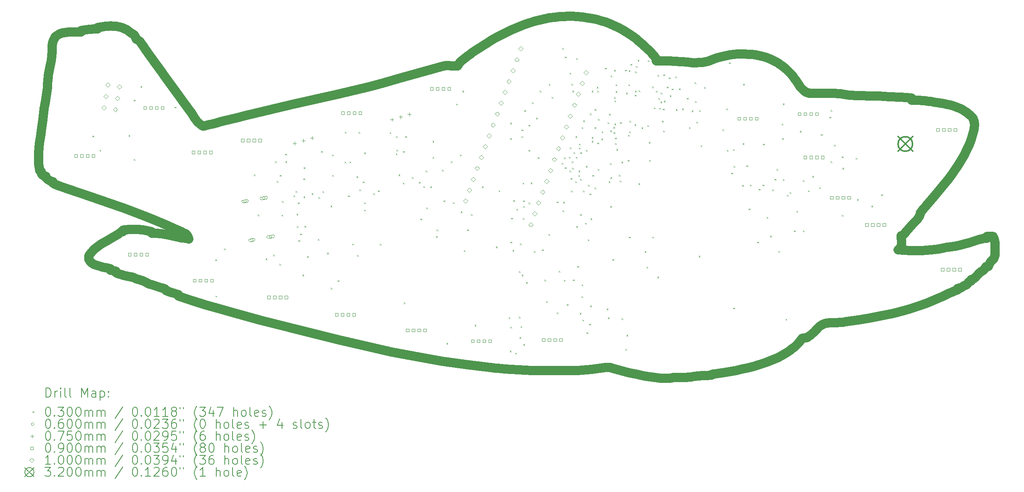
<source format=gbr>
%TF.GenerationSoftware,KiCad,Pcbnew,9.0.6*%
%TF.CreationDate,2025-11-25T23:21:56-06:00*%
%TF.ProjectId,1745LightUpBoard,31373435-4c69-4676-9874-5570426f6172,rev?*%
%TF.SameCoordinates,Original*%
%TF.FileFunction,Drillmap*%
%TF.FilePolarity,Positive*%
%FSLAX45Y45*%
G04 Gerber Fmt 4.5, Leading zero omitted, Abs format (unit mm)*
G04 Created by KiCad (PCBNEW 9.0.6) date 2025-11-25 23:21:56*
%MOMM*%
%LPD*%
G01*
G04 APERTURE LIST*
%ADD10C,2.000000*%
%ADD11C,0.200000*%
%ADD12C,0.100000*%
%ADD13C,0.320000*%
G04 APERTURE END LIST*
D10*
X15994837Y-4252245D02*
X16102881Y-4256765D01*
X16210099Y-4265761D01*
X16316348Y-4279264D01*
X16421487Y-4297307D01*
X16525375Y-4319921D01*
X16627871Y-4347139D01*
X16728832Y-4378993D01*
X16828119Y-4415515D01*
X16925590Y-4456737D01*
X17021102Y-4502692D01*
X17114516Y-4553412D01*
X17205689Y-4608929D01*
X17294480Y-4669275D01*
X17380748Y-4734482D01*
X17464351Y-4804583D01*
X17509966Y-4844487D01*
X17598455Y-4923783D01*
X17642115Y-4964220D01*
X17684991Y-5005472D01*
X17726784Y-5047754D01*
X17747182Y-5069349D01*
X17767199Y-5091282D01*
X17786797Y-5113580D01*
X17805938Y-5136271D01*
X17824587Y-5159381D01*
X17842705Y-5182937D01*
X17842705Y-5234531D01*
X17871433Y-5233985D01*
X18007921Y-5232884D01*
X18075921Y-5233382D01*
X18143829Y-5234758D01*
X18211699Y-5237146D01*
X18279583Y-5240681D01*
X18347536Y-5245497D01*
X18415611Y-5251728D01*
X18507639Y-5260311D01*
X18595735Y-5266779D01*
X18638645Y-5268834D01*
X18680973Y-5269898D01*
X18722855Y-5269816D01*
X18764423Y-5268435D01*
X18805813Y-5265599D01*
X18847157Y-5261154D01*
X18888591Y-5254947D01*
X18930247Y-5246823D01*
X18972261Y-5236628D01*
X19014765Y-5224208D01*
X19057893Y-5209407D01*
X19101781Y-5192073D01*
X19168151Y-5166636D01*
X19237696Y-5144468D01*
X19309969Y-5125554D01*
X19384527Y-5109878D01*
X19460926Y-5097427D01*
X19538719Y-5088184D01*
X19617463Y-5082136D01*
X19696713Y-5079266D01*
X19776023Y-5079561D01*
X19854951Y-5083005D01*
X19933050Y-5089583D01*
X20009876Y-5099280D01*
X20084985Y-5112082D01*
X20157931Y-5127973D01*
X20228271Y-5146939D01*
X20295558Y-5168963D01*
X20351480Y-5193699D01*
X20405013Y-5219909D01*
X20456276Y-5247633D01*
X20505390Y-5276912D01*
X20552474Y-5307785D01*
X20597648Y-5340292D01*
X20641031Y-5374472D01*
X20682743Y-5410366D01*
X20722904Y-5448013D01*
X20761633Y-5487453D01*
X20799050Y-5528725D01*
X20835275Y-5571870D01*
X20870427Y-5616928D01*
X20904626Y-5663937D01*
X20937992Y-5712938D01*
X20970644Y-5763971D01*
X20981760Y-5780451D01*
X20992950Y-5796231D01*
X21004284Y-5811304D01*
X21015832Y-5825664D01*
X21027661Y-5839302D01*
X21039843Y-5852212D01*
X21052447Y-5864386D01*
X21065541Y-5875817D01*
X21079195Y-5886498D01*
X21093480Y-5896421D01*
X21108463Y-5905579D01*
X21124215Y-5913966D01*
X21140806Y-5921573D01*
X21158303Y-5928393D01*
X21176778Y-5934420D01*
X21196299Y-5939645D01*
X21224410Y-5941435D01*
X21252482Y-5942623D01*
X21280530Y-5943295D01*
X21308569Y-5943532D01*
X21364684Y-5943035D01*
X21420947Y-5941795D01*
X21545968Y-5940384D01*
X21606135Y-5939737D01*
X21658475Y-5940288D01*
X21710642Y-5942064D01*
X21762668Y-5944987D01*
X21814585Y-5948978D01*
X21866425Y-5953958D01*
X21918219Y-5959848D01*
X21970000Y-5966569D01*
X22021799Y-5974041D01*
X22079037Y-5980235D01*
X22136285Y-5985132D01*
X22193552Y-5988922D01*
X22250850Y-5991796D01*
X22365579Y-5995553D01*
X22480554Y-5997924D01*
X22718740Y-6004320D01*
X22956587Y-6014091D01*
X23194286Y-6027006D01*
X23432028Y-6042832D01*
X23432028Y-6094426D01*
X23464908Y-6093406D01*
X23515248Y-6093269D01*
X23565232Y-6094495D01*
X23614956Y-6096960D01*
X23664516Y-6100536D01*
X23714009Y-6105099D01*
X23763532Y-6110522D01*
X23813180Y-6116680D01*
X23863051Y-6123447D01*
X23929374Y-6132719D01*
X24043348Y-6150312D01*
X24158589Y-6171257D01*
X24216090Y-6183605D01*
X24273193Y-6197533D01*
X24329662Y-6213290D01*
X24385257Y-6231122D01*
X24439742Y-6251278D01*
X24492877Y-6274005D01*
X24544426Y-6299550D01*
X24594150Y-6328161D01*
X24641811Y-6360087D01*
X24687172Y-6395574D01*
X24729994Y-6434869D01*
X24770039Y-6478222D01*
X24779454Y-6492561D01*
X24787535Y-6507181D01*
X24794367Y-6522061D01*
X24800034Y-6537184D01*
X24804620Y-6552531D01*
X24808209Y-6568083D01*
X24810887Y-6583821D01*
X24812737Y-6599726D01*
X24813844Y-6615781D01*
X24814292Y-6631965D01*
X24814165Y-6648260D01*
X24813547Y-6664648D01*
X24811179Y-6697626D01*
X24807861Y-6730749D01*
X24776827Y-6848543D01*
X24738441Y-6964590D01*
X24693301Y-7078882D01*
X24642004Y-7191411D01*
X24585149Y-7302170D01*
X24523332Y-7411149D01*
X24457152Y-7518341D01*
X24387205Y-7623737D01*
X24314090Y-7727330D01*
X24238404Y-7829112D01*
X24081709Y-8027207D01*
X23921901Y-8217957D01*
X23763760Y-8401299D01*
X23740083Y-8428901D01*
X23707080Y-8467088D01*
X23673941Y-8505157D01*
X23661441Y-8520514D01*
X23656331Y-8526932D01*
X23651879Y-8532706D01*
X23648009Y-8537980D01*
X23644648Y-8542901D01*
X23641717Y-8547614D01*
X23639143Y-8552267D01*
X23636849Y-8557003D01*
X23634759Y-8561970D01*
X23632799Y-8567314D01*
X23630891Y-8573179D01*
X23628961Y-8579713D01*
X23626933Y-8587062D01*
X23622280Y-8604785D01*
X23617655Y-8617101D01*
X23612629Y-8628867D01*
X23607217Y-8640132D01*
X23601432Y-8650944D01*
X23595290Y-8661354D01*
X23588806Y-8671410D01*
X23581993Y-8681162D01*
X23574868Y-8690658D01*
X23567443Y-8699948D01*
X23559735Y-8709081D01*
X23551758Y-8718105D01*
X23543525Y-8727071D01*
X23526356Y-8745023D01*
X23508344Y-8763328D01*
X23477181Y-8796234D01*
X23446613Y-8829392D01*
X23416587Y-8862847D01*
X23387054Y-8896643D01*
X23357961Y-8930826D01*
X23329257Y-8965440D01*
X23300892Y-9000531D01*
X23272813Y-9036144D01*
X23242851Y-9069666D01*
X23208455Y-9069666D01*
X23210874Y-9119916D01*
X23212755Y-9185752D01*
X23215173Y-9251050D01*
X23213577Y-9263499D01*
X23211729Y-9274742D01*
X23209593Y-9284911D01*
X23207135Y-9294137D01*
X23204319Y-9302552D01*
X23201110Y-9310288D01*
X23197472Y-9317475D01*
X23193372Y-9324247D01*
X23188772Y-9330734D01*
X23183639Y-9337068D01*
X23177937Y-9343380D01*
X23171631Y-9349803D01*
X23164686Y-9356468D01*
X23157067Y-9363506D01*
X23139663Y-9379228D01*
X23285888Y-9388216D01*
X23401103Y-9394424D01*
X23495585Y-9397652D01*
X23579613Y-9397698D01*
X23663466Y-9394360D01*
X23757422Y-9387437D01*
X23871760Y-9376728D01*
X24016757Y-9362030D01*
X24059954Y-9353297D01*
X24143928Y-9336099D01*
X24181364Y-9329441D01*
X24218855Y-9323452D01*
X24256418Y-9317909D01*
X24294074Y-9312586D01*
X24373707Y-9299135D01*
X24452722Y-9283251D01*
X24531204Y-9265249D01*
X24609237Y-9245444D01*
X24686906Y-9224148D01*
X24764296Y-9201677D01*
X24918577Y-9154463D01*
X24960829Y-9141413D01*
X24998369Y-9129641D01*
X25009384Y-9126874D01*
X25018291Y-9124795D01*
X25022264Y-9123983D01*
X25026082Y-9123306D01*
X25029870Y-9122751D01*
X25033750Y-9122307D01*
X25037848Y-9121961D01*
X25042287Y-9121702D01*
X25047191Y-9121515D01*
X25052684Y-9121391D01*
X25065933Y-9121276D01*
X25083028Y-9121260D01*
X25083028Y-9086863D01*
X25144694Y-9085919D01*
X25179581Y-9085604D01*
X25200588Y-9085919D01*
X25220611Y-9086863D01*
X25225754Y-9092567D01*
X25230476Y-9098932D01*
X25234792Y-9105918D01*
X25238722Y-9113485D01*
X25242281Y-9121593D01*
X25245487Y-9130204D01*
X25250909Y-9148769D01*
X25255126Y-9168864D01*
X25258276Y-9190168D01*
X25260498Y-9212364D01*
X25261928Y-9235132D01*
X25262706Y-9258154D01*
X25262969Y-9281111D01*
X25262501Y-9325557D01*
X25261629Y-9365920D01*
X25261456Y-9399651D01*
X25263404Y-9440328D01*
X25263624Y-9466060D01*
X25263479Y-9477563D01*
X25263076Y-9488309D01*
X25262346Y-9498414D01*
X25261222Y-9507993D01*
X25259638Y-9517161D01*
X25257526Y-9526031D01*
X25254818Y-9534721D01*
X25251449Y-9543344D01*
X25247349Y-9552014D01*
X25242453Y-9560849D01*
X25236693Y-9569961D01*
X25230002Y-9579466D01*
X25222313Y-9589478D01*
X25213557Y-9600114D01*
X25169017Y-9637197D01*
X25150864Y-9669441D01*
X25144613Y-9680928D01*
X25139439Y-9690938D01*
X25134737Y-9700679D01*
X25129904Y-9711361D01*
X25117424Y-9740384D01*
X25065830Y-9740384D01*
X25056156Y-9769406D01*
X25050343Y-9778336D01*
X25044402Y-9786661D01*
X25038320Y-9794438D01*
X25032090Y-9801724D01*
X25025700Y-9808576D01*
X25019141Y-9815052D01*
X25012403Y-9821209D01*
X25005474Y-9827104D01*
X24998347Y-9832795D01*
X24991009Y-9838339D01*
X24983452Y-9843793D01*
X24975665Y-9849214D01*
X24942018Y-9871720D01*
X24936271Y-9876160D01*
X24930743Y-9880609D01*
X24925417Y-9885077D01*
X24920274Y-9889575D01*
X24915295Y-9894116D01*
X24910460Y-9898709D01*
X24905751Y-9903366D01*
X24901149Y-9908098D01*
X24896634Y-9912916D01*
X24892189Y-9917831D01*
X24883429Y-9927997D01*
X24874718Y-9938685D01*
X24865904Y-9949984D01*
X24858318Y-9958810D01*
X24851048Y-9966918D01*
X24844016Y-9974358D01*
X24837145Y-9981178D01*
X24830358Y-9987430D01*
X24823577Y-9993161D01*
X24816724Y-9998422D01*
X24809723Y-10003261D01*
X24802496Y-10007729D01*
X24794965Y-10011875D01*
X24787054Y-10015748D01*
X24778683Y-10019397D01*
X24769777Y-10022872D01*
X24760258Y-10026223D01*
X24750048Y-10029499D01*
X24739070Y-10032749D01*
X24739070Y-10067145D01*
X24687476Y-10084343D01*
X24653080Y-10135936D01*
X24634471Y-10146148D01*
X24627535Y-10149843D01*
X24621103Y-10153135D01*
X24614368Y-10156426D01*
X24606525Y-10160121D01*
X24584288Y-10170333D01*
X24540219Y-10198279D01*
X24526281Y-10206085D01*
X24520444Y-10209243D01*
X24515178Y-10211950D01*
X24510346Y-10214242D01*
X24505812Y-10216153D01*
X24501439Y-10217718D01*
X24497089Y-10218971D01*
X24492627Y-10219946D01*
X24487913Y-10220679D01*
X24482813Y-10221205D01*
X24477188Y-10221557D01*
X24470901Y-10221771D01*
X24463817Y-10221880D01*
X24446705Y-10221926D01*
X24446705Y-10256322D01*
X24416945Y-10267743D01*
X24365521Y-10288309D01*
X24314444Y-10309573D01*
X24263660Y-10331442D01*
X24213113Y-10353821D01*
X24112508Y-10399737D01*
X24012189Y-10446574D01*
X23894146Y-10498438D01*
X23774304Y-10546883D01*
X23652833Y-10592072D01*
X23529902Y-10634167D01*
X23405680Y-10673331D01*
X23280337Y-10709726D01*
X23026963Y-10774858D01*
X22771133Y-10830866D01*
X22514202Y-10879048D01*
X22257524Y-10920705D01*
X22002451Y-10957137D01*
X21953784Y-10963729D01*
X21925591Y-10967141D01*
X21897513Y-10970228D01*
X21869502Y-10972945D01*
X21841510Y-10975252D01*
X21813488Y-10977104D01*
X21785389Y-10978459D01*
X21757163Y-10979275D01*
X21728762Y-10979507D01*
X21681256Y-10979688D01*
X21658694Y-10980155D01*
X21636829Y-10981054D01*
X21615589Y-10982518D01*
X21594904Y-10984681D01*
X21574700Y-10987678D01*
X21554907Y-10991642D01*
X21535451Y-10996708D01*
X21516261Y-11003010D01*
X21497265Y-11010683D01*
X21478390Y-11019860D01*
X21459566Y-11030675D01*
X21440720Y-11043264D01*
X21421780Y-11057760D01*
X21402674Y-11074298D01*
X21381027Y-11097538D01*
X21359479Y-11120870D01*
X21338031Y-11144295D01*
X21316685Y-11167811D01*
X21294186Y-11187822D01*
X21271462Y-11207580D01*
X21248509Y-11227070D01*
X21225320Y-11246277D01*
X21185752Y-11279665D01*
X21172099Y-11288175D01*
X21166369Y-11291650D01*
X21161186Y-11294673D01*
X21156411Y-11297294D01*
X21151906Y-11299563D01*
X21147533Y-11301530D01*
X21143152Y-11303245D01*
X21138625Y-11304759D01*
X21133814Y-11306121D01*
X21128581Y-11307382D01*
X21122787Y-11308592D01*
X21116293Y-11309801D01*
X21108962Y-11311060D01*
X21091231Y-11313926D01*
X21074711Y-11315281D01*
X21067922Y-11315948D01*
X21061965Y-11316678D01*
X21056725Y-11317520D01*
X21052090Y-11318528D01*
X21047947Y-11319751D01*
X21044183Y-11321241D01*
X21042408Y-11322102D01*
X21040685Y-11323049D01*
X21037341Y-11325227D01*
X21034037Y-11327826D01*
X21030661Y-11330897D01*
X21027100Y-11334491D01*
X21023240Y-11338660D01*
X21014176Y-11348927D01*
X20990999Y-11382786D01*
X20952477Y-11426780D01*
X20911073Y-11468969D01*
X20866944Y-11509393D01*
X20820247Y-11548095D01*
X20771139Y-11585119D01*
X20719776Y-11620507D01*
X20610912Y-11686545D01*
X20494910Y-11746550D01*
X20373024Y-11800864D01*
X20246508Y-11849827D01*
X20116616Y-11893782D01*
X19984601Y-11933069D01*
X19851718Y-11968029D01*
X19719221Y-11999004D01*
X19588363Y-12026335D01*
X19336582Y-12071430D01*
X19106408Y-12106043D01*
X19092663Y-12107162D01*
X19087031Y-12107698D01*
X19082110Y-12108266D01*
X19077812Y-12108904D01*
X19074048Y-12109647D01*
X19070733Y-12110533D01*
X19067777Y-12111596D01*
X19065093Y-12112875D01*
X19062593Y-12114404D01*
X19060190Y-12116221D01*
X19057797Y-12118363D01*
X19055324Y-12120864D01*
X19052686Y-12123762D01*
X19046559Y-12130895D01*
X19009199Y-12133489D01*
X18971882Y-12135778D01*
X18934553Y-12137775D01*
X18897153Y-12139494D01*
X18830736Y-12142874D01*
X18797824Y-12145077D01*
X18765028Y-12147758D01*
X18732290Y-12151018D01*
X18699547Y-12154959D01*
X18666740Y-12159682D01*
X18633809Y-12165290D01*
X18588714Y-12170398D01*
X18543737Y-12174491D01*
X18498824Y-12177634D01*
X18453924Y-12179893D01*
X18408983Y-12181335D01*
X18363950Y-12182025D01*
X18318770Y-12182029D01*
X18273392Y-12181413D01*
X18256261Y-12181316D01*
X18242812Y-12181366D01*
X18231888Y-12181676D01*
X18227011Y-12181963D01*
X18222332Y-12182358D01*
X18217705Y-12182875D01*
X18212986Y-12183527D01*
X18202693Y-12185296D01*
X18190297Y-12187778D01*
X18174639Y-12191087D01*
X18143889Y-12195194D01*
X18113255Y-12198225D01*
X18082722Y-12200244D01*
X18052279Y-12201317D01*
X18021910Y-12201510D01*
X17991603Y-12200888D01*
X17961345Y-12199515D01*
X17931122Y-12197459D01*
X17870728Y-12191554D01*
X17810314Y-12183697D01*
X17749773Y-12174410D01*
X17688999Y-12164216D01*
X17621685Y-12152842D01*
X17527705Y-12136120D01*
X17433514Y-12118319D01*
X17339340Y-12099182D01*
X17245409Y-12078453D01*
X17151949Y-12055876D01*
X17059186Y-12031196D01*
X16967348Y-12004155D01*
X16876662Y-11974497D01*
X16866510Y-11971396D01*
X16856703Y-11968708D01*
X16847189Y-11966412D01*
X16837914Y-11964488D01*
X16828826Y-11962918D01*
X16819870Y-11961680D01*
X16810994Y-11960754D01*
X16802144Y-11960122D01*
X16793267Y-11959762D01*
X16784311Y-11959656D01*
X16775221Y-11959783D01*
X16765945Y-11960122D01*
X16746622Y-11961362D01*
X16725916Y-11963215D01*
X16666731Y-11968858D01*
X16604999Y-11976343D01*
X16543355Y-11984373D01*
X16481778Y-11992910D01*
X16420249Y-12001910D01*
X16317137Y-12013102D01*
X16213811Y-12021148D01*
X16110316Y-12026561D01*
X16006699Y-12029851D01*
X15799282Y-12032108D01*
X15591928Y-12032007D01*
X15556825Y-12032037D01*
X15259797Y-12029613D01*
X15111597Y-12026184D01*
X14963536Y-12021043D01*
X14815560Y-12014015D01*
X14667616Y-12004926D01*
X14519649Y-11993601D01*
X14371608Y-11979865D01*
X14317787Y-11974558D01*
X14263951Y-11969412D01*
X13704653Y-11905707D01*
X13147334Y-11824705D01*
X12592004Y-11728612D01*
X12038679Y-11619636D01*
X11487370Y-11499982D01*
X10938091Y-11371857D01*
X9845674Y-11099020D01*
X9787128Y-11084006D01*
X9179279Y-10926639D01*
X8571235Y-10762591D01*
X8268282Y-10676456D01*
X7966649Y-10586724D01*
X7666795Y-10492755D01*
X7369175Y-10393905D01*
X7369175Y-10359510D01*
X7330815Y-10349433D01*
X7279960Y-10335862D01*
X7229778Y-10322561D01*
X7212272Y-10317331D01*
X7194983Y-10311972D01*
X7177878Y-10306419D01*
X7160927Y-10300608D01*
X7144096Y-10294476D01*
X7127354Y-10287960D01*
X7110668Y-10280996D01*
X7094008Y-10273520D01*
X7076810Y-10239124D01*
X7065731Y-10234706D01*
X7056906Y-10231260D01*
X7049468Y-10228509D01*
X7042546Y-10226175D01*
X7035272Y-10223983D01*
X7026776Y-10221653D01*
X7002643Y-10215477D01*
X6950831Y-10200552D01*
X6899173Y-10185246D01*
X6847658Y-10169470D01*
X6796269Y-10153135D01*
X6745952Y-10137012D01*
X6730189Y-10130929D01*
X6717811Y-10126037D01*
X6707749Y-10121814D01*
X6703252Y-10119791D01*
X6698934Y-10117739D01*
X6694661Y-10115594D01*
X6690300Y-10113289D01*
X6680776Y-10107943D01*
X6669296Y-10101178D01*
X6654790Y-10092472D01*
X6646756Y-10087773D01*
X6638824Y-10083351D01*
X6630969Y-10079186D01*
X6623169Y-10075261D01*
X6615401Y-10071557D01*
X6607641Y-10068057D01*
X6599867Y-10064742D01*
X6592054Y-10061595D01*
X6576222Y-10055730D01*
X6559960Y-10050318D01*
X6543082Y-10045214D01*
X6525403Y-10040273D01*
X6493929Y-10031427D01*
X6478653Y-10026799D01*
X6463594Y-10021890D01*
X6448682Y-10016592D01*
X6433849Y-10010796D01*
X6419025Y-10004394D01*
X6411596Y-10000932D01*
X6404143Y-9997278D01*
X6392632Y-9990895D01*
X6387776Y-9988296D01*
X6383352Y-9986046D01*
X6379233Y-9984110D01*
X6375292Y-9982453D01*
X6371405Y-9981041D01*
X6367443Y-9979839D01*
X6363282Y-9978812D01*
X6358795Y-9977927D01*
X6353855Y-9977147D01*
X6348337Y-9976439D01*
X6342113Y-9975769D01*
X6335059Y-9975100D01*
X6317951Y-9973631D01*
X6276076Y-9966695D01*
X6234550Y-9958153D01*
X6193384Y-9948089D01*
X6152589Y-9936591D01*
X6112177Y-9923744D01*
X6072157Y-9909633D01*
X6032542Y-9894346D01*
X5993342Y-9877968D01*
X5993342Y-9843572D01*
X5872957Y-9826374D01*
X5872957Y-9791978D01*
X5810613Y-9780154D01*
X5706223Y-9756583D01*
X5626724Y-9737570D01*
X5594836Y-9729122D01*
X5567405Y-9721035D01*
X5543840Y-9713048D01*
X5523553Y-9704901D01*
X5505956Y-9696334D01*
X5490459Y-9687088D01*
X5476474Y-9676904D01*
X5463411Y-9665520D01*
X5450683Y-9652678D01*
X5437699Y-9638117D01*
X5408612Y-9602801D01*
X5404733Y-9587081D01*
X5403209Y-9580506D01*
X5401962Y-9574586D01*
X5400992Y-9569169D01*
X5400299Y-9564106D01*
X5399884Y-9559244D01*
X5399745Y-9554432D01*
X5399884Y-9549519D01*
X5400299Y-9544355D01*
X5400992Y-9538788D01*
X5401962Y-9532666D01*
X5403209Y-9525839D01*
X5404733Y-9518155D01*
X5408612Y-9499614D01*
X5419951Y-9482331D01*
X5431860Y-9465500D01*
X5457291Y-9433133D01*
X5484708Y-9402402D01*
X5513915Y-9373191D01*
X5544714Y-9345388D01*
X5576908Y-9318881D01*
X5610301Y-9293554D01*
X5644696Y-9269295D01*
X5679896Y-9245991D01*
X5715703Y-9223529D01*
X5788355Y-9180675D01*
X5932291Y-9100077D01*
X5973389Y-9076854D01*
X6010132Y-9056309D01*
X6022104Y-9049356D01*
X6031534Y-9043783D01*
X6039260Y-9039010D01*
X6042745Y-9036743D01*
X6046119Y-9034458D01*
X6049485Y-9032084D01*
X6052950Y-9029548D01*
X6060590Y-9023700D01*
X6069879Y-9016335D01*
X6081654Y-9006874D01*
X6092308Y-8999217D01*
X6096751Y-8996119D01*
X6100734Y-8993463D01*
X6104355Y-8991214D01*
X6107711Y-8989340D01*
X6110899Y-8987805D01*
X6112461Y-8987154D01*
X6114017Y-8986576D01*
X6115581Y-8986065D01*
X6117163Y-8985619D01*
X6120433Y-8984899D01*
X6123925Y-8984384D01*
X6127736Y-8984039D01*
X6131964Y-8983829D01*
X6136706Y-8983721D01*
X6148122Y-8983676D01*
X6148122Y-8949281D01*
X6190440Y-8942354D01*
X6231850Y-8936706D01*
X6272473Y-8932321D01*
X6312432Y-8929185D01*
X6351847Y-8927284D01*
X6390841Y-8926602D01*
X6429537Y-8927126D01*
X6468055Y-8928840D01*
X6506517Y-8931731D01*
X6545046Y-8935783D01*
X6583764Y-8940982D01*
X6622792Y-8947314D01*
X6662252Y-8954764D01*
X6702267Y-8963317D01*
X6742958Y-8972960D01*
X6784446Y-8983676D01*
X6784446Y-9018072D01*
X6818950Y-9016636D01*
X6864343Y-9016452D01*
X6908712Y-9017992D01*
X6952340Y-9021176D01*
X6995509Y-9025923D01*
X7038502Y-9032151D01*
X7081602Y-9039780D01*
X7125090Y-9048729D01*
X7169249Y-9058917D01*
X7272907Y-9082631D01*
X7322813Y-9093993D01*
X7356331Y-9100993D01*
X7389917Y-9107483D01*
X7423568Y-9113511D01*
X7457284Y-9119127D01*
X7524899Y-9129321D01*
X7592747Y-9138458D01*
X7587100Y-9120380D01*
X7584328Y-9112026D01*
X7581515Y-9104081D01*
X7578601Y-9096508D01*
X7575530Y-9089270D01*
X7572244Y-9082331D01*
X7568684Y-9075654D01*
X7564793Y-9069203D01*
X7560514Y-9062942D01*
X7555788Y-9056834D01*
X7550558Y-9050842D01*
X7544765Y-9044930D01*
X7538353Y-9039062D01*
X7531264Y-9033200D01*
X7523439Y-9027309D01*
X7479685Y-9006786D01*
X7429636Y-8982916D01*
X7374548Y-8957879D01*
X7316440Y-8930861D01*
X7222568Y-8888152D01*
X7128404Y-8846093D01*
X7067229Y-8818911D01*
X6852888Y-8727298D01*
X6636910Y-8639821D01*
X6419534Y-8555911D01*
X6201000Y-8475000D01*
X5761414Y-8319901D01*
X5320068Y-8169977D01*
X5092050Y-8092729D01*
X4864324Y-8014614D01*
X4813406Y-7997124D01*
X4766017Y-7980684D01*
X4724313Y-7966272D01*
X4710527Y-7960877D01*
X4696932Y-7955270D01*
X4683495Y-7949456D01*
X4670181Y-7943438D01*
X4656959Y-7937221D01*
X4643794Y-7930807D01*
X4630655Y-7924201D01*
X4617508Y-7917406D01*
X4617508Y-7883009D01*
X4588487Y-7878710D01*
X4578876Y-7875396D01*
X4569683Y-7871835D01*
X4560868Y-7868028D01*
X4552392Y-7863976D01*
X4544215Y-7859683D01*
X4536298Y-7855149D01*
X4528601Y-7850377D01*
X4521085Y-7845368D01*
X4513711Y-7840125D01*
X4506438Y-7834650D01*
X4499227Y-7828944D01*
X4492040Y-7823009D01*
X4477575Y-7810460D01*
X4462728Y-7797019D01*
X4462728Y-7762624D01*
X4420808Y-7749725D01*
X4376737Y-7728229D01*
X4372824Y-7716455D01*
X4369818Y-7707201D01*
X4367517Y-7699660D01*
X4365720Y-7693026D01*
X4364225Y-7686493D01*
X4362831Y-7679254D01*
X4361336Y-7670505D01*
X4359539Y-7659437D01*
X4325144Y-7642239D01*
X4315921Y-7593455D01*
X4308842Y-7544185D01*
X4303756Y-7494498D01*
X4300507Y-7444465D01*
X4298941Y-7394155D01*
X4298906Y-7343639D01*
X4300245Y-7292987D01*
X4302807Y-7242269D01*
X4310978Y-7140913D01*
X4322187Y-7040132D01*
X4348791Y-6842536D01*
X4360346Y-6756345D01*
X4383136Y-6587825D01*
X4392851Y-6514186D01*
X4402131Y-6440495D01*
X4419875Y-6293008D01*
X4423358Y-6269020D01*
X4427117Y-6245167D01*
X4435369Y-6197729D01*
X4444438Y-6150436D01*
X4454129Y-6103025D01*
X4464844Y-6045345D01*
X4473870Y-5987528D01*
X4481463Y-5929582D01*
X4487881Y-5871514D01*
X4493380Y-5813329D01*
X4498217Y-5755035D01*
X4506931Y-5638144D01*
X4510727Y-5592825D01*
X4515262Y-5548265D01*
X4520678Y-5504272D01*
X4527116Y-5460656D01*
X4534717Y-5417224D01*
X4543623Y-5373786D01*
X4553975Y-5330150D01*
X4565915Y-5286124D01*
X4571311Y-5252256D01*
X4576359Y-5218488D01*
X4581021Y-5184679D01*
X4585261Y-5150691D01*
X4589840Y-5114040D01*
X4592471Y-5090388D01*
X4594734Y-5066897D01*
X4596584Y-5043509D01*
X4597981Y-5020165D01*
X4598879Y-4996806D01*
X4599238Y-4973371D01*
X4599013Y-4949804D01*
X4598161Y-4926043D01*
X4598110Y-4910558D01*
X4598726Y-4895316D01*
X4599993Y-4880306D01*
X4601898Y-4865517D01*
X4604425Y-4850939D01*
X4607560Y-4836562D01*
X4611288Y-4822373D01*
X4615594Y-4808362D01*
X4620464Y-4794519D01*
X4625883Y-4780832D01*
X4631836Y-4767291D01*
X4638309Y-4753885D01*
X4645287Y-4740604D01*
X4652755Y-4727435D01*
X4660698Y-4714369D01*
X4669102Y-4701395D01*
X4680541Y-4690668D01*
X4692387Y-4680688D01*
X4704621Y-4671428D01*
X4717223Y-4662861D01*
X4730175Y-4654961D01*
X4743457Y-4647701D01*
X4757049Y-4641055D01*
X4770932Y-4634994D01*
X4799493Y-4624526D01*
X4828986Y-4616084D01*
X4859254Y-4609453D01*
X4890143Y-4604421D01*
X4921498Y-4600773D01*
X4953162Y-4598296D01*
X4984982Y-4596777D01*
X5016801Y-4596001D01*
X5140969Y-4596058D01*
X5188806Y-4596971D01*
X5236634Y-4598207D01*
X5236634Y-4563812D01*
X5349495Y-4546614D01*
X5412980Y-4536940D01*
X5436237Y-4534475D01*
X5459328Y-4532514D01*
X5482312Y-4531022D01*
X5505253Y-4529966D01*
X5528209Y-4529311D01*
X5551244Y-4529024D01*
X5574417Y-4529071D01*
X5597790Y-4529416D01*
X5597790Y-4495020D01*
X5684840Y-4481553D01*
X5766980Y-4471087D01*
X5806641Y-4467399D01*
X5845593Y-4464965D01*
X5884008Y-4463955D01*
X5922060Y-4464535D01*
X5959921Y-4466874D01*
X5997763Y-4471139D01*
X6035761Y-4477500D01*
X6074085Y-4486124D01*
X6112910Y-4497179D01*
X6152408Y-4510834D01*
X6192751Y-4527256D01*
X6234113Y-4546614D01*
X6255892Y-4563456D01*
X6277500Y-4580521D01*
X6298911Y-4597830D01*
X6320102Y-4615406D01*
X6366320Y-4640128D01*
X6374926Y-4646212D01*
X6378874Y-4649215D01*
X6382600Y-4652200D01*
X6386113Y-4655173D01*
X6389427Y-4658140D01*
X6392550Y-4661107D01*
X6395494Y-4664079D01*
X6398270Y-4667064D01*
X6400888Y-4670068D01*
X6403360Y-4673095D01*
X6405695Y-4676153D01*
X6410002Y-4682383D01*
X6413894Y-4688807D01*
X6417459Y-4695474D01*
X6420782Y-4702431D01*
X6423950Y-4709727D01*
X6427049Y-4717411D01*
X6440487Y-4752989D01*
X6471658Y-4766895D01*
X6481109Y-4772340D01*
X6489875Y-4777988D01*
X6498019Y-4783845D01*
X6505607Y-4789917D01*
X6512704Y-4796212D01*
X6519375Y-4802735D01*
X6525686Y-4809493D01*
X6531701Y-4816492D01*
X6537486Y-4823740D01*
X6543105Y-4831243D01*
X6548624Y-4839007D01*
X6554108Y-4847038D01*
X6576995Y-4881973D01*
X6618043Y-4943039D01*
X6640371Y-4976268D01*
X6672571Y-5022715D01*
X6705293Y-5068787D01*
X6771547Y-5160364D01*
X6800262Y-5200000D01*
X6858577Y-5280439D01*
X6999420Y-5475301D01*
X7055313Y-5552692D01*
X7418657Y-6055785D01*
X7474171Y-6132630D01*
X7619687Y-6334458D01*
X7650185Y-6376815D01*
X7707759Y-6456892D01*
X7734000Y-6498505D01*
X7745062Y-6515647D01*
X7755132Y-6530746D01*
X7764494Y-6544103D01*
X7773434Y-6556018D01*
X7782237Y-6566792D01*
X7791188Y-6576725D01*
X7800572Y-6586117D01*
X7810673Y-6595269D01*
X7821777Y-6604481D01*
X7834168Y-6614054D01*
X7848132Y-6624287D01*
X7863954Y-6635482D01*
X7902310Y-6661957D01*
X7926255Y-6658502D01*
X7935065Y-6657048D01*
X7943095Y-6655497D01*
X7951342Y-6653643D01*
X7960803Y-6651275D01*
X7987351Y-6644168D01*
X8041229Y-6630744D01*
X8101026Y-6615402D01*
X8198692Y-6590968D01*
X8306033Y-6563907D01*
X8707723Y-6463577D01*
X8752174Y-6452530D01*
X9320451Y-6314237D01*
X9889452Y-6178950D01*
X10874255Y-5956428D01*
X11229780Y-5872865D01*
X11545503Y-5794625D01*
X11860008Y-5711848D01*
X12211880Y-5614677D01*
X13182070Y-5337718D01*
X13200244Y-5336849D01*
X13218433Y-5336297D01*
X13236630Y-5336035D01*
X13254826Y-5336039D01*
X13296645Y-5336206D01*
X13340076Y-5336643D01*
X13384112Y-5336878D01*
X13491633Y-5337718D01*
X13505031Y-5306618D01*
X13509334Y-5299113D01*
X13513630Y-5292060D01*
X13517944Y-5285414D01*
X13522301Y-5279132D01*
X13526724Y-5273170D01*
X13531239Y-5267485D01*
X13535870Y-5262032D01*
X13540641Y-5256767D01*
X13545578Y-5251648D01*
X13550705Y-5246629D01*
X13556045Y-5241668D01*
X13561625Y-5236721D01*
X13567469Y-5231743D01*
X13573600Y-5226691D01*
X13586826Y-5216190D01*
X13624248Y-5186884D01*
X13664687Y-5156065D01*
X13706636Y-5123836D01*
X13757733Y-5085701D01*
X13809294Y-5048431D01*
X13861310Y-5011954D01*
X13913774Y-4976199D01*
X13966679Y-4941095D01*
X14020016Y-4906571D01*
X14073778Y-4872556D01*
X14127956Y-4838979D01*
X14163317Y-4816969D01*
X14257900Y-4759743D01*
X14354109Y-4704488D01*
X14451869Y-4651411D01*
X14551108Y-4600720D01*
X14651752Y-4552624D01*
X14753728Y-4507330D01*
X14856961Y-4465046D01*
X14961379Y-4425979D01*
X15066908Y-4390339D01*
X15173475Y-4358333D01*
X15281006Y-4330168D01*
X15389427Y-4306053D01*
X15498666Y-4286196D01*
X15608648Y-4270804D01*
X15719300Y-4260086D01*
X15830549Y-4254249D01*
X15886107Y-4252167D01*
X15994837Y-4252245D01*
D11*
D12*
X5481000Y-6869000D02*
X5511000Y-6899000D01*
X5511000Y-6869000D02*
X5481000Y-6899000D01*
X5635000Y-7185000D02*
X5665000Y-7215000D01*
X5665000Y-7185000D02*
X5635000Y-7215000D01*
X6272000Y-6858000D02*
X6302000Y-6888000D01*
X6302000Y-6858000D02*
X6272000Y-6888000D01*
X6385000Y-6085000D02*
X6415000Y-6115000D01*
X6415000Y-6085000D02*
X6385000Y-6115000D01*
X6385000Y-7385000D02*
X6415000Y-7415000D01*
X6415000Y-7385000D02*
X6385000Y-7415000D01*
X6535000Y-5785000D02*
X6565000Y-5815000D01*
X6565000Y-5785000D02*
X6535000Y-5815000D01*
X7285000Y-6235000D02*
X7315000Y-6265000D01*
X7315000Y-6235000D02*
X7285000Y-6265000D01*
X8171000Y-9590000D02*
X8201000Y-9620000D01*
X8201000Y-9590000D02*
X8171000Y-9620000D01*
X8175000Y-10385000D02*
X8205000Y-10415000D01*
X8205000Y-10385000D02*
X8175000Y-10415000D01*
X8365000Y-9349000D02*
X8395000Y-9379000D01*
X8395000Y-9349000D02*
X8365000Y-9379000D01*
X9021074Y-7721073D02*
X9051074Y-7751073D01*
X9051074Y-7721073D02*
X9021074Y-7751073D01*
X9102427Y-8602427D02*
X9132427Y-8632427D01*
X9132427Y-8602427D02*
X9102427Y-8632427D01*
X9278000Y-9567000D02*
X9308000Y-9597000D01*
X9308000Y-9567000D02*
X9278000Y-9597000D01*
X9444000Y-9481000D02*
X9474000Y-9511000D01*
X9474000Y-9481000D02*
X9444000Y-9511000D01*
X9485000Y-7435000D02*
X9515000Y-7465000D01*
X9515000Y-7435000D02*
X9485000Y-7465000D01*
X9520000Y-7868000D02*
X9550000Y-7898000D01*
X9550000Y-7868000D02*
X9520000Y-7898000D01*
X9580000Y-9688000D02*
X9610000Y-9718000D01*
X9610000Y-9688000D02*
X9580000Y-9718000D01*
X9585000Y-7735000D02*
X9615000Y-7765000D01*
X9615000Y-7735000D02*
X9585000Y-7765000D01*
X9623000Y-8606000D02*
X9653000Y-8636000D01*
X9653000Y-8606000D02*
X9623000Y-8636000D01*
X9637000Y-8307000D02*
X9667000Y-8337000D01*
X9667000Y-8307000D02*
X9637000Y-8337000D01*
X9706000Y-7267000D02*
X9736000Y-7297000D01*
X9736000Y-7267000D02*
X9706000Y-7297000D01*
X9709000Y-7436000D02*
X9739000Y-7466000D01*
X9739000Y-7436000D02*
X9709000Y-7466000D01*
X9885000Y-8185000D02*
X9915000Y-8215000D01*
X9915000Y-8185000D02*
X9885000Y-8215000D01*
X9935000Y-8085000D02*
X9965000Y-8115000D01*
X9965000Y-8085000D02*
X9935000Y-8115000D01*
X9953000Y-8584000D02*
X9983000Y-8614000D01*
X9983000Y-8584000D02*
X9953000Y-8614000D01*
X9958074Y-8857927D02*
X9988074Y-8887927D01*
X9988074Y-8857927D02*
X9958074Y-8887927D01*
X9985000Y-8335000D02*
X10015000Y-8365000D01*
X10015000Y-8335000D02*
X9985000Y-8365000D01*
X9991000Y-9166000D02*
X10021000Y-9196000D01*
X10021000Y-9166000D02*
X9991000Y-9196000D01*
X10033000Y-9020000D02*
X10063000Y-9050000D01*
X10063000Y-9020000D02*
X10033000Y-9050000D01*
X10083000Y-9924000D02*
X10113000Y-9954000D01*
X10113000Y-9924000D02*
X10083000Y-9954000D01*
X10103000Y-7809000D02*
X10133000Y-7839000D01*
X10133000Y-7809000D02*
X10103000Y-7839000D01*
X10107000Y-8204000D02*
X10137000Y-8234000D01*
X10137000Y-8204000D02*
X10107000Y-8234000D01*
X10111000Y-7565000D02*
X10141000Y-7595000D01*
X10141000Y-7565000D02*
X10111000Y-7595000D01*
X10130000Y-8852000D02*
X10160000Y-8882000D01*
X10160000Y-8852000D02*
X10130000Y-8882000D01*
X10182000Y-9516000D02*
X10212000Y-9546000D01*
X10212000Y-9516000D02*
X10182000Y-9546000D01*
X10285000Y-8135000D02*
X10315000Y-8165000D01*
X10315000Y-8135000D02*
X10285000Y-8165000D01*
X10419000Y-9140000D02*
X10449000Y-9170000D01*
X10449000Y-9140000D02*
X10419000Y-9170000D01*
X10432074Y-8220926D02*
X10462074Y-8250926D01*
X10462074Y-8220926D02*
X10432074Y-8250926D01*
X10491000Y-7208000D02*
X10521000Y-7238000D01*
X10521000Y-7208000D02*
X10491000Y-7238000D01*
X10520000Y-8089000D02*
X10550000Y-8119000D01*
X10550000Y-8089000D02*
X10520000Y-8119000D01*
X10625000Y-9440000D02*
X10655000Y-9470000D01*
X10655000Y-9440000D02*
X10625000Y-9470000D01*
X10698000Y-8407000D02*
X10728000Y-8437000D01*
X10728000Y-8407000D02*
X10698000Y-8437000D01*
X10705000Y-10210000D02*
X10735000Y-10240000D01*
X10735000Y-10210000D02*
X10705000Y-10240000D01*
X10735000Y-7285000D02*
X10765000Y-7315000D01*
X10765000Y-7285000D02*
X10735000Y-7315000D01*
X10735000Y-7735000D02*
X10765000Y-7765000D01*
X10765000Y-7735000D02*
X10735000Y-7765000D01*
X10857000Y-10045000D02*
X10887000Y-10075000D01*
X10887000Y-10045000D02*
X10857000Y-10075000D01*
X11008000Y-7441000D02*
X11038000Y-7471000D01*
X11038000Y-7441000D02*
X11008000Y-7471000D01*
X11012000Y-6786000D02*
X11042000Y-6816000D01*
X11042000Y-6786000D02*
X11012000Y-6816000D01*
X11085000Y-8185000D02*
X11115000Y-8215000D01*
X11115000Y-8185000D02*
X11085000Y-8215000D01*
X11114000Y-7440000D02*
X11144000Y-7470000D01*
X11144000Y-7440000D02*
X11114000Y-7470000D01*
X11174000Y-9242000D02*
X11204000Y-9272000D01*
X11204000Y-9242000D02*
X11174000Y-9272000D01*
X11265000Y-7765000D02*
X11295000Y-7795000D01*
X11295000Y-7765000D02*
X11265000Y-7795000D01*
X11280073Y-9489927D02*
X11310073Y-9519927D01*
X11310073Y-9489927D02*
X11280073Y-9519927D01*
X11312000Y-6791000D02*
X11342000Y-6821000D01*
X11342000Y-6791000D02*
X11312000Y-6821000D01*
X11330000Y-8051000D02*
X11360000Y-8081000D01*
X11360000Y-8051000D02*
X11330000Y-8081000D01*
X11408000Y-7880000D02*
X11438000Y-7910000D01*
X11438000Y-7880000D02*
X11408000Y-7910000D01*
X11435000Y-7241000D02*
X11465000Y-7271000D01*
X11465000Y-7241000D02*
X11435000Y-7271000D01*
X11435000Y-8335000D02*
X11465000Y-8365000D01*
X11465000Y-8335000D02*
X11435000Y-8365000D01*
X11438000Y-8495000D02*
X11468000Y-8525000D01*
X11468000Y-8495000D02*
X11438000Y-8525000D01*
X11635000Y-8135000D02*
X11665000Y-8165000D01*
X11665000Y-8135000D02*
X11635000Y-8165000D01*
X11739000Y-8072000D02*
X11769000Y-8102000D01*
X11769000Y-8072000D02*
X11739000Y-8102000D01*
X11777000Y-9246000D02*
X11807000Y-9276000D01*
X11807000Y-9246000D02*
X11777000Y-9276000D01*
X11994728Y-6794728D02*
X12024728Y-6824728D01*
X12024728Y-6794728D02*
X11994728Y-6824728D01*
X12130848Y-7259912D02*
X12160848Y-7289912D01*
X12160848Y-7259912D02*
X12130848Y-7289912D01*
X12135000Y-6885000D02*
X12165000Y-6915000D01*
X12165000Y-6885000D02*
X12135000Y-6915000D01*
X12144000Y-7181000D02*
X12174000Y-7211000D01*
X12174000Y-7181000D02*
X12144000Y-7211000D01*
X12188721Y-7720573D02*
X12218721Y-7750573D01*
X12218721Y-7720573D02*
X12188721Y-7750573D01*
X12283000Y-7903000D02*
X12313000Y-7933000D01*
X12313000Y-7903000D02*
X12283000Y-7933000D01*
X12289000Y-7210000D02*
X12319000Y-7240000D01*
X12319000Y-7210000D02*
X12289000Y-7240000D01*
X12305000Y-10534000D02*
X12335000Y-10564000D01*
X12335000Y-10534000D02*
X12305000Y-10564000D01*
X12335000Y-6885000D02*
X12365000Y-6915000D01*
X12365000Y-6885000D02*
X12335000Y-6915000D01*
X12483426Y-7780573D02*
X12513426Y-7810573D01*
X12513426Y-7780573D02*
X12483426Y-7810573D01*
X12635000Y-7885000D02*
X12665000Y-7915000D01*
X12665000Y-7885000D02*
X12635000Y-7915000D01*
X12666000Y-8692000D02*
X12696000Y-8722000D01*
X12696000Y-8692000D02*
X12666000Y-8722000D01*
X12730000Y-7981000D02*
X12760000Y-8011000D01*
X12760000Y-7981000D02*
X12730000Y-8011000D01*
X12785000Y-7635000D02*
X12815000Y-7665000D01*
X12815000Y-7635000D02*
X12785000Y-7665000D01*
X12793000Y-8452000D02*
X12823000Y-8482000D01*
X12823000Y-8452000D02*
X12793000Y-8482000D01*
X12885000Y-7985000D02*
X12915000Y-8015000D01*
X12915000Y-7985000D02*
X12885000Y-8015000D01*
X12935000Y-6985000D02*
X12965000Y-7015000D01*
X12965000Y-6985000D02*
X12935000Y-7015000D01*
X12935000Y-7335000D02*
X12965000Y-7365000D01*
X12965000Y-7335000D02*
X12935000Y-7365000D01*
X13010000Y-9078000D02*
X13040000Y-9108000D01*
X13040000Y-9078000D02*
X13010000Y-9108000D01*
X13025000Y-8932000D02*
X13055000Y-8962000D01*
X13055000Y-8932000D02*
X13025000Y-8962000D01*
X13141000Y-7620000D02*
X13171000Y-7650000D01*
X13171000Y-7620000D02*
X13141000Y-7650000D01*
X13174000Y-8293000D02*
X13204000Y-8323000D01*
X13204000Y-8293000D02*
X13174000Y-8323000D01*
X13238000Y-11420000D02*
X13268000Y-11450000D01*
X13268000Y-11420000D02*
X13238000Y-11450000D01*
X13335000Y-7435000D02*
X13365000Y-7465000D01*
X13365000Y-7435000D02*
X13335000Y-7465000D01*
X13385000Y-8335000D02*
X13415000Y-8365000D01*
X13415000Y-8335000D02*
X13385000Y-8365000D01*
X13451000Y-6170000D02*
X13481000Y-6200000D01*
X13481000Y-6170000D02*
X13451000Y-6200000D01*
X13535000Y-7285000D02*
X13565000Y-7315000D01*
X13565000Y-7285000D02*
X13535000Y-7315000D01*
X13554000Y-8536000D02*
X13584000Y-8566000D01*
X13584000Y-8536000D02*
X13554000Y-8566000D01*
X13585000Y-5885000D02*
X13615000Y-5915000D01*
X13615000Y-5885000D02*
X13585000Y-5915000D01*
X13621000Y-9387000D02*
X13651000Y-9417000D01*
X13651000Y-9387000D02*
X13621000Y-9417000D01*
X13694000Y-8929000D02*
X13724000Y-8959000D01*
X13724000Y-8929000D02*
X13694000Y-8959000D01*
X13775000Y-8592000D02*
X13805000Y-8622000D01*
X13805000Y-8592000D02*
X13775000Y-8622000D01*
X13857000Y-11022000D02*
X13887000Y-11052000D01*
X13887000Y-11022000D02*
X13857000Y-11052000D01*
X14018000Y-7986000D02*
X14048000Y-8016000D01*
X14048000Y-7986000D02*
X14018000Y-8016000D01*
X14323000Y-9307000D02*
X14353000Y-9337000D01*
X14353000Y-9307000D02*
X14323000Y-9337000D01*
X14384000Y-8074000D02*
X14414000Y-8104000D01*
X14414000Y-8074000D02*
X14384000Y-8104000D01*
X14601000Y-10857000D02*
X14631000Y-10887000D01*
X14631000Y-10857000D02*
X14601000Y-10887000D01*
X14629000Y-11590000D02*
X14659000Y-11620000D01*
X14659000Y-11590000D02*
X14629000Y-11620000D01*
X14635000Y-6585000D02*
X14665000Y-6615000D01*
X14665000Y-6585000D02*
X14635000Y-6615000D01*
X14635000Y-6925000D02*
X14665000Y-6955000D01*
X14665000Y-6925000D02*
X14635000Y-6955000D01*
X14640000Y-9198000D02*
X14670000Y-9228000D01*
X14670000Y-9198000D02*
X14640000Y-9228000D01*
X14640000Y-11067000D02*
X14670000Y-11097000D01*
X14670000Y-11067000D02*
X14640000Y-11097000D01*
X14656000Y-8676000D02*
X14686000Y-8706000D01*
X14686000Y-8676000D02*
X14656000Y-8706000D01*
X14686000Y-9380142D02*
X14716000Y-9410142D01*
X14716000Y-9380142D02*
X14686000Y-9410142D01*
X14704000Y-8287000D02*
X14734000Y-8317000D01*
X14734000Y-8287000D02*
X14704000Y-8317000D01*
X14746000Y-11639000D02*
X14776000Y-11669000D01*
X14776000Y-11639000D02*
X14746000Y-11669000D01*
X14772000Y-8479000D02*
X14802000Y-8509000D01*
X14802000Y-8479000D02*
X14772000Y-8509000D01*
X14825000Y-9846000D02*
X14855000Y-9876000D01*
X14855000Y-9846000D02*
X14825000Y-9876000D01*
X14825000Y-10845000D02*
X14855000Y-10875000D01*
X14855000Y-10845000D02*
X14825000Y-10875000D01*
X14841518Y-11293148D02*
X14871518Y-11323148D01*
X14871518Y-11293148D02*
X14841518Y-11323148D01*
X14854000Y-9237000D02*
X14884000Y-9267000D01*
X14884000Y-9237000D02*
X14854000Y-9267000D01*
X14866000Y-11055000D02*
X14896000Y-11085000D01*
X14896000Y-11055000D02*
X14866000Y-11085000D01*
X14885000Y-6735000D02*
X14915000Y-6765000D01*
X14915000Y-6735000D02*
X14885000Y-6765000D01*
X14885000Y-6885000D02*
X14915000Y-6915000D01*
X14915000Y-6885000D02*
X14885000Y-6915000D01*
X14892000Y-9924000D02*
X14922000Y-9954000D01*
X14922000Y-9924000D02*
X14892000Y-9954000D01*
X14909000Y-7903000D02*
X14939000Y-7933000D01*
X14939000Y-7903000D02*
X14909000Y-7933000D01*
X14911000Y-8679000D02*
X14941000Y-8709000D01*
X14941000Y-8679000D02*
X14911000Y-8709000D01*
X14920000Y-8293000D02*
X14950000Y-8323000D01*
X14950000Y-8293000D02*
X14920000Y-8323000D01*
X14920000Y-8417000D02*
X14950000Y-8447000D01*
X14950000Y-8417000D02*
X14920000Y-8447000D01*
X14924000Y-11448000D02*
X14954000Y-11478000D01*
X14954000Y-11448000D02*
X14924000Y-11478000D01*
X14945000Y-6314000D02*
X14975000Y-6344000D01*
X14975000Y-6314000D02*
X14945000Y-6344000D01*
X14985000Y-10085000D02*
X15015000Y-10115000D01*
X15015000Y-10085000D02*
X14985000Y-10115000D01*
X15040000Y-6635000D02*
X15070000Y-6665000D01*
X15070000Y-6635000D02*
X15040000Y-6665000D01*
X15040000Y-7185000D02*
X15070000Y-7215000D01*
X15070000Y-7185000D02*
X15040000Y-7215000D01*
X15040000Y-8339342D02*
X15070000Y-8369342D01*
X15070000Y-8339342D02*
X15040000Y-8369342D01*
X15085000Y-7899000D02*
X15115000Y-7929000D01*
X15115000Y-7899000D02*
X15085000Y-7929000D01*
X15115000Y-6140000D02*
X15145000Y-6170000D01*
X15145000Y-6140000D02*
X15115000Y-6170000D01*
X15159000Y-9407000D02*
X15189000Y-9437000D01*
X15189000Y-9407000D02*
X15159000Y-9437000D01*
X15204000Y-6478000D02*
X15234000Y-6508000D01*
X15234000Y-6478000D02*
X15204000Y-6508000D01*
X15243426Y-7343426D02*
X15273426Y-7373426D01*
X15273426Y-7343426D02*
X15243426Y-7373426D01*
X15285000Y-5885000D02*
X15315000Y-5915000D01*
X15315000Y-5885000D02*
X15285000Y-5915000D01*
X15335000Y-9367000D02*
X15365000Y-9397000D01*
X15365000Y-9367000D02*
X15335000Y-9397000D01*
X15385000Y-10035000D02*
X15415000Y-10065000D01*
X15415000Y-10035000D02*
X15385000Y-10065000D01*
X15425000Y-10504000D02*
X15455000Y-10534000D01*
X15455000Y-10504000D02*
X15425000Y-10534000D01*
X15476000Y-9030000D02*
X15506000Y-9060000D01*
X15506000Y-9030000D02*
X15476000Y-9060000D01*
X15485000Y-5735000D02*
X15515000Y-5765000D01*
X15515000Y-5735000D02*
X15485000Y-5765000D01*
X15549000Y-6021000D02*
X15579000Y-6051000D01*
X15579000Y-6021000D02*
X15549000Y-6051000D01*
X15655000Y-8317000D02*
X15685000Y-8347000D01*
X15685000Y-8317000D02*
X15655000Y-8347000D01*
X15657000Y-10752000D02*
X15687000Y-10782000D01*
X15687000Y-10752000D02*
X15657000Y-10782000D01*
X15701000Y-9838000D02*
X15731000Y-9868000D01*
X15731000Y-9838000D02*
X15701000Y-9868000D01*
X15764679Y-7467355D02*
X15794679Y-7497355D01*
X15794679Y-7467355D02*
X15764679Y-7497355D01*
X15775073Y-4944927D02*
X15805073Y-4974927D01*
X15805073Y-4944927D02*
X15775073Y-4974927D01*
X15782000Y-8509000D02*
X15812000Y-8539000D01*
X15812000Y-8509000D02*
X15782000Y-8539000D01*
X15797000Y-8325000D02*
X15827000Y-8355000D01*
X15827000Y-8325000D02*
X15797000Y-8355000D01*
X15813000Y-10039000D02*
X15843000Y-10069000D01*
X15843000Y-10039000D02*
X15813000Y-10069000D01*
X15815600Y-7347400D02*
X15845600Y-7377400D01*
X15845600Y-7347400D02*
X15815600Y-7377400D01*
X15835000Y-5135000D02*
X15865000Y-5165000D01*
X15865000Y-5135000D02*
X15835000Y-5165000D01*
X15835000Y-7566882D02*
X15865000Y-7596882D01*
X15865000Y-7566882D02*
X15835000Y-7596882D01*
X15875000Y-10569000D02*
X15905000Y-10599000D01*
X15905000Y-10569000D02*
X15875000Y-10599000D01*
X15925000Y-7335000D02*
X15955000Y-7365000D01*
X15955000Y-7335000D02*
X15925000Y-7365000D01*
X15935000Y-7635000D02*
X15965000Y-7665000D01*
X15965000Y-7635000D02*
X15935000Y-7665000D01*
X15939926Y-5489927D02*
X15969926Y-5519927D01*
X15969926Y-5489927D02*
X15939926Y-5519927D01*
X15943000Y-7131000D02*
X15973000Y-7161000D01*
X15973000Y-7131000D02*
X15943000Y-7161000D01*
X15961000Y-7804000D02*
X15991000Y-7834000D01*
X15991000Y-7804000D02*
X15961000Y-7834000D01*
X15972426Y-8079426D02*
X16002426Y-8109426D01*
X16002426Y-8079426D02*
X15972426Y-8109426D01*
X15978000Y-5730000D02*
X16008000Y-5760000D01*
X16008000Y-5730000D02*
X15978000Y-5760000D01*
X15985000Y-7435000D02*
X16015000Y-7465000D01*
X16015000Y-7435000D02*
X15985000Y-7465000D01*
X15995000Y-7580147D02*
X16025000Y-7610147D01*
X16025000Y-7580147D02*
X15995000Y-7610147D01*
X15998297Y-5885093D02*
X16028297Y-5915093D01*
X16028297Y-5885093D02*
X15998297Y-5915093D01*
X16011000Y-10030000D02*
X16041000Y-10060000D01*
X16041000Y-10030000D02*
X16011000Y-10060000D01*
X16025000Y-7235000D02*
X16055000Y-7265000D01*
X16055000Y-7235000D02*
X16025000Y-7265000D01*
X16061000Y-7876000D02*
X16091000Y-7906000D01*
X16091000Y-7876000D02*
X16061000Y-7906000D01*
X16067000Y-6885000D02*
X16097000Y-6915000D01*
X16097000Y-6885000D02*
X16067000Y-6915000D01*
X16075000Y-7335000D02*
X16105000Y-7365000D01*
X16105000Y-7335000D02*
X16075000Y-7365000D01*
X16083000Y-8857000D02*
X16113000Y-8887000D01*
X16113000Y-8857000D02*
X16083000Y-8887000D01*
X16084000Y-5169000D02*
X16114000Y-5199000D01*
X16114000Y-5169000D02*
X16084000Y-5199000D01*
X16106000Y-9734000D02*
X16136000Y-9764000D01*
X16136000Y-9734000D02*
X16106000Y-9764000D01*
X16133000Y-7737000D02*
X16163000Y-7767000D01*
X16163000Y-7737000D02*
X16133000Y-7767000D01*
X16135000Y-7635000D02*
X16165000Y-7665000D01*
X16165000Y-7635000D02*
X16135000Y-7665000D01*
X16145000Y-7050147D02*
X16175000Y-7080147D01*
X16175000Y-7050147D02*
X16145000Y-7080147D01*
X16145000Y-7135000D02*
X16175000Y-7165000D01*
X16175000Y-7135000D02*
X16145000Y-7165000D01*
X16162000Y-10763000D02*
X16192000Y-10793000D01*
X16192000Y-10763000D02*
X16162000Y-10793000D01*
X16170000Y-7819000D02*
X16200000Y-7849000D01*
X16200000Y-7819000D02*
X16170000Y-7849000D01*
X16170000Y-8596000D02*
X16200000Y-8626000D01*
X16200000Y-8596000D02*
X16170000Y-8626000D01*
X16175000Y-7235000D02*
X16205000Y-7265000D01*
X16205000Y-7235000D02*
X16175000Y-7265000D01*
X16198000Y-10397000D02*
X16228000Y-10427000D01*
X16228000Y-10397000D02*
X16198000Y-10427000D01*
X16202000Y-6684700D02*
X16232000Y-6714700D01*
X16232000Y-6684700D02*
X16202000Y-6714700D01*
X16202000Y-10140000D02*
X16232000Y-10170000D01*
X16232000Y-10140000D02*
X16202000Y-10170000D01*
X16220000Y-10911000D02*
X16250000Y-10941000D01*
X16250000Y-10911000D02*
X16220000Y-10941000D01*
X16231000Y-8078000D02*
X16261000Y-8108000D01*
X16261000Y-8078000D02*
X16231000Y-8108000D01*
X16235000Y-6535000D02*
X16265000Y-6565000D01*
X16265000Y-6535000D02*
X16235000Y-6565000D01*
X16279000Y-8785000D02*
X16309000Y-8815000D01*
X16309000Y-8785000D02*
X16279000Y-8815000D01*
X16295000Y-7185000D02*
X16325000Y-7215000D01*
X16325000Y-7185000D02*
X16295000Y-7215000D01*
X16295000Y-7535000D02*
X16325000Y-7565000D01*
X16325000Y-7535000D02*
X16295000Y-7565000D01*
X16309000Y-11188000D02*
X16339000Y-11218000D01*
X16339000Y-11188000D02*
X16309000Y-11218000D01*
X16339000Y-9147000D02*
X16369000Y-9177000D01*
X16369000Y-9147000D02*
X16339000Y-9177000D01*
X16344000Y-7949000D02*
X16374000Y-7979000D01*
X16374000Y-7949000D02*
X16344000Y-7979000D01*
X16367000Y-11004000D02*
X16397000Y-11034000D01*
X16397000Y-11004000D02*
X16367000Y-11034000D01*
X16378073Y-8141926D02*
X16408073Y-8171926D01*
X16408073Y-8141926D02*
X16378073Y-8171926D01*
X16385000Y-6385000D02*
X16415000Y-6415000D01*
X16415000Y-6385000D02*
X16385000Y-6415000D01*
X16391000Y-10600000D02*
X16421000Y-10630000D01*
X16421000Y-10600000D02*
X16391000Y-10630000D01*
X16399000Y-8687000D02*
X16429000Y-8717000D01*
X16429000Y-8687000D02*
X16399000Y-8717000D01*
X16423000Y-5886209D02*
X16453000Y-5916209D01*
X16453000Y-5886209D02*
X16423000Y-5916209D01*
X16425000Y-6900147D02*
X16455000Y-6930147D01*
X16455000Y-6900147D02*
X16425000Y-6930147D01*
X16425000Y-6985000D02*
X16455000Y-7015000D01*
X16455000Y-6985000D02*
X16425000Y-7015000D01*
X16435000Y-7735000D02*
X16465000Y-7765000D01*
X16465000Y-7735000D02*
X16435000Y-7765000D01*
X16484500Y-8009000D02*
X16514500Y-8039000D01*
X16514500Y-8009000D02*
X16484500Y-8039000D01*
X16485000Y-6285000D02*
X16515000Y-6315000D01*
X16515000Y-6285000D02*
X16485000Y-6315000D01*
X16485000Y-6685000D02*
X16515000Y-6715000D01*
X16515000Y-6685000D02*
X16485000Y-6715000D01*
X16532000Y-5799000D02*
X16562000Y-5829000D01*
X16562000Y-5799000D02*
X16532000Y-5829000D01*
X16545000Y-5886209D02*
X16575000Y-5916209D01*
X16575000Y-5886209D02*
X16545000Y-5916209D01*
X16545000Y-7024153D02*
X16575000Y-7054153D01*
X16575000Y-7024153D02*
X16545000Y-7054153D01*
X16553500Y-7603500D02*
X16583500Y-7633500D01*
X16583500Y-7603500D02*
X16553500Y-7633500D01*
X16561000Y-6503000D02*
X16591000Y-6533000D01*
X16591000Y-6503000D02*
X16561000Y-6533000D01*
X16634576Y-6934576D02*
X16664576Y-6964576D01*
X16664576Y-6934576D02*
X16634576Y-6964576D01*
X16643573Y-6778426D02*
X16673573Y-6808426D01*
X16673573Y-6778426D02*
X16643573Y-6808426D01*
X16713000Y-5382000D02*
X16743000Y-5412000D01*
X16743000Y-5382000D02*
X16713000Y-5412000D01*
X16754000Y-10666000D02*
X16784000Y-10696000D01*
X16784000Y-10666000D02*
X16754000Y-10696000D01*
X16774000Y-6579000D02*
X16804000Y-6609000D01*
X16804000Y-6579000D02*
X16774000Y-6609000D01*
X16778000Y-10863000D02*
X16808000Y-10893000D01*
X16808000Y-10863000D02*
X16778000Y-10893000D01*
X16795000Y-7872000D02*
X16825000Y-7902000D01*
X16825000Y-7872000D02*
X16795000Y-7902000D01*
X16804000Y-6394000D02*
X16834000Y-6424000D01*
X16834000Y-6394000D02*
X16804000Y-6424000D01*
X16825231Y-7475231D02*
X16855231Y-7505231D01*
X16855231Y-7475231D02*
X16825231Y-7505231D01*
X16828000Y-8415000D02*
X16858000Y-8445000D01*
X16858000Y-8415000D02*
X16828000Y-8445000D01*
X16829192Y-6758035D02*
X16859192Y-6788035D01*
X16859192Y-6758035D02*
X16829192Y-6788035D01*
X16835000Y-7785000D02*
X16865000Y-7815000D01*
X16865000Y-7785000D02*
X16835000Y-7815000D01*
X16836500Y-5548647D02*
X16866500Y-5578647D01*
X16866500Y-5548647D02*
X16836500Y-5578647D01*
X16876000Y-9582000D02*
X16906000Y-9612000D01*
X16906000Y-9582000D02*
X16876000Y-9612000D01*
X16897000Y-6682000D02*
X16927000Y-6712000D01*
X16927000Y-6682000D02*
X16897000Y-6712000D01*
X16899773Y-6795696D02*
X16929773Y-6825696D01*
X16929773Y-6795696D02*
X16899773Y-6825696D01*
X16914723Y-6022907D02*
X16944723Y-6052907D01*
X16944723Y-6022907D02*
X16914723Y-6052907D01*
X16915074Y-5426074D02*
X16945074Y-5456074D01*
X16945074Y-5426074D02*
X16915074Y-5456074D01*
X16923241Y-6606426D02*
X16953241Y-6636426D01*
X16953241Y-6606426D02*
X16923241Y-6636426D01*
X16923876Y-6102382D02*
X16953876Y-6132382D01*
X16953876Y-6102382D02*
X16923876Y-6132382D01*
X16935000Y-6914900D02*
X16965000Y-6944900D01*
X16965000Y-6914900D02*
X16935000Y-6944900D01*
X16935000Y-7035000D02*
X16965000Y-7065000D01*
X16965000Y-7035000D02*
X16935000Y-7065000D01*
X16948000Y-5745000D02*
X16978000Y-5775000D01*
X16978000Y-5745000D02*
X16948000Y-5775000D01*
X16949000Y-5894000D02*
X16979000Y-5924000D01*
X16979000Y-5894000D02*
X16949000Y-5924000D01*
X16965074Y-7165073D02*
X16995074Y-7195073D01*
X16995074Y-7165073D02*
X16965074Y-7195073D01*
X17019000Y-7729000D02*
X17049000Y-7759000D01*
X17049000Y-7729000D02*
X17019000Y-7759000D01*
X17035000Y-7856000D02*
X17065000Y-7886000D01*
X17065000Y-7856000D02*
X17035000Y-7886000D01*
X17046024Y-6575500D02*
X17076024Y-6605500D01*
X17076024Y-6575500D02*
X17046024Y-6605500D01*
X17075000Y-7443000D02*
X17105000Y-7473000D01*
X17105000Y-7443000D02*
X17075000Y-7473000D01*
X17079000Y-10881000D02*
X17109000Y-10911000D01*
X17109000Y-10881000D02*
X17079000Y-10911000D01*
X17155152Y-5421472D02*
X17185152Y-5451472D01*
X17185152Y-5421472D02*
X17155152Y-5451472D01*
X17160000Y-11553000D02*
X17190000Y-11583000D01*
X17190000Y-11553000D02*
X17160000Y-11583000D01*
X17175100Y-5926000D02*
X17205100Y-5956000D01*
X17205100Y-5926000D02*
X17175100Y-5956000D01*
X17185000Y-11243000D02*
X17215000Y-11273000D01*
X17215000Y-11243000D02*
X17185000Y-11273000D01*
X17213000Y-7405000D02*
X17243000Y-7435000D01*
X17243000Y-7405000D02*
X17213000Y-7435000D01*
X17218000Y-6854148D02*
X17248000Y-6884148D01*
X17248000Y-6854148D02*
X17218000Y-6884148D01*
X17226000Y-5746000D02*
X17256000Y-5776000D01*
X17256000Y-5746000D02*
X17226000Y-5776000D01*
X17234000Y-5435000D02*
X17264000Y-5465000D01*
X17264000Y-5435000D02*
X17234000Y-5465000D01*
X17241699Y-9087699D02*
X17271699Y-9117699D01*
X17271699Y-9087699D02*
X17241699Y-9117699D01*
X17243000Y-6776000D02*
X17273000Y-6806000D01*
X17273000Y-6776000D02*
X17243000Y-6806000D01*
X17246324Y-6546323D02*
X17276324Y-6576323D01*
X17276324Y-6546323D02*
X17246324Y-6576323D01*
X17273384Y-5297242D02*
X17303384Y-5327242D01*
X17303384Y-5297242D02*
X17273384Y-5327242D01*
X17364647Y-6620500D02*
X17394647Y-6650500D01*
X17394647Y-6620500D02*
X17364647Y-6650500D01*
X17368000Y-5974000D02*
X17398000Y-6004000D01*
X17398000Y-5974000D02*
X17368000Y-6004000D01*
X17373000Y-5885000D02*
X17403000Y-5915000D01*
X17403000Y-5885000D02*
X17373000Y-5915000D01*
X17374000Y-5463000D02*
X17404000Y-5493000D01*
X17404000Y-5463000D02*
X17374000Y-5493000D01*
X17393911Y-5341764D02*
X17423911Y-5371764D01*
X17423911Y-5341764D02*
X17393911Y-5371764D01*
X17428927Y-5207074D02*
X17458927Y-5237074D01*
X17458927Y-5207074D02*
X17428927Y-5237074D01*
X17446000Y-7916000D02*
X17476000Y-7946000D01*
X17476000Y-7916000D02*
X17446000Y-7946000D01*
X17452492Y-5876000D02*
X17482492Y-5906000D01*
X17482492Y-5876000D02*
X17452492Y-5906000D01*
X17516000Y-6687000D02*
X17546000Y-6717000D01*
X17546000Y-6687000D02*
X17516000Y-6717000D01*
X17583000Y-9408000D02*
X17613000Y-9438000D01*
X17613000Y-9408000D02*
X17583000Y-9438000D01*
X17625000Y-9750000D02*
X17655000Y-9780000D01*
X17655000Y-9750000D02*
X17625000Y-9780000D01*
X17643927Y-6643926D02*
X17673927Y-6673926D01*
X17673927Y-6643926D02*
X17643927Y-6673926D01*
X17652927Y-5217074D02*
X17682927Y-5247074D01*
X17682927Y-5217074D02*
X17652927Y-5247074D01*
X17678000Y-7009000D02*
X17708000Y-7039000D01*
X17708000Y-7009000D02*
X17678000Y-7039000D01*
X17684000Y-7403000D02*
X17714000Y-7433000D01*
X17714000Y-7403000D02*
X17684000Y-7433000D01*
X17746813Y-5789449D02*
X17776813Y-5819449D01*
X17776813Y-5789449D02*
X17746813Y-5819449D01*
X17754302Y-9090699D02*
X17784302Y-9120699D01*
X17784302Y-9090699D02*
X17754302Y-9120699D01*
X17785000Y-6253000D02*
X17815000Y-6283000D01*
X17815000Y-6253000D02*
X17785000Y-6283000D01*
X17835000Y-5885000D02*
X17865000Y-5915000D01*
X17865000Y-5885000D02*
X17835000Y-5915000D01*
X17863000Y-9967000D02*
X17893000Y-9997000D01*
X17893000Y-9967000D02*
X17863000Y-9997000D01*
X17865427Y-5537574D02*
X17895427Y-5567574D01*
X17895427Y-5537574D02*
X17865427Y-5567574D01*
X17885000Y-6045000D02*
X17915000Y-6075000D01*
X17915000Y-6045000D02*
X17885000Y-6075000D01*
X17906377Y-6262221D02*
X17936377Y-6292221D01*
X17936377Y-6262221D02*
X17906377Y-6292221D01*
X17929826Y-6122994D02*
X17959826Y-6152994D01*
X17959826Y-6122994D02*
X17929826Y-6152994D01*
X17935000Y-5925000D02*
X17965000Y-5955000D01*
X17965000Y-5925000D02*
X17935000Y-5955000D01*
X17964000Y-6546000D02*
X17994000Y-6576000D01*
X17994000Y-6546000D02*
X17964000Y-6576000D01*
X17985000Y-6277000D02*
X18015000Y-6307000D01*
X18015000Y-6277000D02*
X17985000Y-6307000D01*
X17990000Y-6762000D02*
X18020000Y-6792000D01*
X18020000Y-6762000D02*
X17990000Y-6792000D01*
X17994971Y-5525555D02*
X18024971Y-5555555D01*
X18024971Y-5525555D02*
X17994971Y-5555555D01*
X18008000Y-6106000D02*
X18038000Y-6136000D01*
X18038000Y-6106000D02*
X18008000Y-6136000D01*
X18069000Y-5795000D02*
X18099000Y-5825000D01*
X18099000Y-5795000D02*
X18069000Y-5825000D01*
X18114000Y-5591000D02*
X18144000Y-5621000D01*
X18144000Y-5591000D02*
X18114000Y-5621000D01*
X18135000Y-5985000D02*
X18165000Y-6015000D01*
X18165000Y-5985000D02*
X18135000Y-6015000D01*
X18181000Y-5838000D02*
X18211000Y-5868000D01*
X18211000Y-5838000D02*
X18181000Y-5868000D01*
X18257000Y-5572000D02*
X18287000Y-5602000D01*
X18287000Y-5572000D02*
X18257000Y-5602000D01*
X18268000Y-6292000D02*
X18298000Y-6322000D01*
X18298000Y-6292000D02*
X18268000Y-6322000D01*
X18335000Y-5835000D02*
X18365000Y-5865000D01*
X18365000Y-5835000D02*
X18335000Y-5865000D01*
X18403000Y-6273000D02*
X18433000Y-6303000D01*
X18433000Y-6273000D02*
X18403000Y-6303000D01*
X18512000Y-6042000D02*
X18542000Y-6072000D01*
X18542000Y-6042000D02*
X18512000Y-6072000D01*
X18557000Y-6684000D02*
X18587000Y-6714000D01*
X18587000Y-6684000D02*
X18557000Y-6714000D01*
X18617000Y-6316000D02*
X18647000Y-6346000D01*
X18647000Y-6316000D02*
X18617000Y-6346000D01*
X18681000Y-5700000D02*
X18711000Y-5730000D01*
X18711000Y-5700000D02*
X18681000Y-5730000D01*
X18690000Y-6113000D02*
X18720000Y-6143000D01*
X18720000Y-6113000D02*
X18690000Y-6143000D01*
X18717000Y-6565000D02*
X18747000Y-6595000D01*
X18747000Y-6565000D02*
X18717000Y-6595000D01*
X18770000Y-9507000D02*
X18800000Y-9537000D01*
X18800000Y-9507000D02*
X18770000Y-9537000D01*
X18775000Y-6314000D02*
X18805000Y-6344000D01*
X18805000Y-6314000D02*
X18775000Y-6344000D01*
X18811000Y-7084000D02*
X18841000Y-7114000D01*
X18841000Y-7084000D02*
X18811000Y-7114000D01*
X18888000Y-5805000D02*
X18918000Y-5835000D01*
X18918000Y-5805000D02*
X18888000Y-5835000D01*
X19289427Y-6730573D02*
X19319427Y-6760573D01*
X19319427Y-6730573D02*
X19289427Y-6760573D01*
X19375000Y-6276000D02*
X19405000Y-6306000D01*
X19405000Y-6276000D02*
X19375000Y-6306000D01*
X19385000Y-7185000D02*
X19415000Y-7215000D01*
X19415000Y-7185000D02*
X19385000Y-7215000D01*
X19435000Y-5263000D02*
X19465000Y-5293000D01*
X19465000Y-5263000D02*
X19435000Y-5293000D01*
X19485000Y-7685000D02*
X19515000Y-7715000D01*
X19515000Y-7685000D02*
X19485000Y-7715000D01*
X19521000Y-7169000D02*
X19551000Y-7199000D01*
X19551000Y-7169000D02*
X19521000Y-7199000D01*
X19528000Y-10646000D02*
X19558000Y-10676000D01*
X19558000Y-10646000D02*
X19528000Y-10676000D01*
X19535000Y-7535000D02*
X19565000Y-7565000D01*
X19565000Y-7535000D02*
X19535000Y-7565000D01*
X19720000Y-7956000D02*
X19750000Y-7986000D01*
X19750000Y-7956000D02*
X19720000Y-7986000D01*
X19733000Y-7037000D02*
X19763000Y-7067000D01*
X19763000Y-7037000D02*
X19733000Y-7067000D01*
X19742000Y-5730000D02*
X19772000Y-5760000D01*
X19772000Y-5730000D02*
X19742000Y-5760000D01*
X19815000Y-7523000D02*
X19845000Y-7553000D01*
X19845000Y-7523000D02*
X19815000Y-7553000D01*
X19867000Y-8470000D02*
X19897000Y-8500000D01*
X19897000Y-8470000D02*
X19867000Y-8500000D01*
X19895574Y-7946573D02*
X19925574Y-7976573D01*
X19925574Y-7946573D02*
X19895574Y-7976573D01*
X20050000Y-9201000D02*
X20080000Y-9231000D01*
X20080000Y-9201000D02*
X20050000Y-9231000D01*
X20086000Y-8039000D02*
X20116000Y-8069000D01*
X20116000Y-8039000D02*
X20086000Y-8069000D01*
X20168000Y-7946000D02*
X20198000Y-7976000D01*
X20198000Y-7946000D02*
X20168000Y-7976000D01*
X20179000Y-7048000D02*
X20209000Y-7078000D01*
X20209000Y-7048000D02*
X20179000Y-7078000D01*
X20258000Y-8656000D02*
X20288000Y-8686000D01*
X20288000Y-8656000D02*
X20258000Y-8686000D01*
X20334000Y-9070000D02*
X20364000Y-9100000D01*
X20364000Y-9070000D02*
X20334000Y-9100000D01*
X20382000Y-8054000D02*
X20412000Y-8084000D01*
X20412000Y-8054000D02*
X20382000Y-8084000D01*
X20431000Y-7821000D02*
X20461000Y-7851000D01*
X20461000Y-7821000D02*
X20431000Y-7851000D01*
X20473000Y-7601147D02*
X20503000Y-7631147D01*
X20503000Y-7601147D02*
X20473000Y-7631147D01*
X20514000Y-9404000D02*
X20544000Y-9434000D01*
X20544000Y-9404000D02*
X20514000Y-9434000D01*
X20587000Y-6607000D02*
X20617000Y-6637000D01*
X20617000Y-6607000D02*
X20587000Y-6637000D01*
X20599000Y-6928000D02*
X20629000Y-6958000D01*
X20629000Y-6928000D02*
X20599000Y-6958000D01*
X20613000Y-6163000D02*
X20643000Y-6193000D01*
X20643000Y-6163000D02*
X20613000Y-6193000D01*
X20614000Y-7827000D02*
X20644000Y-7857000D01*
X20644000Y-7827000D02*
X20614000Y-7857000D01*
X20672000Y-10894000D02*
X20702000Y-10924000D01*
X20702000Y-10894000D02*
X20672000Y-10924000D01*
X20704000Y-8169000D02*
X20734000Y-8199000D01*
X20734000Y-8169000D02*
X20704000Y-8199000D01*
X20761000Y-8109000D02*
X20791000Y-8139000D01*
X20791000Y-8109000D02*
X20761000Y-8139000D01*
X20857000Y-8954000D02*
X20887000Y-8984000D01*
X20887000Y-8954000D02*
X20857000Y-8984000D01*
X20912000Y-8523000D02*
X20942000Y-8553000D01*
X20942000Y-8523000D02*
X20912000Y-8553000D01*
X20985000Y-6764000D02*
X21015000Y-6794000D01*
X21015000Y-6764000D02*
X20985000Y-6794000D01*
X21048000Y-7849000D02*
X21078000Y-7879000D01*
X21078000Y-7849000D02*
X21048000Y-7879000D01*
X21055000Y-8952000D02*
X21085000Y-8982000D01*
X21085000Y-8952000D02*
X21055000Y-8982000D01*
X21164000Y-8073000D02*
X21194000Y-8103000D01*
X21194000Y-8073000D02*
X21164000Y-8103000D01*
X21259000Y-7754000D02*
X21289000Y-7784000D01*
X21289000Y-7754000D02*
X21259000Y-7784000D01*
X21410000Y-8004000D02*
X21440000Y-8034000D01*
X21440000Y-8004000D02*
X21410000Y-8034000D01*
X21447000Y-6838000D02*
X21477000Y-6868000D01*
X21477000Y-6838000D02*
X21447000Y-6868000D01*
X21635000Y-6457000D02*
X21665000Y-6487000D01*
X21665000Y-6457000D02*
X21635000Y-6487000D01*
X21659000Y-7435000D02*
X21689000Y-7465000D01*
X21689000Y-7435000D02*
X21659000Y-7465000D01*
X21660000Y-6307000D02*
X21690000Y-6337000D01*
X21690000Y-6307000D02*
X21660000Y-6337000D01*
X21735000Y-7068000D02*
X21765000Y-7098000D01*
X21765000Y-7068000D02*
X21735000Y-7098000D01*
X21903000Y-8609000D02*
X21933000Y-8639000D01*
X21933000Y-8609000D02*
X21903000Y-8639000D01*
X21905000Y-7327000D02*
X21935000Y-7357000D01*
X21935000Y-7327000D02*
X21905000Y-7357000D01*
X21917000Y-7580000D02*
X21947000Y-7610000D01*
X21947000Y-7580000D02*
X21917000Y-7610000D01*
X22212000Y-7357000D02*
X22242000Y-7387000D01*
X22242000Y-7357000D02*
X22212000Y-7387000D01*
X22241000Y-8263000D02*
X22271000Y-8293000D01*
X22271000Y-8263000D02*
X22241000Y-8293000D01*
X22553000Y-8407000D02*
X22583000Y-8437000D01*
X22583000Y-8407000D02*
X22553000Y-8437000D01*
X22767000Y-8158000D02*
X22797000Y-8188000D01*
X22797000Y-8158000D02*
X22767000Y-8188000D01*
X8854774Y-8310249D02*
G75*
G02*
X8794774Y-8310249I-30000J0D01*
G01*
X8794774Y-8310249D02*
G75*
G02*
X8854774Y-8310249I30000J0D01*
G01*
X8790591Y-8346739D02*
X8869376Y-8332847D01*
X8858957Y-8273758D02*
G75*
G02*
X8869376Y-8332847I5209J-29544D01*
G01*
X8858957Y-8273758D02*
X8780173Y-8287650D01*
X8780173Y-8287650D02*
G75*
G03*
X8790591Y-8346739I5209J-29544D01*
G01*
X9004806Y-9161123D02*
G75*
G02*
X8944806Y-9161123I-30000J0D01*
G01*
X8944806Y-9161123D02*
G75*
G02*
X9004806Y-9161123I30000J0D01*
G01*
X8940623Y-9197613D02*
X9019408Y-9183721D01*
X9008989Y-9124632D02*
G75*
G02*
X9019408Y-9183721I5209J-29544D01*
G01*
X9008989Y-9124632D02*
X8930205Y-9138524D01*
X8930205Y-9138524D02*
G75*
G03*
X8940623Y-9197613I5209J-29544D01*
G01*
X9265439Y-8237837D02*
G75*
G02*
X9205439Y-8237837I-30000J0D01*
G01*
X9205439Y-8237837D02*
G75*
G02*
X9265439Y-8237837I30000J0D01*
G01*
X9186484Y-8276932D02*
X9294813Y-8257831D01*
X9284394Y-8198743D02*
G75*
G02*
X9294813Y-8257831I5209J-29544D01*
G01*
X9284394Y-8198742D02*
X9176065Y-8217844D01*
X9176065Y-8217844D02*
G75*
G03*
X9186484Y-8276932I5209J-29544D01*
G01*
X9415471Y-9088711D02*
G75*
G02*
X9355471Y-9088711I-30000J0D01*
G01*
X9355471Y-9088711D02*
G75*
G02*
X9415471Y-9088711I30000J0D01*
G01*
X9336516Y-9127806D02*
X9444845Y-9108705D01*
X9434426Y-9049617D02*
G75*
G02*
X9444845Y-9108705I5209J-29544D01*
G01*
X9434426Y-9049616D02*
X9326097Y-9068718D01*
X9326097Y-9068718D02*
G75*
G03*
X9336516Y-9127806I5209J-29544D01*
G01*
X9911370Y-7002269D02*
X9911370Y-7077269D01*
X9873870Y-7039769D02*
X9948870Y-7039769D01*
X10102631Y-6943794D02*
X10102631Y-7018794D01*
X10065131Y-6981294D02*
X10140131Y-6981294D01*
X10293892Y-6885320D02*
X10293892Y-6960320D01*
X10256392Y-6922820D02*
X10331392Y-6922820D01*
X12045211Y-6480269D02*
X12045211Y-6555269D01*
X12007711Y-6517769D02*
X12082711Y-6517769D01*
X12236472Y-6421795D02*
X12236472Y-6496795D01*
X12198972Y-6459295D02*
X12273972Y-6459295D01*
X12427733Y-6363321D02*
X12427733Y-6438321D01*
X12390233Y-6400821D02*
X12465233Y-6400821D01*
X5150820Y-7346820D02*
X5150820Y-7283180D01*
X5087180Y-7283180D01*
X5087180Y-7346820D01*
X5150820Y-7346820D01*
X5277820Y-7346820D02*
X5277820Y-7283180D01*
X5214180Y-7283180D01*
X5214180Y-7346820D01*
X5277820Y-7346820D01*
X5404820Y-7346820D02*
X5404820Y-7283180D01*
X5341180Y-7283180D01*
X5341180Y-7346820D01*
X5404820Y-7346820D01*
X5531820Y-7346820D02*
X5531820Y-7283180D01*
X5468180Y-7283180D01*
X5468180Y-7346820D01*
X5531820Y-7346820D01*
X6327320Y-9513820D02*
X6327320Y-9450180D01*
X6263680Y-9450180D01*
X6263680Y-9513820D01*
X6327320Y-9513820D01*
X6454320Y-9513820D02*
X6454320Y-9450180D01*
X6390680Y-9450180D01*
X6390680Y-9513820D01*
X6454320Y-9513820D01*
X6581320Y-9513820D02*
X6581320Y-9450180D01*
X6517680Y-9450180D01*
X6517680Y-9513820D01*
X6581320Y-9513820D01*
X6664820Y-6291820D02*
X6664820Y-6228180D01*
X6601180Y-6228180D01*
X6601180Y-6291820D01*
X6664820Y-6291820D01*
X6708320Y-9513820D02*
X6708320Y-9450180D01*
X6644680Y-9450180D01*
X6644680Y-9513820D01*
X6708320Y-9513820D01*
X6791820Y-6291820D02*
X6791820Y-6228180D01*
X6728180Y-6228180D01*
X6728180Y-6291820D01*
X6791820Y-6291820D01*
X6918820Y-6291820D02*
X6918820Y-6228180D01*
X6855180Y-6228180D01*
X6855180Y-6291820D01*
X6918820Y-6291820D01*
X7045820Y-6291820D02*
X7045820Y-6228180D01*
X6982180Y-6228180D01*
X6982180Y-6291820D01*
X7045820Y-6291820D01*
X7721820Y-7269820D02*
X7721820Y-7206180D01*
X7658180Y-7206180D01*
X7658180Y-7269820D01*
X7721820Y-7269820D01*
X7749820Y-10083820D02*
X7749820Y-10020180D01*
X7686180Y-10020180D01*
X7686180Y-10083820D01*
X7749820Y-10083820D01*
X7848820Y-7269820D02*
X7848820Y-7206180D01*
X7785180Y-7206180D01*
X7785180Y-7269820D01*
X7848820Y-7269820D01*
X7876820Y-10083820D02*
X7876820Y-10020180D01*
X7813180Y-10020180D01*
X7813180Y-10083820D01*
X7876820Y-10083820D01*
X7975820Y-7269820D02*
X7975820Y-7206180D01*
X7912180Y-7206180D01*
X7912180Y-7269820D01*
X7975820Y-7269820D01*
X8003820Y-10083820D02*
X8003820Y-10020180D01*
X7940180Y-10020180D01*
X7940180Y-10083820D01*
X8003820Y-10083820D01*
X8102820Y-7269820D02*
X8102820Y-7206180D01*
X8039180Y-7206180D01*
X8039180Y-7269820D01*
X8102820Y-7269820D01*
X8130820Y-10083820D02*
X8130820Y-10020180D01*
X8067180Y-10020180D01*
X8067180Y-10083820D01*
X8130820Y-10083820D01*
X8805320Y-7007820D02*
X8805320Y-6944180D01*
X8741680Y-6944180D01*
X8741680Y-7007820D01*
X8805320Y-7007820D01*
X8932320Y-7007820D02*
X8932320Y-6944180D01*
X8868680Y-6944180D01*
X8868680Y-7007820D01*
X8932320Y-7007820D01*
X9059320Y-7007820D02*
X9059320Y-6944180D01*
X8995680Y-6944180D01*
X8995680Y-7007820D01*
X9059320Y-7007820D01*
X9186320Y-7007820D02*
X9186320Y-6944180D01*
X9122680Y-6944180D01*
X9122680Y-7007820D01*
X9186320Y-7007820D01*
X9379820Y-10450820D02*
X9379820Y-10387180D01*
X9316180Y-10387180D01*
X9316180Y-10450820D01*
X9379820Y-10450820D01*
X9506820Y-10450820D02*
X9506820Y-10387180D01*
X9443180Y-10387180D01*
X9443180Y-10450820D01*
X9506820Y-10450820D01*
X9633820Y-10450820D02*
X9633820Y-10387180D01*
X9570180Y-10387180D01*
X9570180Y-10450820D01*
X9633820Y-10450820D01*
X9760820Y-10450820D02*
X9760820Y-10387180D01*
X9697180Y-10387180D01*
X9697180Y-10450820D01*
X9760820Y-10450820D01*
X10864320Y-10832820D02*
X10864320Y-10769180D01*
X10800680Y-10769180D01*
X10800680Y-10832820D01*
X10864320Y-10832820D01*
X10991320Y-10832820D02*
X10991320Y-10769180D01*
X10927680Y-10769180D01*
X10927680Y-10832820D01*
X10991320Y-10832820D01*
X11002320Y-6406820D02*
X11002320Y-6343180D01*
X10938680Y-6343180D01*
X10938680Y-6406820D01*
X11002320Y-6406820D01*
X11118320Y-10832820D02*
X11118320Y-10769180D01*
X11054680Y-10769180D01*
X11054680Y-10832820D01*
X11118320Y-10832820D01*
X11129320Y-6406820D02*
X11129320Y-6343180D01*
X11065680Y-6343180D01*
X11065680Y-6406820D01*
X11129320Y-6406820D01*
X11245320Y-10832820D02*
X11245320Y-10769180D01*
X11181680Y-10769180D01*
X11181680Y-10832820D01*
X11245320Y-10832820D01*
X11256320Y-6406820D02*
X11256320Y-6343180D01*
X11192680Y-6343180D01*
X11192680Y-6406820D01*
X11256320Y-6406820D01*
X11383320Y-6406820D02*
X11383320Y-6343180D01*
X11319680Y-6343180D01*
X11319680Y-6406820D01*
X11383320Y-6406820D01*
X12419320Y-11174820D02*
X12419320Y-11111180D01*
X12355680Y-11111180D01*
X12355680Y-11174820D01*
X12419320Y-11174820D01*
X12546320Y-11174820D02*
X12546320Y-11111180D01*
X12482680Y-11111180D01*
X12482680Y-11174820D01*
X12546320Y-11174820D01*
X12673320Y-11174820D02*
X12673320Y-11111180D01*
X12609680Y-11111180D01*
X12609680Y-11174820D01*
X12673320Y-11174820D01*
X12800320Y-11174820D02*
X12800320Y-11111180D01*
X12736680Y-11111180D01*
X12736680Y-11174820D01*
X12800320Y-11174820D01*
X12948820Y-5871820D02*
X12948820Y-5808180D01*
X12885180Y-5808180D01*
X12885180Y-5871820D01*
X12948820Y-5871820D01*
X13075820Y-5871820D02*
X13075820Y-5808180D01*
X13012180Y-5808180D01*
X13012180Y-5871820D01*
X13075820Y-5871820D01*
X13202820Y-5871820D02*
X13202820Y-5808180D01*
X13139180Y-5808180D01*
X13139180Y-5871820D01*
X13202820Y-5871820D01*
X13329820Y-5871820D02*
X13329820Y-5808180D01*
X13266180Y-5808180D01*
X13266180Y-5871820D01*
X13329820Y-5871820D01*
X13843820Y-11411820D02*
X13843820Y-11348180D01*
X13780180Y-11348180D01*
X13780180Y-11411820D01*
X13843820Y-11411820D01*
X13970820Y-11411820D02*
X13970820Y-11348180D01*
X13907180Y-11348180D01*
X13907180Y-11411820D01*
X13970820Y-11411820D01*
X14097820Y-11411820D02*
X14097820Y-11348180D01*
X14034180Y-11348180D01*
X14034180Y-11411820D01*
X14097820Y-11411820D01*
X14224820Y-11411820D02*
X14224820Y-11348180D01*
X14161180Y-11348180D01*
X14161180Y-11411820D01*
X14224820Y-11411820D01*
X15400320Y-11386820D02*
X15400320Y-11323180D01*
X15336680Y-11323180D01*
X15336680Y-11386820D01*
X15400320Y-11386820D01*
X15527320Y-11386820D02*
X15527320Y-11323180D01*
X15463680Y-11323180D01*
X15463680Y-11386820D01*
X15527320Y-11386820D01*
X15654320Y-11386820D02*
X15654320Y-11323180D01*
X15590680Y-11323180D01*
X15590680Y-11386820D01*
X15654320Y-11386820D01*
X15781320Y-11386820D02*
X15781320Y-11323180D01*
X15717680Y-11323180D01*
X15717680Y-11386820D01*
X15781320Y-11386820D01*
X19686820Y-6529820D02*
X19686820Y-6466180D01*
X19623180Y-6466180D01*
X19623180Y-6529820D01*
X19686820Y-6529820D01*
X19813820Y-6529820D02*
X19813820Y-6466180D01*
X19750180Y-6466180D01*
X19750180Y-6529820D01*
X19813820Y-6529820D01*
X19940820Y-6529820D02*
X19940820Y-6466180D01*
X19877180Y-6466180D01*
X19877180Y-6529820D01*
X19940820Y-6529820D01*
X20067820Y-6529820D02*
X20067820Y-6466180D01*
X20004180Y-6466180D01*
X20004180Y-6529820D01*
X20067820Y-6529820D01*
X21008820Y-6426820D02*
X21008820Y-6363180D01*
X20945180Y-6363180D01*
X20945180Y-6426820D01*
X21008820Y-6426820D01*
X21133820Y-7377820D02*
X21133820Y-7314180D01*
X21070180Y-7314180D01*
X21070180Y-7377820D01*
X21133820Y-7377820D01*
X21135820Y-6426820D02*
X21135820Y-6363180D01*
X21072180Y-6363180D01*
X21072180Y-6426820D01*
X21135820Y-6426820D01*
X21260820Y-7377820D02*
X21260820Y-7314180D01*
X21197180Y-7314180D01*
X21197180Y-7377820D01*
X21260820Y-7377820D01*
X21262820Y-6426820D02*
X21262820Y-6363180D01*
X21199180Y-6363180D01*
X21199180Y-6426820D01*
X21262820Y-6426820D01*
X21387820Y-7377820D02*
X21387820Y-7314180D01*
X21324180Y-7314180D01*
X21324180Y-7377820D01*
X21387820Y-7377820D01*
X21389820Y-6426820D02*
X21389820Y-6363180D01*
X21326180Y-6363180D01*
X21326180Y-6426820D01*
X21389820Y-6426820D01*
X21514820Y-7377820D02*
X21514820Y-7314180D01*
X21451180Y-7314180D01*
X21451180Y-7377820D01*
X21514820Y-7377820D01*
X21716820Y-8265820D02*
X21716820Y-8202180D01*
X21653180Y-8202180D01*
X21653180Y-8265820D01*
X21716820Y-8265820D01*
X21843820Y-8265820D02*
X21843820Y-8202180D01*
X21780180Y-8202180D01*
X21780180Y-8265820D01*
X21843820Y-8265820D01*
X21970820Y-8265820D02*
X21970820Y-8202180D01*
X21907180Y-8202180D01*
X21907180Y-8265820D01*
X21970820Y-8265820D01*
X22097820Y-8265820D02*
X22097820Y-8202180D01*
X22034180Y-8202180D01*
X22034180Y-8265820D01*
X22097820Y-8265820D01*
X22485320Y-8861820D02*
X22485320Y-8798180D01*
X22421680Y-8798180D01*
X22421680Y-8861820D01*
X22485320Y-8861820D01*
X22612320Y-8861820D02*
X22612320Y-8798180D01*
X22548680Y-8798180D01*
X22548680Y-8861820D01*
X22612320Y-8861820D01*
X22739320Y-8861820D02*
X22739320Y-8798180D01*
X22675680Y-8798180D01*
X22675680Y-8861820D01*
X22739320Y-8861820D01*
X22866320Y-8861820D02*
X22866320Y-8798180D01*
X22802680Y-8798180D01*
X22802680Y-8861820D01*
X22866320Y-8861820D01*
X24042320Y-6772820D02*
X24042320Y-6709180D01*
X23978680Y-6709180D01*
X23978680Y-6772820D01*
X24042320Y-6772820D01*
X24143820Y-9840820D02*
X24143820Y-9777180D01*
X24080180Y-9777180D01*
X24080180Y-9840820D01*
X24143820Y-9840820D01*
X24169320Y-6772820D02*
X24169320Y-6709180D01*
X24105680Y-6709180D01*
X24105680Y-6772820D01*
X24169320Y-6772820D01*
X24270820Y-9840820D02*
X24270820Y-9777180D01*
X24207180Y-9777180D01*
X24207180Y-9840820D01*
X24270820Y-9840820D01*
X24296320Y-6772820D02*
X24296320Y-6709180D01*
X24232680Y-6709180D01*
X24232680Y-6772820D01*
X24296320Y-6772820D01*
X24397820Y-9840820D02*
X24397820Y-9777180D01*
X24334180Y-9777180D01*
X24334180Y-9840820D01*
X24397820Y-9840820D01*
X24423320Y-6772820D02*
X24423320Y-6709180D01*
X24359680Y-6709180D01*
X24359680Y-6772820D01*
X24423320Y-6772820D01*
X24524820Y-9840820D02*
X24524820Y-9777180D01*
X24461180Y-9777180D01*
X24461180Y-9840820D01*
X24524820Y-9840820D01*
X5731723Y-6306449D02*
X5781723Y-6256449D01*
X5731723Y-6206449D01*
X5681723Y-6256449D01*
X5731723Y-6306449D01*
X5775830Y-6056308D02*
X5825830Y-6006308D01*
X5775830Y-5956308D01*
X5725830Y-6006308D01*
X5775830Y-6056308D01*
X5819937Y-5806167D02*
X5869937Y-5756167D01*
X5819937Y-5706167D01*
X5769937Y-5756167D01*
X5819937Y-5806167D01*
X5981865Y-6350556D02*
X6031865Y-6300556D01*
X5981865Y-6250556D01*
X5931865Y-6300556D01*
X5981865Y-6350556D01*
X6025971Y-6100415D02*
X6075971Y-6050415D01*
X6025971Y-6000415D01*
X5975971Y-6050415D01*
X6025971Y-6100415D01*
X6070078Y-5850273D02*
X6120078Y-5800273D01*
X6070078Y-5750273D01*
X6020078Y-5800273D01*
X6070078Y-5850273D01*
X13653466Y-8354153D02*
X13703466Y-8304153D01*
X13653466Y-8254153D01*
X13603466Y-8304153D01*
X13653466Y-8354153D01*
X13740339Y-8115471D02*
X13790339Y-8065471D01*
X13740339Y-8015471D01*
X13690339Y-8065471D01*
X13740339Y-8115471D01*
X13827212Y-7876789D02*
X13877212Y-7826789D01*
X13827212Y-7776789D01*
X13777212Y-7826789D01*
X13827212Y-7876789D01*
X13914085Y-7638107D02*
X13964085Y-7588107D01*
X13914085Y-7538107D01*
X13864085Y-7588107D01*
X13914085Y-7638107D01*
X14000959Y-7399425D02*
X14050959Y-7349425D01*
X14000959Y-7299425D01*
X13950959Y-7349425D01*
X14000959Y-7399425D01*
X14087832Y-7160743D02*
X14137832Y-7110743D01*
X14087832Y-7060743D01*
X14037832Y-7110743D01*
X14087832Y-7160743D01*
X14174705Y-6922061D02*
X14224705Y-6872061D01*
X14174705Y-6822061D01*
X14124705Y-6872061D01*
X14174705Y-6922061D01*
X14261578Y-6683380D02*
X14311578Y-6633380D01*
X14261578Y-6583380D01*
X14211578Y-6633380D01*
X14261578Y-6683380D01*
X14348451Y-6444698D02*
X14398451Y-6394698D01*
X14348451Y-6344698D01*
X14298451Y-6394698D01*
X14348451Y-6444698D01*
X14435324Y-6206016D02*
X14485324Y-6156016D01*
X14435324Y-6106016D01*
X14385324Y-6156016D01*
X14435324Y-6206016D01*
X14522197Y-5967334D02*
X14572197Y-5917334D01*
X14522197Y-5867334D01*
X14472197Y-5917334D01*
X14522197Y-5967334D01*
X14609070Y-5728652D02*
X14659070Y-5678652D01*
X14609070Y-5628652D01*
X14559070Y-5678652D01*
X14609070Y-5728652D01*
X14695944Y-5489970D02*
X14745944Y-5439970D01*
X14695944Y-5389970D01*
X14645944Y-5439970D01*
X14695944Y-5489970D01*
X14782817Y-5251288D02*
X14832817Y-5201288D01*
X14782817Y-5151288D01*
X14732817Y-5201288D01*
X14782817Y-5251288D01*
X14869690Y-5012606D02*
X14919690Y-4962606D01*
X14869690Y-4912606D01*
X14819690Y-4962606D01*
X14869690Y-5012606D01*
X15085558Y-8875392D02*
X15135558Y-8825392D01*
X15085558Y-8775392D01*
X15035558Y-8825392D01*
X15085558Y-8875392D01*
X15172431Y-8636710D02*
X15222431Y-8586710D01*
X15172431Y-8536710D01*
X15122431Y-8586710D01*
X15172431Y-8636710D01*
X15259304Y-8398028D02*
X15309304Y-8348028D01*
X15259304Y-8298028D01*
X15209304Y-8348028D01*
X15259304Y-8398028D01*
X15346177Y-8159346D02*
X15396177Y-8109346D01*
X15346177Y-8059346D01*
X15296177Y-8109346D01*
X15346177Y-8159346D01*
X15433050Y-7920664D02*
X15483050Y-7870664D01*
X15433050Y-7820664D01*
X15383050Y-7870664D01*
X15433050Y-7920664D01*
X15519923Y-7681982D02*
X15569923Y-7631982D01*
X15519923Y-7581982D01*
X15469923Y-7631982D01*
X15519923Y-7681982D01*
X15606796Y-7443300D02*
X15656796Y-7393300D01*
X15606796Y-7343300D01*
X15556796Y-7393300D01*
X15606796Y-7443300D01*
X15693670Y-7204618D02*
X15743670Y-7154618D01*
X15693670Y-7104618D01*
X15643670Y-7154618D01*
X15693670Y-7204618D01*
X15780543Y-6965936D02*
X15830543Y-6915936D01*
X15780543Y-6865936D01*
X15730543Y-6915936D01*
X15780543Y-6965936D01*
X15867416Y-6727254D02*
X15917416Y-6677254D01*
X15867416Y-6627254D01*
X15817416Y-6677254D01*
X15867416Y-6727254D01*
X15954289Y-6488572D02*
X16004289Y-6438572D01*
X15954289Y-6388572D01*
X15904289Y-6438572D01*
X15954289Y-6488572D01*
X16041162Y-6249891D02*
X16091162Y-6199891D01*
X16041162Y-6149891D01*
X15991162Y-6199891D01*
X16041162Y-6249891D01*
X16128035Y-6011209D02*
X16178035Y-5961209D01*
X16128035Y-5911209D01*
X16078035Y-5961209D01*
X16128035Y-6011209D01*
X16214908Y-5772527D02*
X16264908Y-5722527D01*
X16214908Y-5672527D01*
X16164908Y-5722527D01*
X16214908Y-5772527D01*
X16301781Y-5533845D02*
X16351781Y-5483845D01*
X16301781Y-5433845D01*
X16251781Y-5483845D01*
X16301781Y-5533845D01*
D13*
X23138000Y-6894000D02*
X23458000Y-7214000D01*
X23458000Y-6894000D02*
X23138000Y-7214000D01*
X23458000Y-7054000D02*
G75*
G02*
X23138000Y-7054000I-160000J0D01*
G01*
X23138000Y-7054000D02*
G75*
G02*
X23458000Y-7054000I160000J0D01*
G01*
D11*
X4459682Y-12612994D02*
X4459682Y-12412994D01*
X4459682Y-12412994D02*
X4507301Y-12412994D01*
X4507301Y-12412994D02*
X4535873Y-12422518D01*
X4535873Y-12422518D02*
X4554920Y-12441565D01*
X4554920Y-12441565D02*
X4564444Y-12460613D01*
X4564444Y-12460613D02*
X4573968Y-12498708D01*
X4573968Y-12498708D02*
X4573968Y-12527279D01*
X4573968Y-12527279D02*
X4564444Y-12565375D01*
X4564444Y-12565375D02*
X4554920Y-12584422D01*
X4554920Y-12584422D02*
X4535873Y-12603470D01*
X4535873Y-12603470D02*
X4507301Y-12612994D01*
X4507301Y-12612994D02*
X4459682Y-12612994D01*
X4659682Y-12612994D02*
X4659682Y-12479660D01*
X4659682Y-12517756D02*
X4669206Y-12498708D01*
X4669206Y-12498708D02*
X4678730Y-12489184D01*
X4678730Y-12489184D02*
X4697778Y-12479660D01*
X4697778Y-12479660D02*
X4716825Y-12479660D01*
X4783492Y-12612994D02*
X4783492Y-12479660D01*
X4783492Y-12412994D02*
X4773968Y-12422518D01*
X4773968Y-12422518D02*
X4783492Y-12432041D01*
X4783492Y-12432041D02*
X4793016Y-12422518D01*
X4793016Y-12422518D02*
X4783492Y-12412994D01*
X4783492Y-12412994D02*
X4783492Y-12432041D01*
X4907301Y-12612994D02*
X4888254Y-12603470D01*
X4888254Y-12603470D02*
X4878730Y-12584422D01*
X4878730Y-12584422D02*
X4878730Y-12412994D01*
X5012063Y-12612994D02*
X4993016Y-12603470D01*
X4993016Y-12603470D02*
X4983492Y-12584422D01*
X4983492Y-12584422D02*
X4983492Y-12412994D01*
X5240635Y-12612994D02*
X5240635Y-12412994D01*
X5240635Y-12412994D02*
X5307301Y-12555851D01*
X5307301Y-12555851D02*
X5373968Y-12412994D01*
X5373968Y-12412994D02*
X5373968Y-12612994D01*
X5554920Y-12612994D02*
X5554920Y-12508232D01*
X5554920Y-12508232D02*
X5545397Y-12489184D01*
X5545397Y-12489184D02*
X5526349Y-12479660D01*
X5526349Y-12479660D02*
X5488254Y-12479660D01*
X5488254Y-12479660D02*
X5469206Y-12489184D01*
X5554920Y-12603470D02*
X5535873Y-12612994D01*
X5535873Y-12612994D02*
X5488254Y-12612994D01*
X5488254Y-12612994D02*
X5469206Y-12603470D01*
X5469206Y-12603470D02*
X5459682Y-12584422D01*
X5459682Y-12584422D02*
X5459682Y-12565375D01*
X5459682Y-12565375D02*
X5469206Y-12546327D01*
X5469206Y-12546327D02*
X5488254Y-12536803D01*
X5488254Y-12536803D02*
X5535873Y-12536803D01*
X5535873Y-12536803D02*
X5554920Y-12527279D01*
X5650158Y-12479660D02*
X5650158Y-12679660D01*
X5650158Y-12489184D02*
X5669206Y-12479660D01*
X5669206Y-12479660D02*
X5707301Y-12479660D01*
X5707301Y-12479660D02*
X5726349Y-12489184D01*
X5726349Y-12489184D02*
X5735873Y-12498708D01*
X5735873Y-12498708D02*
X5745397Y-12517756D01*
X5745397Y-12517756D02*
X5745397Y-12574898D01*
X5745397Y-12574898D02*
X5735873Y-12593946D01*
X5735873Y-12593946D02*
X5726349Y-12603470D01*
X5726349Y-12603470D02*
X5707301Y-12612994D01*
X5707301Y-12612994D02*
X5669206Y-12612994D01*
X5669206Y-12612994D02*
X5650158Y-12603470D01*
X5831111Y-12593946D02*
X5840635Y-12603470D01*
X5840635Y-12603470D02*
X5831111Y-12612994D01*
X5831111Y-12612994D02*
X5821587Y-12603470D01*
X5821587Y-12603470D02*
X5831111Y-12593946D01*
X5831111Y-12593946D02*
X5831111Y-12612994D01*
X5831111Y-12489184D02*
X5840635Y-12498708D01*
X5840635Y-12498708D02*
X5831111Y-12508232D01*
X5831111Y-12508232D02*
X5821587Y-12498708D01*
X5821587Y-12498708D02*
X5831111Y-12489184D01*
X5831111Y-12489184D02*
X5831111Y-12508232D01*
D12*
X4168905Y-12926510D02*
X4198906Y-12956510D01*
X4198906Y-12926510D02*
X4168905Y-12956510D01*
D11*
X4497778Y-12832994D02*
X4516825Y-12832994D01*
X4516825Y-12832994D02*
X4535873Y-12842518D01*
X4535873Y-12842518D02*
X4545397Y-12852041D01*
X4545397Y-12852041D02*
X4554920Y-12871089D01*
X4554920Y-12871089D02*
X4564444Y-12909184D01*
X4564444Y-12909184D02*
X4564444Y-12956803D01*
X4564444Y-12956803D02*
X4554920Y-12994898D01*
X4554920Y-12994898D02*
X4545397Y-13013946D01*
X4545397Y-13013946D02*
X4535873Y-13023470D01*
X4535873Y-13023470D02*
X4516825Y-13032994D01*
X4516825Y-13032994D02*
X4497778Y-13032994D01*
X4497778Y-13032994D02*
X4478730Y-13023470D01*
X4478730Y-13023470D02*
X4469206Y-13013946D01*
X4469206Y-13013946D02*
X4459682Y-12994898D01*
X4459682Y-12994898D02*
X4450159Y-12956803D01*
X4450159Y-12956803D02*
X4450159Y-12909184D01*
X4450159Y-12909184D02*
X4459682Y-12871089D01*
X4459682Y-12871089D02*
X4469206Y-12852041D01*
X4469206Y-12852041D02*
X4478730Y-12842518D01*
X4478730Y-12842518D02*
X4497778Y-12832994D01*
X4650159Y-13013946D02*
X4659682Y-13023470D01*
X4659682Y-13023470D02*
X4650159Y-13032994D01*
X4650159Y-13032994D02*
X4640635Y-13023470D01*
X4640635Y-13023470D02*
X4650159Y-13013946D01*
X4650159Y-13013946D02*
X4650159Y-13032994D01*
X4726349Y-12832994D02*
X4850159Y-12832994D01*
X4850159Y-12832994D02*
X4783492Y-12909184D01*
X4783492Y-12909184D02*
X4812063Y-12909184D01*
X4812063Y-12909184D02*
X4831111Y-12918708D01*
X4831111Y-12918708D02*
X4840635Y-12928232D01*
X4840635Y-12928232D02*
X4850159Y-12947279D01*
X4850159Y-12947279D02*
X4850159Y-12994898D01*
X4850159Y-12994898D02*
X4840635Y-13013946D01*
X4840635Y-13013946D02*
X4831111Y-13023470D01*
X4831111Y-13023470D02*
X4812063Y-13032994D01*
X4812063Y-13032994D02*
X4754920Y-13032994D01*
X4754920Y-13032994D02*
X4735873Y-13023470D01*
X4735873Y-13023470D02*
X4726349Y-13013946D01*
X4973968Y-12832994D02*
X4993016Y-12832994D01*
X4993016Y-12832994D02*
X5012063Y-12842518D01*
X5012063Y-12842518D02*
X5021587Y-12852041D01*
X5021587Y-12852041D02*
X5031111Y-12871089D01*
X5031111Y-12871089D02*
X5040635Y-12909184D01*
X5040635Y-12909184D02*
X5040635Y-12956803D01*
X5040635Y-12956803D02*
X5031111Y-12994898D01*
X5031111Y-12994898D02*
X5021587Y-13013946D01*
X5021587Y-13013946D02*
X5012063Y-13023470D01*
X5012063Y-13023470D02*
X4993016Y-13032994D01*
X4993016Y-13032994D02*
X4973968Y-13032994D01*
X4973968Y-13032994D02*
X4954920Y-13023470D01*
X4954920Y-13023470D02*
X4945397Y-13013946D01*
X4945397Y-13013946D02*
X4935873Y-12994898D01*
X4935873Y-12994898D02*
X4926349Y-12956803D01*
X4926349Y-12956803D02*
X4926349Y-12909184D01*
X4926349Y-12909184D02*
X4935873Y-12871089D01*
X4935873Y-12871089D02*
X4945397Y-12852041D01*
X4945397Y-12852041D02*
X4954920Y-12842518D01*
X4954920Y-12842518D02*
X4973968Y-12832994D01*
X5164444Y-12832994D02*
X5183492Y-12832994D01*
X5183492Y-12832994D02*
X5202540Y-12842518D01*
X5202540Y-12842518D02*
X5212063Y-12852041D01*
X5212063Y-12852041D02*
X5221587Y-12871089D01*
X5221587Y-12871089D02*
X5231111Y-12909184D01*
X5231111Y-12909184D02*
X5231111Y-12956803D01*
X5231111Y-12956803D02*
X5221587Y-12994898D01*
X5221587Y-12994898D02*
X5212063Y-13013946D01*
X5212063Y-13013946D02*
X5202540Y-13023470D01*
X5202540Y-13023470D02*
X5183492Y-13032994D01*
X5183492Y-13032994D02*
X5164444Y-13032994D01*
X5164444Y-13032994D02*
X5145397Y-13023470D01*
X5145397Y-13023470D02*
X5135873Y-13013946D01*
X5135873Y-13013946D02*
X5126349Y-12994898D01*
X5126349Y-12994898D02*
X5116825Y-12956803D01*
X5116825Y-12956803D02*
X5116825Y-12909184D01*
X5116825Y-12909184D02*
X5126349Y-12871089D01*
X5126349Y-12871089D02*
X5135873Y-12852041D01*
X5135873Y-12852041D02*
X5145397Y-12842518D01*
X5145397Y-12842518D02*
X5164444Y-12832994D01*
X5316825Y-13032994D02*
X5316825Y-12899660D01*
X5316825Y-12918708D02*
X5326349Y-12909184D01*
X5326349Y-12909184D02*
X5345397Y-12899660D01*
X5345397Y-12899660D02*
X5373968Y-12899660D01*
X5373968Y-12899660D02*
X5393016Y-12909184D01*
X5393016Y-12909184D02*
X5402540Y-12928232D01*
X5402540Y-12928232D02*
X5402540Y-13032994D01*
X5402540Y-12928232D02*
X5412063Y-12909184D01*
X5412063Y-12909184D02*
X5431111Y-12899660D01*
X5431111Y-12899660D02*
X5459682Y-12899660D01*
X5459682Y-12899660D02*
X5478730Y-12909184D01*
X5478730Y-12909184D02*
X5488254Y-12928232D01*
X5488254Y-12928232D02*
X5488254Y-13032994D01*
X5583492Y-13032994D02*
X5583492Y-12899660D01*
X5583492Y-12918708D02*
X5593016Y-12909184D01*
X5593016Y-12909184D02*
X5612063Y-12899660D01*
X5612063Y-12899660D02*
X5640635Y-12899660D01*
X5640635Y-12899660D02*
X5659682Y-12909184D01*
X5659682Y-12909184D02*
X5669206Y-12928232D01*
X5669206Y-12928232D02*
X5669206Y-13032994D01*
X5669206Y-12928232D02*
X5678730Y-12909184D01*
X5678730Y-12909184D02*
X5697778Y-12899660D01*
X5697778Y-12899660D02*
X5726349Y-12899660D01*
X5726349Y-12899660D02*
X5745397Y-12909184D01*
X5745397Y-12909184D02*
X5754920Y-12928232D01*
X5754920Y-12928232D02*
X5754920Y-13032994D01*
X6145397Y-12823470D02*
X5973968Y-13080613D01*
X6402540Y-12832994D02*
X6421587Y-12832994D01*
X6421587Y-12832994D02*
X6440635Y-12842518D01*
X6440635Y-12842518D02*
X6450159Y-12852041D01*
X6450159Y-12852041D02*
X6459682Y-12871089D01*
X6459682Y-12871089D02*
X6469206Y-12909184D01*
X6469206Y-12909184D02*
X6469206Y-12956803D01*
X6469206Y-12956803D02*
X6459682Y-12994898D01*
X6459682Y-12994898D02*
X6450159Y-13013946D01*
X6450159Y-13013946D02*
X6440635Y-13023470D01*
X6440635Y-13023470D02*
X6421587Y-13032994D01*
X6421587Y-13032994D02*
X6402540Y-13032994D01*
X6402540Y-13032994D02*
X6383492Y-13023470D01*
X6383492Y-13023470D02*
X6373968Y-13013946D01*
X6373968Y-13013946D02*
X6364444Y-12994898D01*
X6364444Y-12994898D02*
X6354921Y-12956803D01*
X6354921Y-12956803D02*
X6354921Y-12909184D01*
X6354921Y-12909184D02*
X6364444Y-12871089D01*
X6364444Y-12871089D02*
X6373968Y-12852041D01*
X6373968Y-12852041D02*
X6383492Y-12842518D01*
X6383492Y-12842518D02*
X6402540Y-12832994D01*
X6554921Y-13013946D02*
X6564444Y-13023470D01*
X6564444Y-13023470D02*
X6554921Y-13032994D01*
X6554921Y-13032994D02*
X6545397Y-13023470D01*
X6545397Y-13023470D02*
X6554921Y-13013946D01*
X6554921Y-13013946D02*
X6554921Y-13032994D01*
X6688254Y-12832994D02*
X6707302Y-12832994D01*
X6707302Y-12832994D02*
X6726349Y-12842518D01*
X6726349Y-12842518D02*
X6735873Y-12852041D01*
X6735873Y-12852041D02*
X6745397Y-12871089D01*
X6745397Y-12871089D02*
X6754921Y-12909184D01*
X6754921Y-12909184D02*
X6754921Y-12956803D01*
X6754921Y-12956803D02*
X6745397Y-12994898D01*
X6745397Y-12994898D02*
X6735873Y-13013946D01*
X6735873Y-13013946D02*
X6726349Y-13023470D01*
X6726349Y-13023470D02*
X6707302Y-13032994D01*
X6707302Y-13032994D02*
X6688254Y-13032994D01*
X6688254Y-13032994D02*
X6669206Y-13023470D01*
X6669206Y-13023470D02*
X6659682Y-13013946D01*
X6659682Y-13013946D02*
X6650159Y-12994898D01*
X6650159Y-12994898D02*
X6640635Y-12956803D01*
X6640635Y-12956803D02*
X6640635Y-12909184D01*
X6640635Y-12909184D02*
X6650159Y-12871089D01*
X6650159Y-12871089D02*
X6659682Y-12852041D01*
X6659682Y-12852041D02*
X6669206Y-12842518D01*
X6669206Y-12842518D02*
X6688254Y-12832994D01*
X6945397Y-13032994D02*
X6831111Y-13032994D01*
X6888254Y-13032994D02*
X6888254Y-12832994D01*
X6888254Y-12832994D02*
X6869206Y-12861565D01*
X6869206Y-12861565D02*
X6850159Y-12880613D01*
X6850159Y-12880613D02*
X6831111Y-12890137D01*
X7135873Y-13032994D02*
X7021587Y-13032994D01*
X7078730Y-13032994D02*
X7078730Y-12832994D01*
X7078730Y-12832994D02*
X7059682Y-12861565D01*
X7059682Y-12861565D02*
X7040635Y-12880613D01*
X7040635Y-12880613D02*
X7021587Y-12890137D01*
X7250159Y-12918708D02*
X7231111Y-12909184D01*
X7231111Y-12909184D02*
X7221587Y-12899660D01*
X7221587Y-12899660D02*
X7212063Y-12880613D01*
X7212063Y-12880613D02*
X7212063Y-12871089D01*
X7212063Y-12871089D02*
X7221587Y-12852041D01*
X7221587Y-12852041D02*
X7231111Y-12842518D01*
X7231111Y-12842518D02*
X7250159Y-12832994D01*
X7250159Y-12832994D02*
X7288254Y-12832994D01*
X7288254Y-12832994D02*
X7307302Y-12842518D01*
X7307302Y-12842518D02*
X7316825Y-12852041D01*
X7316825Y-12852041D02*
X7326349Y-12871089D01*
X7326349Y-12871089D02*
X7326349Y-12880613D01*
X7326349Y-12880613D02*
X7316825Y-12899660D01*
X7316825Y-12899660D02*
X7307302Y-12909184D01*
X7307302Y-12909184D02*
X7288254Y-12918708D01*
X7288254Y-12918708D02*
X7250159Y-12918708D01*
X7250159Y-12918708D02*
X7231111Y-12928232D01*
X7231111Y-12928232D02*
X7221587Y-12937756D01*
X7221587Y-12937756D02*
X7212063Y-12956803D01*
X7212063Y-12956803D02*
X7212063Y-12994898D01*
X7212063Y-12994898D02*
X7221587Y-13013946D01*
X7221587Y-13013946D02*
X7231111Y-13023470D01*
X7231111Y-13023470D02*
X7250159Y-13032994D01*
X7250159Y-13032994D02*
X7288254Y-13032994D01*
X7288254Y-13032994D02*
X7307302Y-13023470D01*
X7307302Y-13023470D02*
X7316825Y-13013946D01*
X7316825Y-13013946D02*
X7326349Y-12994898D01*
X7326349Y-12994898D02*
X7326349Y-12956803D01*
X7326349Y-12956803D02*
X7316825Y-12937756D01*
X7316825Y-12937756D02*
X7307302Y-12928232D01*
X7307302Y-12928232D02*
X7288254Y-12918708D01*
X7402540Y-12832994D02*
X7402540Y-12871089D01*
X7478730Y-12832994D02*
X7478730Y-12871089D01*
X7773968Y-13109184D02*
X7764444Y-13099660D01*
X7764444Y-13099660D02*
X7745397Y-13071089D01*
X7745397Y-13071089D02*
X7735873Y-13052041D01*
X7735873Y-13052041D02*
X7726349Y-13023470D01*
X7726349Y-13023470D02*
X7716825Y-12975851D01*
X7716825Y-12975851D02*
X7716825Y-12937756D01*
X7716825Y-12937756D02*
X7726349Y-12890137D01*
X7726349Y-12890137D02*
X7735873Y-12861565D01*
X7735873Y-12861565D02*
X7745397Y-12842518D01*
X7745397Y-12842518D02*
X7764444Y-12813946D01*
X7764444Y-12813946D02*
X7773968Y-12804422D01*
X7831111Y-12832994D02*
X7954921Y-12832994D01*
X7954921Y-12832994D02*
X7888254Y-12909184D01*
X7888254Y-12909184D02*
X7916825Y-12909184D01*
X7916825Y-12909184D02*
X7935873Y-12918708D01*
X7935873Y-12918708D02*
X7945397Y-12928232D01*
X7945397Y-12928232D02*
X7954921Y-12947279D01*
X7954921Y-12947279D02*
X7954921Y-12994898D01*
X7954921Y-12994898D02*
X7945397Y-13013946D01*
X7945397Y-13013946D02*
X7935873Y-13023470D01*
X7935873Y-13023470D02*
X7916825Y-13032994D01*
X7916825Y-13032994D02*
X7859683Y-13032994D01*
X7859683Y-13032994D02*
X7840635Y-13023470D01*
X7840635Y-13023470D02*
X7831111Y-13013946D01*
X8126349Y-12899660D02*
X8126349Y-13032994D01*
X8078730Y-12823470D02*
X8031111Y-12966327D01*
X8031111Y-12966327D02*
X8154921Y-12966327D01*
X8212064Y-12832994D02*
X8345397Y-12832994D01*
X8345397Y-12832994D02*
X8259683Y-13032994D01*
X8573968Y-13032994D02*
X8573968Y-12832994D01*
X8659683Y-13032994D02*
X8659683Y-12928232D01*
X8659683Y-12928232D02*
X8650159Y-12909184D01*
X8650159Y-12909184D02*
X8631111Y-12899660D01*
X8631111Y-12899660D02*
X8602540Y-12899660D01*
X8602540Y-12899660D02*
X8583492Y-12909184D01*
X8583492Y-12909184D02*
X8573968Y-12918708D01*
X8783492Y-13032994D02*
X8764445Y-13023470D01*
X8764445Y-13023470D02*
X8754921Y-13013946D01*
X8754921Y-13013946D02*
X8745397Y-12994898D01*
X8745397Y-12994898D02*
X8745397Y-12937756D01*
X8745397Y-12937756D02*
X8754921Y-12918708D01*
X8754921Y-12918708D02*
X8764445Y-12909184D01*
X8764445Y-12909184D02*
X8783492Y-12899660D01*
X8783492Y-12899660D02*
X8812064Y-12899660D01*
X8812064Y-12899660D02*
X8831111Y-12909184D01*
X8831111Y-12909184D02*
X8840635Y-12918708D01*
X8840635Y-12918708D02*
X8850159Y-12937756D01*
X8850159Y-12937756D02*
X8850159Y-12994898D01*
X8850159Y-12994898D02*
X8840635Y-13013946D01*
X8840635Y-13013946D02*
X8831111Y-13023470D01*
X8831111Y-13023470D02*
X8812064Y-13032994D01*
X8812064Y-13032994D02*
X8783492Y-13032994D01*
X8964445Y-13032994D02*
X8945397Y-13023470D01*
X8945397Y-13023470D02*
X8935873Y-13004422D01*
X8935873Y-13004422D02*
X8935873Y-12832994D01*
X9116826Y-13023470D02*
X9097778Y-13032994D01*
X9097778Y-13032994D02*
X9059683Y-13032994D01*
X9059683Y-13032994D02*
X9040635Y-13023470D01*
X9040635Y-13023470D02*
X9031111Y-13004422D01*
X9031111Y-13004422D02*
X9031111Y-12928232D01*
X9031111Y-12928232D02*
X9040635Y-12909184D01*
X9040635Y-12909184D02*
X9059683Y-12899660D01*
X9059683Y-12899660D02*
X9097778Y-12899660D01*
X9097778Y-12899660D02*
X9116826Y-12909184D01*
X9116826Y-12909184D02*
X9126349Y-12928232D01*
X9126349Y-12928232D02*
X9126349Y-12947279D01*
X9126349Y-12947279D02*
X9031111Y-12966327D01*
X9202540Y-13023470D02*
X9221588Y-13032994D01*
X9221588Y-13032994D02*
X9259683Y-13032994D01*
X9259683Y-13032994D02*
X9278730Y-13023470D01*
X9278730Y-13023470D02*
X9288254Y-13004422D01*
X9288254Y-13004422D02*
X9288254Y-12994898D01*
X9288254Y-12994898D02*
X9278730Y-12975851D01*
X9278730Y-12975851D02*
X9259683Y-12966327D01*
X9259683Y-12966327D02*
X9231111Y-12966327D01*
X9231111Y-12966327D02*
X9212064Y-12956803D01*
X9212064Y-12956803D02*
X9202540Y-12937756D01*
X9202540Y-12937756D02*
X9202540Y-12928232D01*
X9202540Y-12928232D02*
X9212064Y-12909184D01*
X9212064Y-12909184D02*
X9231111Y-12899660D01*
X9231111Y-12899660D02*
X9259683Y-12899660D01*
X9259683Y-12899660D02*
X9278730Y-12909184D01*
X9354921Y-13109184D02*
X9364445Y-13099660D01*
X9364445Y-13099660D02*
X9383492Y-13071089D01*
X9383492Y-13071089D02*
X9393016Y-13052041D01*
X9393016Y-13052041D02*
X9402540Y-13023470D01*
X9402540Y-13023470D02*
X9412064Y-12975851D01*
X9412064Y-12975851D02*
X9412064Y-12937756D01*
X9412064Y-12937756D02*
X9402540Y-12890137D01*
X9402540Y-12890137D02*
X9393016Y-12861565D01*
X9393016Y-12861565D02*
X9383492Y-12842518D01*
X9383492Y-12842518D02*
X9364445Y-12813946D01*
X9364445Y-12813946D02*
X9354921Y-12804422D01*
D12*
X4198906Y-13205510D02*
G75*
G02*
X4138905Y-13205510I-30000J0D01*
G01*
X4138905Y-13205510D02*
G75*
G02*
X4198906Y-13205510I30000J0D01*
G01*
D11*
X4497778Y-13096994D02*
X4516825Y-13096994D01*
X4516825Y-13096994D02*
X4535873Y-13106518D01*
X4535873Y-13106518D02*
X4545397Y-13116041D01*
X4545397Y-13116041D02*
X4554920Y-13135089D01*
X4554920Y-13135089D02*
X4564444Y-13173184D01*
X4564444Y-13173184D02*
X4564444Y-13220803D01*
X4564444Y-13220803D02*
X4554920Y-13258898D01*
X4554920Y-13258898D02*
X4545397Y-13277946D01*
X4545397Y-13277946D02*
X4535873Y-13287470D01*
X4535873Y-13287470D02*
X4516825Y-13296994D01*
X4516825Y-13296994D02*
X4497778Y-13296994D01*
X4497778Y-13296994D02*
X4478730Y-13287470D01*
X4478730Y-13287470D02*
X4469206Y-13277946D01*
X4469206Y-13277946D02*
X4459682Y-13258898D01*
X4459682Y-13258898D02*
X4450159Y-13220803D01*
X4450159Y-13220803D02*
X4450159Y-13173184D01*
X4450159Y-13173184D02*
X4459682Y-13135089D01*
X4459682Y-13135089D02*
X4469206Y-13116041D01*
X4469206Y-13116041D02*
X4478730Y-13106518D01*
X4478730Y-13106518D02*
X4497778Y-13096994D01*
X4650159Y-13277946D02*
X4659682Y-13287470D01*
X4659682Y-13287470D02*
X4650159Y-13296994D01*
X4650159Y-13296994D02*
X4640635Y-13287470D01*
X4640635Y-13287470D02*
X4650159Y-13277946D01*
X4650159Y-13277946D02*
X4650159Y-13296994D01*
X4831111Y-13096994D02*
X4793016Y-13096994D01*
X4793016Y-13096994D02*
X4773968Y-13106518D01*
X4773968Y-13106518D02*
X4764444Y-13116041D01*
X4764444Y-13116041D02*
X4745397Y-13144613D01*
X4745397Y-13144613D02*
X4735873Y-13182708D01*
X4735873Y-13182708D02*
X4735873Y-13258898D01*
X4735873Y-13258898D02*
X4745397Y-13277946D01*
X4745397Y-13277946D02*
X4754920Y-13287470D01*
X4754920Y-13287470D02*
X4773968Y-13296994D01*
X4773968Y-13296994D02*
X4812063Y-13296994D01*
X4812063Y-13296994D02*
X4831111Y-13287470D01*
X4831111Y-13287470D02*
X4840635Y-13277946D01*
X4840635Y-13277946D02*
X4850159Y-13258898D01*
X4850159Y-13258898D02*
X4850159Y-13211279D01*
X4850159Y-13211279D02*
X4840635Y-13192232D01*
X4840635Y-13192232D02*
X4831111Y-13182708D01*
X4831111Y-13182708D02*
X4812063Y-13173184D01*
X4812063Y-13173184D02*
X4773968Y-13173184D01*
X4773968Y-13173184D02*
X4754920Y-13182708D01*
X4754920Y-13182708D02*
X4745397Y-13192232D01*
X4745397Y-13192232D02*
X4735873Y-13211279D01*
X4973968Y-13096994D02*
X4993016Y-13096994D01*
X4993016Y-13096994D02*
X5012063Y-13106518D01*
X5012063Y-13106518D02*
X5021587Y-13116041D01*
X5021587Y-13116041D02*
X5031111Y-13135089D01*
X5031111Y-13135089D02*
X5040635Y-13173184D01*
X5040635Y-13173184D02*
X5040635Y-13220803D01*
X5040635Y-13220803D02*
X5031111Y-13258898D01*
X5031111Y-13258898D02*
X5021587Y-13277946D01*
X5021587Y-13277946D02*
X5012063Y-13287470D01*
X5012063Y-13287470D02*
X4993016Y-13296994D01*
X4993016Y-13296994D02*
X4973968Y-13296994D01*
X4973968Y-13296994D02*
X4954920Y-13287470D01*
X4954920Y-13287470D02*
X4945397Y-13277946D01*
X4945397Y-13277946D02*
X4935873Y-13258898D01*
X4935873Y-13258898D02*
X4926349Y-13220803D01*
X4926349Y-13220803D02*
X4926349Y-13173184D01*
X4926349Y-13173184D02*
X4935873Y-13135089D01*
X4935873Y-13135089D02*
X4945397Y-13116041D01*
X4945397Y-13116041D02*
X4954920Y-13106518D01*
X4954920Y-13106518D02*
X4973968Y-13096994D01*
X5164444Y-13096994D02*
X5183492Y-13096994D01*
X5183492Y-13096994D02*
X5202540Y-13106518D01*
X5202540Y-13106518D02*
X5212063Y-13116041D01*
X5212063Y-13116041D02*
X5221587Y-13135089D01*
X5221587Y-13135089D02*
X5231111Y-13173184D01*
X5231111Y-13173184D02*
X5231111Y-13220803D01*
X5231111Y-13220803D02*
X5221587Y-13258898D01*
X5221587Y-13258898D02*
X5212063Y-13277946D01*
X5212063Y-13277946D02*
X5202540Y-13287470D01*
X5202540Y-13287470D02*
X5183492Y-13296994D01*
X5183492Y-13296994D02*
X5164444Y-13296994D01*
X5164444Y-13296994D02*
X5145397Y-13287470D01*
X5145397Y-13287470D02*
X5135873Y-13277946D01*
X5135873Y-13277946D02*
X5126349Y-13258898D01*
X5126349Y-13258898D02*
X5116825Y-13220803D01*
X5116825Y-13220803D02*
X5116825Y-13173184D01*
X5116825Y-13173184D02*
X5126349Y-13135089D01*
X5126349Y-13135089D02*
X5135873Y-13116041D01*
X5135873Y-13116041D02*
X5145397Y-13106518D01*
X5145397Y-13106518D02*
X5164444Y-13096994D01*
X5316825Y-13296994D02*
X5316825Y-13163660D01*
X5316825Y-13182708D02*
X5326349Y-13173184D01*
X5326349Y-13173184D02*
X5345397Y-13163660D01*
X5345397Y-13163660D02*
X5373968Y-13163660D01*
X5373968Y-13163660D02*
X5393016Y-13173184D01*
X5393016Y-13173184D02*
X5402540Y-13192232D01*
X5402540Y-13192232D02*
X5402540Y-13296994D01*
X5402540Y-13192232D02*
X5412063Y-13173184D01*
X5412063Y-13173184D02*
X5431111Y-13163660D01*
X5431111Y-13163660D02*
X5459682Y-13163660D01*
X5459682Y-13163660D02*
X5478730Y-13173184D01*
X5478730Y-13173184D02*
X5488254Y-13192232D01*
X5488254Y-13192232D02*
X5488254Y-13296994D01*
X5583492Y-13296994D02*
X5583492Y-13163660D01*
X5583492Y-13182708D02*
X5593016Y-13173184D01*
X5593016Y-13173184D02*
X5612063Y-13163660D01*
X5612063Y-13163660D02*
X5640635Y-13163660D01*
X5640635Y-13163660D02*
X5659682Y-13173184D01*
X5659682Y-13173184D02*
X5669206Y-13192232D01*
X5669206Y-13192232D02*
X5669206Y-13296994D01*
X5669206Y-13192232D02*
X5678730Y-13173184D01*
X5678730Y-13173184D02*
X5697778Y-13163660D01*
X5697778Y-13163660D02*
X5726349Y-13163660D01*
X5726349Y-13163660D02*
X5745397Y-13173184D01*
X5745397Y-13173184D02*
X5754920Y-13192232D01*
X5754920Y-13192232D02*
X5754920Y-13296994D01*
X6145397Y-13087470D02*
X5973968Y-13344613D01*
X6402540Y-13096994D02*
X6421587Y-13096994D01*
X6421587Y-13096994D02*
X6440635Y-13106518D01*
X6440635Y-13106518D02*
X6450159Y-13116041D01*
X6450159Y-13116041D02*
X6459682Y-13135089D01*
X6459682Y-13135089D02*
X6469206Y-13173184D01*
X6469206Y-13173184D02*
X6469206Y-13220803D01*
X6469206Y-13220803D02*
X6459682Y-13258898D01*
X6459682Y-13258898D02*
X6450159Y-13277946D01*
X6450159Y-13277946D02*
X6440635Y-13287470D01*
X6440635Y-13287470D02*
X6421587Y-13296994D01*
X6421587Y-13296994D02*
X6402540Y-13296994D01*
X6402540Y-13296994D02*
X6383492Y-13287470D01*
X6383492Y-13287470D02*
X6373968Y-13277946D01*
X6373968Y-13277946D02*
X6364444Y-13258898D01*
X6364444Y-13258898D02*
X6354921Y-13220803D01*
X6354921Y-13220803D02*
X6354921Y-13173184D01*
X6354921Y-13173184D02*
X6364444Y-13135089D01*
X6364444Y-13135089D02*
X6373968Y-13116041D01*
X6373968Y-13116041D02*
X6383492Y-13106518D01*
X6383492Y-13106518D02*
X6402540Y-13096994D01*
X6554921Y-13277946D02*
X6564444Y-13287470D01*
X6564444Y-13287470D02*
X6554921Y-13296994D01*
X6554921Y-13296994D02*
X6545397Y-13287470D01*
X6545397Y-13287470D02*
X6554921Y-13277946D01*
X6554921Y-13277946D02*
X6554921Y-13296994D01*
X6688254Y-13096994D02*
X6707302Y-13096994D01*
X6707302Y-13096994D02*
X6726349Y-13106518D01*
X6726349Y-13106518D02*
X6735873Y-13116041D01*
X6735873Y-13116041D02*
X6745397Y-13135089D01*
X6745397Y-13135089D02*
X6754921Y-13173184D01*
X6754921Y-13173184D02*
X6754921Y-13220803D01*
X6754921Y-13220803D02*
X6745397Y-13258898D01*
X6745397Y-13258898D02*
X6735873Y-13277946D01*
X6735873Y-13277946D02*
X6726349Y-13287470D01*
X6726349Y-13287470D02*
X6707302Y-13296994D01*
X6707302Y-13296994D02*
X6688254Y-13296994D01*
X6688254Y-13296994D02*
X6669206Y-13287470D01*
X6669206Y-13287470D02*
X6659682Y-13277946D01*
X6659682Y-13277946D02*
X6650159Y-13258898D01*
X6650159Y-13258898D02*
X6640635Y-13220803D01*
X6640635Y-13220803D02*
X6640635Y-13173184D01*
X6640635Y-13173184D02*
X6650159Y-13135089D01*
X6650159Y-13135089D02*
X6659682Y-13116041D01*
X6659682Y-13116041D02*
X6669206Y-13106518D01*
X6669206Y-13106518D02*
X6688254Y-13096994D01*
X6831111Y-13116041D02*
X6840635Y-13106518D01*
X6840635Y-13106518D02*
X6859682Y-13096994D01*
X6859682Y-13096994D02*
X6907302Y-13096994D01*
X6907302Y-13096994D02*
X6926349Y-13106518D01*
X6926349Y-13106518D02*
X6935873Y-13116041D01*
X6935873Y-13116041D02*
X6945397Y-13135089D01*
X6945397Y-13135089D02*
X6945397Y-13154137D01*
X6945397Y-13154137D02*
X6935873Y-13182708D01*
X6935873Y-13182708D02*
X6821587Y-13296994D01*
X6821587Y-13296994D02*
X6945397Y-13296994D01*
X7012063Y-13096994D02*
X7135873Y-13096994D01*
X7135873Y-13096994D02*
X7069206Y-13173184D01*
X7069206Y-13173184D02*
X7097778Y-13173184D01*
X7097778Y-13173184D02*
X7116825Y-13182708D01*
X7116825Y-13182708D02*
X7126349Y-13192232D01*
X7126349Y-13192232D02*
X7135873Y-13211279D01*
X7135873Y-13211279D02*
X7135873Y-13258898D01*
X7135873Y-13258898D02*
X7126349Y-13277946D01*
X7126349Y-13277946D02*
X7116825Y-13287470D01*
X7116825Y-13287470D02*
X7097778Y-13296994D01*
X7097778Y-13296994D02*
X7040635Y-13296994D01*
X7040635Y-13296994D02*
X7021587Y-13287470D01*
X7021587Y-13287470D02*
X7012063Y-13277946D01*
X7307302Y-13096994D02*
X7269206Y-13096994D01*
X7269206Y-13096994D02*
X7250159Y-13106518D01*
X7250159Y-13106518D02*
X7240635Y-13116041D01*
X7240635Y-13116041D02*
X7221587Y-13144613D01*
X7221587Y-13144613D02*
X7212063Y-13182708D01*
X7212063Y-13182708D02*
X7212063Y-13258898D01*
X7212063Y-13258898D02*
X7221587Y-13277946D01*
X7221587Y-13277946D02*
X7231111Y-13287470D01*
X7231111Y-13287470D02*
X7250159Y-13296994D01*
X7250159Y-13296994D02*
X7288254Y-13296994D01*
X7288254Y-13296994D02*
X7307302Y-13287470D01*
X7307302Y-13287470D02*
X7316825Y-13277946D01*
X7316825Y-13277946D02*
X7326349Y-13258898D01*
X7326349Y-13258898D02*
X7326349Y-13211279D01*
X7326349Y-13211279D02*
X7316825Y-13192232D01*
X7316825Y-13192232D02*
X7307302Y-13182708D01*
X7307302Y-13182708D02*
X7288254Y-13173184D01*
X7288254Y-13173184D02*
X7250159Y-13173184D01*
X7250159Y-13173184D02*
X7231111Y-13182708D01*
X7231111Y-13182708D02*
X7221587Y-13192232D01*
X7221587Y-13192232D02*
X7212063Y-13211279D01*
X7402540Y-13096994D02*
X7402540Y-13135089D01*
X7478730Y-13096994D02*
X7478730Y-13135089D01*
X7773968Y-13373184D02*
X7764444Y-13363660D01*
X7764444Y-13363660D02*
X7745397Y-13335089D01*
X7745397Y-13335089D02*
X7735873Y-13316041D01*
X7735873Y-13316041D02*
X7726349Y-13287470D01*
X7726349Y-13287470D02*
X7716825Y-13239851D01*
X7716825Y-13239851D02*
X7716825Y-13201756D01*
X7716825Y-13201756D02*
X7726349Y-13154137D01*
X7726349Y-13154137D02*
X7735873Y-13125565D01*
X7735873Y-13125565D02*
X7745397Y-13106518D01*
X7745397Y-13106518D02*
X7764444Y-13077946D01*
X7764444Y-13077946D02*
X7773968Y-13068422D01*
X7888254Y-13096994D02*
X7907302Y-13096994D01*
X7907302Y-13096994D02*
X7926349Y-13106518D01*
X7926349Y-13106518D02*
X7935873Y-13116041D01*
X7935873Y-13116041D02*
X7945397Y-13135089D01*
X7945397Y-13135089D02*
X7954921Y-13173184D01*
X7954921Y-13173184D02*
X7954921Y-13220803D01*
X7954921Y-13220803D02*
X7945397Y-13258898D01*
X7945397Y-13258898D02*
X7935873Y-13277946D01*
X7935873Y-13277946D02*
X7926349Y-13287470D01*
X7926349Y-13287470D02*
X7907302Y-13296994D01*
X7907302Y-13296994D02*
X7888254Y-13296994D01*
X7888254Y-13296994D02*
X7869206Y-13287470D01*
X7869206Y-13287470D02*
X7859683Y-13277946D01*
X7859683Y-13277946D02*
X7850159Y-13258898D01*
X7850159Y-13258898D02*
X7840635Y-13220803D01*
X7840635Y-13220803D02*
X7840635Y-13173184D01*
X7840635Y-13173184D02*
X7850159Y-13135089D01*
X7850159Y-13135089D02*
X7859683Y-13116041D01*
X7859683Y-13116041D02*
X7869206Y-13106518D01*
X7869206Y-13106518D02*
X7888254Y-13096994D01*
X8193016Y-13296994D02*
X8193016Y-13096994D01*
X8278730Y-13296994D02*
X8278730Y-13192232D01*
X8278730Y-13192232D02*
X8269206Y-13173184D01*
X8269206Y-13173184D02*
X8250159Y-13163660D01*
X8250159Y-13163660D02*
X8221587Y-13163660D01*
X8221587Y-13163660D02*
X8202540Y-13173184D01*
X8202540Y-13173184D02*
X8193016Y-13182708D01*
X8402540Y-13296994D02*
X8383492Y-13287470D01*
X8383492Y-13287470D02*
X8373968Y-13277946D01*
X8373968Y-13277946D02*
X8364445Y-13258898D01*
X8364445Y-13258898D02*
X8364445Y-13201756D01*
X8364445Y-13201756D02*
X8373968Y-13182708D01*
X8373968Y-13182708D02*
X8383492Y-13173184D01*
X8383492Y-13173184D02*
X8402540Y-13163660D01*
X8402540Y-13163660D02*
X8431111Y-13163660D01*
X8431111Y-13163660D02*
X8450159Y-13173184D01*
X8450159Y-13173184D02*
X8459683Y-13182708D01*
X8459683Y-13182708D02*
X8469207Y-13201756D01*
X8469207Y-13201756D02*
X8469207Y-13258898D01*
X8469207Y-13258898D02*
X8459683Y-13277946D01*
X8459683Y-13277946D02*
X8450159Y-13287470D01*
X8450159Y-13287470D02*
X8431111Y-13296994D01*
X8431111Y-13296994D02*
X8402540Y-13296994D01*
X8583492Y-13296994D02*
X8564445Y-13287470D01*
X8564445Y-13287470D02*
X8554921Y-13268422D01*
X8554921Y-13268422D02*
X8554921Y-13096994D01*
X8735873Y-13287470D02*
X8716826Y-13296994D01*
X8716826Y-13296994D02*
X8678730Y-13296994D01*
X8678730Y-13296994D02*
X8659683Y-13287470D01*
X8659683Y-13287470D02*
X8650159Y-13268422D01*
X8650159Y-13268422D02*
X8650159Y-13192232D01*
X8650159Y-13192232D02*
X8659683Y-13173184D01*
X8659683Y-13173184D02*
X8678730Y-13163660D01*
X8678730Y-13163660D02*
X8716826Y-13163660D01*
X8716826Y-13163660D02*
X8735873Y-13173184D01*
X8735873Y-13173184D02*
X8745397Y-13192232D01*
X8745397Y-13192232D02*
X8745397Y-13211279D01*
X8745397Y-13211279D02*
X8650159Y-13230327D01*
X8821588Y-13287470D02*
X8840635Y-13296994D01*
X8840635Y-13296994D02*
X8878730Y-13296994D01*
X8878730Y-13296994D02*
X8897778Y-13287470D01*
X8897778Y-13287470D02*
X8907302Y-13268422D01*
X8907302Y-13268422D02*
X8907302Y-13258898D01*
X8907302Y-13258898D02*
X8897778Y-13239851D01*
X8897778Y-13239851D02*
X8878730Y-13230327D01*
X8878730Y-13230327D02*
X8850159Y-13230327D01*
X8850159Y-13230327D02*
X8831111Y-13220803D01*
X8831111Y-13220803D02*
X8821588Y-13201756D01*
X8821588Y-13201756D02*
X8821588Y-13192232D01*
X8821588Y-13192232D02*
X8831111Y-13173184D01*
X8831111Y-13173184D02*
X8850159Y-13163660D01*
X8850159Y-13163660D02*
X8878730Y-13163660D01*
X8878730Y-13163660D02*
X8897778Y-13173184D01*
X9145397Y-13220803D02*
X9297778Y-13220803D01*
X9221588Y-13296994D02*
X9221588Y-13144613D01*
X9631111Y-13163660D02*
X9631111Y-13296994D01*
X9583492Y-13087470D02*
X9535873Y-13230327D01*
X9535873Y-13230327D02*
X9659683Y-13230327D01*
X9878731Y-13287470D02*
X9897778Y-13296994D01*
X9897778Y-13296994D02*
X9935873Y-13296994D01*
X9935873Y-13296994D02*
X9954921Y-13287470D01*
X9954921Y-13287470D02*
X9964445Y-13268422D01*
X9964445Y-13268422D02*
X9964445Y-13258898D01*
X9964445Y-13258898D02*
X9954921Y-13239851D01*
X9954921Y-13239851D02*
X9935873Y-13230327D01*
X9935873Y-13230327D02*
X9907302Y-13230327D01*
X9907302Y-13230327D02*
X9888254Y-13220803D01*
X9888254Y-13220803D02*
X9878731Y-13201756D01*
X9878731Y-13201756D02*
X9878731Y-13192232D01*
X9878731Y-13192232D02*
X9888254Y-13173184D01*
X9888254Y-13173184D02*
X9907302Y-13163660D01*
X9907302Y-13163660D02*
X9935873Y-13163660D01*
X9935873Y-13163660D02*
X9954921Y-13173184D01*
X10078731Y-13296994D02*
X10059683Y-13287470D01*
X10059683Y-13287470D02*
X10050159Y-13268422D01*
X10050159Y-13268422D02*
X10050159Y-13096994D01*
X10183492Y-13296994D02*
X10164445Y-13287470D01*
X10164445Y-13287470D02*
X10154921Y-13277946D01*
X10154921Y-13277946D02*
X10145397Y-13258898D01*
X10145397Y-13258898D02*
X10145397Y-13201756D01*
X10145397Y-13201756D02*
X10154921Y-13182708D01*
X10154921Y-13182708D02*
X10164445Y-13173184D01*
X10164445Y-13173184D02*
X10183492Y-13163660D01*
X10183492Y-13163660D02*
X10212064Y-13163660D01*
X10212064Y-13163660D02*
X10231112Y-13173184D01*
X10231112Y-13173184D02*
X10240635Y-13182708D01*
X10240635Y-13182708D02*
X10250159Y-13201756D01*
X10250159Y-13201756D02*
X10250159Y-13258898D01*
X10250159Y-13258898D02*
X10240635Y-13277946D01*
X10240635Y-13277946D02*
X10231112Y-13287470D01*
X10231112Y-13287470D02*
X10212064Y-13296994D01*
X10212064Y-13296994D02*
X10183492Y-13296994D01*
X10307302Y-13163660D02*
X10383492Y-13163660D01*
X10335873Y-13096994D02*
X10335873Y-13268422D01*
X10335873Y-13268422D02*
X10345397Y-13287470D01*
X10345397Y-13287470D02*
X10364445Y-13296994D01*
X10364445Y-13296994D02*
X10383492Y-13296994D01*
X10440635Y-13287470D02*
X10459683Y-13296994D01*
X10459683Y-13296994D02*
X10497778Y-13296994D01*
X10497778Y-13296994D02*
X10516826Y-13287470D01*
X10516826Y-13287470D02*
X10526350Y-13268422D01*
X10526350Y-13268422D02*
X10526350Y-13258898D01*
X10526350Y-13258898D02*
X10516826Y-13239851D01*
X10516826Y-13239851D02*
X10497778Y-13230327D01*
X10497778Y-13230327D02*
X10469207Y-13230327D01*
X10469207Y-13230327D02*
X10450159Y-13220803D01*
X10450159Y-13220803D02*
X10440635Y-13201756D01*
X10440635Y-13201756D02*
X10440635Y-13192232D01*
X10440635Y-13192232D02*
X10450159Y-13173184D01*
X10450159Y-13173184D02*
X10469207Y-13163660D01*
X10469207Y-13163660D02*
X10497778Y-13163660D01*
X10497778Y-13163660D02*
X10516826Y-13173184D01*
X10593016Y-13373184D02*
X10602540Y-13363660D01*
X10602540Y-13363660D02*
X10621588Y-13335089D01*
X10621588Y-13335089D02*
X10631112Y-13316041D01*
X10631112Y-13316041D02*
X10640635Y-13287470D01*
X10640635Y-13287470D02*
X10650159Y-13239851D01*
X10650159Y-13239851D02*
X10650159Y-13201756D01*
X10650159Y-13201756D02*
X10640635Y-13154137D01*
X10640635Y-13154137D02*
X10631112Y-13125565D01*
X10631112Y-13125565D02*
X10621588Y-13106518D01*
X10621588Y-13106518D02*
X10602540Y-13077946D01*
X10602540Y-13077946D02*
X10593016Y-13068422D01*
D12*
X4161405Y-13432010D02*
X4161405Y-13507010D01*
X4123905Y-13469510D02*
X4198906Y-13469510D01*
D11*
X4497778Y-13360994D02*
X4516825Y-13360994D01*
X4516825Y-13360994D02*
X4535873Y-13370518D01*
X4535873Y-13370518D02*
X4545397Y-13380041D01*
X4545397Y-13380041D02*
X4554920Y-13399089D01*
X4554920Y-13399089D02*
X4564444Y-13437184D01*
X4564444Y-13437184D02*
X4564444Y-13484803D01*
X4564444Y-13484803D02*
X4554920Y-13522898D01*
X4554920Y-13522898D02*
X4545397Y-13541946D01*
X4545397Y-13541946D02*
X4535873Y-13551470D01*
X4535873Y-13551470D02*
X4516825Y-13560994D01*
X4516825Y-13560994D02*
X4497778Y-13560994D01*
X4497778Y-13560994D02*
X4478730Y-13551470D01*
X4478730Y-13551470D02*
X4469206Y-13541946D01*
X4469206Y-13541946D02*
X4459682Y-13522898D01*
X4459682Y-13522898D02*
X4450159Y-13484803D01*
X4450159Y-13484803D02*
X4450159Y-13437184D01*
X4450159Y-13437184D02*
X4459682Y-13399089D01*
X4459682Y-13399089D02*
X4469206Y-13380041D01*
X4469206Y-13380041D02*
X4478730Y-13370518D01*
X4478730Y-13370518D02*
X4497778Y-13360994D01*
X4650159Y-13541946D02*
X4659682Y-13551470D01*
X4659682Y-13551470D02*
X4650159Y-13560994D01*
X4650159Y-13560994D02*
X4640635Y-13551470D01*
X4640635Y-13551470D02*
X4650159Y-13541946D01*
X4650159Y-13541946D02*
X4650159Y-13560994D01*
X4726349Y-13360994D02*
X4859682Y-13360994D01*
X4859682Y-13360994D02*
X4773968Y-13560994D01*
X5031111Y-13360994D02*
X4935873Y-13360994D01*
X4935873Y-13360994D02*
X4926349Y-13456232D01*
X4926349Y-13456232D02*
X4935873Y-13446708D01*
X4935873Y-13446708D02*
X4954920Y-13437184D01*
X4954920Y-13437184D02*
X5002540Y-13437184D01*
X5002540Y-13437184D02*
X5021587Y-13446708D01*
X5021587Y-13446708D02*
X5031111Y-13456232D01*
X5031111Y-13456232D02*
X5040635Y-13475279D01*
X5040635Y-13475279D02*
X5040635Y-13522898D01*
X5040635Y-13522898D02*
X5031111Y-13541946D01*
X5031111Y-13541946D02*
X5021587Y-13551470D01*
X5021587Y-13551470D02*
X5002540Y-13560994D01*
X5002540Y-13560994D02*
X4954920Y-13560994D01*
X4954920Y-13560994D02*
X4935873Y-13551470D01*
X4935873Y-13551470D02*
X4926349Y-13541946D01*
X5164444Y-13360994D02*
X5183492Y-13360994D01*
X5183492Y-13360994D02*
X5202540Y-13370518D01*
X5202540Y-13370518D02*
X5212063Y-13380041D01*
X5212063Y-13380041D02*
X5221587Y-13399089D01*
X5221587Y-13399089D02*
X5231111Y-13437184D01*
X5231111Y-13437184D02*
X5231111Y-13484803D01*
X5231111Y-13484803D02*
X5221587Y-13522898D01*
X5221587Y-13522898D02*
X5212063Y-13541946D01*
X5212063Y-13541946D02*
X5202540Y-13551470D01*
X5202540Y-13551470D02*
X5183492Y-13560994D01*
X5183492Y-13560994D02*
X5164444Y-13560994D01*
X5164444Y-13560994D02*
X5145397Y-13551470D01*
X5145397Y-13551470D02*
X5135873Y-13541946D01*
X5135873Y-13541946D02*
X5126349Y-13522898D01*
X5126349Y-13522898D02*
X5116825Y-13484803D01*
X5116825Y-13484803D02*
X5116825Y-13437184D01*
X5116825Y-13437184D02*
X5126349Y-13399089D01*
X5126349Y-13399089D02*
X5135873Y-13380041D01*
X5135873Y-13380041D02*
X5145397Y-13370518D01*
X5145397Y-13370518D02*
X5164444Y-13360994D01*
X5316825Y-13560994D02*
X5316825Y-13427660D01*
X5316825Y-13446708D02*
X5326349Y-13437184D01*
X5326349Y-13437184D02*
X5345397Y-13427660D01*
X5345397Y-13427660D02*
X5373968Y-13427660D01*
X5373968Y-13427660D02*
X5393016Y-13437184D01*
X5393016Y-13437184D02*
X5402540Y-13456232D01*
X5402540Y-13456232D02*
X5402540Y-13560994D01*
X5402540Y-13456232D02*
X5412063Y-13437184D01*
X5412063Y-13437184D02*
X5431111Y-13427660D01*
X5431111Y-13427660D02*
X5459682Y-13427660D01*
X5459682Y-13427660D02*
X5478730Y-13437184D01*
X5478730Y-13437184D02*
X5488254Y-13456232D01*
X5488254Y-13456232D02*
X5488254Y-13560994D01*
X5583492Y-13560994D02*
X5583492Y-13427660D01*
X5583492Y-13446708D02*
X5593016Y-13437184D01*
X5593016Y-13437184D02*
X5612063Y-13427660D01*
X5612063Y-13427660D02*
X5640635Y-13427660D01*
X5640635Y-13427660D02*
X5659682Y-13437184D01*
X5659682Y-13437184D02*
X5669206Y-13456232D01*
X5669206Y-13456232D02*
X5669206Y-13560994D01*
X5669206Y-13456232D02*
X5678730Y-13437184D01*
X5678730Y-13437184D02*
X5697778Y-13427660D01*
X5697778Y-13427660D02*
X5726349Y-13427660D01*
X5726349Y-13427660D02*
X5745397Y-13437184D01*
X5745397Y-13437184D02*
X5754920Y-13456232D01*
X5754920Y-13456232D02*
X5754920Y-13560994D01*
X6145397Y-13351470D02*
X5973968Y-13608613D01*
X6402540Y-13360994D02*
X6421587Y-13360994D01*
X6421587Y-13360994D02*
X6440635Y-13370518D01*
X6440635Y-13370518D02*
X6450159Y-13380041D01*
X6450159Y-13380041D02*
X6459682Y-13399089D01*
X6459682Y-13399089D02*
X6469206Y-13437184D01*
X6469206Y-13437184D02*
X6469206Y-13484803D01*
X6469206Y-13484803D02*
X6459682Y-13522898D01*
X6459682Y-13522898D02*
X6450159Y-13541946D01*
X6450159Y-13541946D02*
X6440635Y-13551470D01*
X6440635Y-13551470D02*
X6421587Y-13560994D01*
X6421587Y-13560994D02*
X6402540Y-13560994D01*
X6402540Y-13560994D02*
X6383492Y-13551470D01*
X6383492Y-13551470D02*
X6373968Y-13541946D01*
X6373968Y-13541946D02*
X6364444Y-13522898D01*
X6364444Y-13522898D02*
X6354921Y-13484803D01*
X6354921Y-13484803D02*
X6354921Y-13437184D01*
X6354921Y-13437184D02*
X6364444Y-13399089D01*
X6364444Y-13399089D02*
X6373968Y-13380041D01*
X6373968Y-13380041D02*
X6383492Y-13370518D01*
X6383492Y-13370518D02*
X6402540Y-13360994D01*
X6554921Y-13541946D02*
X6564444Y-13551470D01*
X6564444Y-13551470D02*
X6554921Y-13560994D01*
X6554921Y-13560994D02*
X6545397Y-13551470D01*
X6545397Y-13551470D02*
X6554921Y-13541946D01*
X6554921Y-13541946D02*
X6554921Y-13560994D01*
X6688254Y-13360994D02*
X6707302Y-13360994D01*
X6707302Y-13360994D02*
X6726349Y-13370518D01*
X6726349Y-13370518D02*
X6735873Y-13380041D01*
X6735873Y-13380041D02*
X6745397Y-13399089D01*
X6745397Y-13399089D02*
X6754921Y-13437184D01*
X6754921Y-13437184D02*
X6754921Y-13484803D01*
X6754921Y-13484803D02*
X6745397Y-13522898D01*
X6745397Y-13522898D02*
X6735873Y-13541946D01*
X6735873Y-13541946D02*
X6726349Y-13551470D01*
X6726349Y-13551470D02*
X6707302Y-13560994D01*
X6707302Y-13560994D02*
X6688254Y-13560994D01*
X6688254Y-13560994D02*
X6669206Y-13551470D01*
X6669206Y-13551470D02*
X6659682Y-13541946D01*
X6659682Y-13541946D02*
X6650159Y-13522898D01*
X6650159Y-13522898D02*
X6640635Y-13484803D01*
X6640635Y-13484803D02*
X6640635Y-13437184D01*
X6640635Y-13437184D02*
X6650159Y-13399089D01*
X6650159Y-13399089D02*
X6659682Y-13380041D01*
X6659682Y-13380041D02*
X6669206Y-13370518D01*
X6669206Y-13370518D02*
X6688254Y-13360994D01*
X6831111Y-13380041D02*
X6840635Y-13370518D01*
X6840635Y-13370518D02*
X6859682Y-13360994D01*
X6859682Y-13360994D02*
X6907302Y-13360994D01*
X6907302Y-13360994D02*
X6926349Y-13370518D01*
X6926349Y-13370518D02*
X6935873Y-13380041D01*
X6935873Y-13380041D02*
X6945397Y-13399089D01*
X6945397Y-13399089D02*
X6945397Y-13418137D01*
X6945397Y-13418137D02*
X6935873Y-13446708D01*
X6935873Y-13446708D02*
X6821587Y-13560994D01*
X6821587Y-13560994D02*
X6945397Y-13560994D01*
X7040635Y-13560994D02*
X7078730Y-13560994D01*
X7078730Y-13560994D02*
X7097778Y-13551470D01*
X7097778Y-13551470D02*
X7107302Y-13541946D01*
X7107302Y-13541946D02*
X7126349Y-13513375D01*
X7126349Y-13513375D02*
X7135873Y-13475279D01*
X7135873Y-13475279D02*
X7135873Y-13399089D01*
X7135873Y-13399089D02*
X7126349Y-13380041D01*
X7126349Y-13380041D02*
X7116825Y-13370518D01*
X7116825Y-13370518D02*
X7097778Y-13360994D01*
X7097778Y-13360994D02*
X7059682Y-13360994D01*
X7059682Y-13360994D02*
X7040635Y-13370518D01*
X7040635Y-13370518D02*
X7031111Y-13380041D01*
X7031111Y-13380041D02*
X7021587Y-13399089D01*
X7021587Y-13399089D02*
X7021587Y-13446708D01*
X7021587Y-13446708D02*
X7031111Y-13465756D01*
X7031111Y-13465756D02*
X7040635Y-13475279D01*
X7040635Y-13475279D02*
X7059682Y-13484803D01*
X7059682Y-13484803D02*
X7097778Y-13484803D01*
X7097778Y-13484803D02*
X7116825Y-13475279D01*
X7116825Y-13475279D02*
X7126349Y-13465756D01*
X7126349Y-13465756D02*
X7135873Y-13446708D01*
X7316825Y-13360994D02*
X7221587Y-13360994D01*
X7221587Y-13360994D02*
X7212063Y-13456232D01*
X7212063Y-13456232D02*
X7221587Y-13446708D01*
X7221587Y-13446708D02*
X7240635Y-13437184D01*
X7240635Y-13437184D02*
X7288254Y-13437184D01*
X7288254Y-13437184D02*
X7307302Y-13446708D01*
X7307302Y-13446708D02*
X7316825Y-13456232D01*
X7316825Y-13456232D02*
X7326349Y-13475279D01*
X7326349Y-13475279D02*
X7326349Y-13522898D01*
X7326349Y-13522898D02*
X7316825Y-13541946D01*
X7316825Y-13541946D02*
X7307302Y-13551470D01*
X7307302Y-13551470D02*
X7288254Y-13560994D01*
X7288254Y-13560994D02*
X7240635Y-13560994D01*
X7240635Y-13560994D02*
X7221587Y-13551470D01*
X7221587Y-13551470D02*
X7212063Y-13541946D01*
X7402540Y-13360994D02*
X7402540Y-13399089D01*
X7478730Y-13360994D02*
X7478730Y-13399089D01*
X7773968Y-13637184D02*
X7764444Y-13627660D01*
X7764444Y-13627660D02*
X7745397Y-13599089D01*
X7745397Y-13599089D02*
X7735873Y-13580041D01*
X7735873Y-13580041D02*
X7726349Y-13551470D01*
X7726349Y-13551470D02*
X7716825Y-13503851D01*
X7716825Y-13503851D02*
X7716825Y-13465756D01*
X7716825Y-13465756D02*
X7726349Y-13418137D01*
X7726349Y-13418137D02*
X7735873Y-13389565D01*
X7735873Y-13389565D02*
X7745397Y-13370518D01*
X7745397Y-13370518D02*
X7764444Y-13341946D01*
X7764444Y-13341946D02*
X7773968Y-13332422D01*
X7935873Y-13360994D02*
X7897778Y-13360994D01*
X7897778Y-13360994D02*
X7878730Y-13370518D01*
X7878730Y-13370518D02*
X7869206Y-13380041D01*
X7869206Y-13380041D02*
X7850159Y-13408613D01*
X7850159Y-13408613D02*
X7840635Y-13446708D01*
X7840635Y-13446708D02*
X7840635Y-13522898D01*
X7840635Y-13522898D02*
X7850159Y-13541946D01*
X7850159Y-13541946D02*
X7859683Y-13551470D01*
X7859683Y-13551470D02*
X7878730Y-13560994D01*
X7878730Y-13560994D02*
X7916825Y-13560994D01*
X7916825Y-13560994D02*
X7935873Y-13551470D01*
X7935873Y-13551470D02*
X7945397Y-13541946D01*
X7945397Y-13541946D02*
X7954921Y-13522898D01*
X7954921Y-13522898D02*
X7954921Y-13475279D01*
X7954921Y-13475279D02*
X7945397Y-13456232D01*
X7945397Y-13456232D02*
X7935873Y-13446708D01*
X7935873Y-13446708D02*
X7916825Y-13437184D01*
X7916825Y-13437184D02*
X7878730Y-13437184D01*
X7878730Y-13437184D02*
X7859683Y-13446708D01*
X7859683Y-13446708D02*
X7850159Y-13456232D01*
X7850159Y-13456232D02*
X7840635Y-13475279D01*
X8193016Y-13560994D02*
X8193016Y-13360994D01*
X8278730Y-13560994D02*
X8278730Y-13456232D01*
X8278730Y-13456232D02*
X8269206Y-13437184D01*
X8269206Y-13437184D02*
X8250159Y-13427660D01*
X8250159Y-13427660D02*
X8221587Y-13427660D01*
X8221587Y-13427660D02*
X8202540Y-13437184D01*
X8202540Y-13437184D02*
X8193016Y-13446708D01*
X8402540Y-13560994D02*
X8383492Y-13551470D01*
X8383492Y-13551470D02*
X8373968Y-13541946D01*
X8373968Y-13541946D02*
X8364445Y-13522898D01*
X8364445Y-13522898D02*
X8364445Y-13465756D01*
X8364445Y-13465756D02*
X8373968Y-13446708D01*
X8373968Y-13446708D02*
X8383492Y-13437184D01*
X8383492Y-13437184D02*
X8402540Y-13427660D01*
X8402540Y-13427660D02*
X8431111Y-13427660D01*
X8431111Y-13427660D02*
X8450159Y-13437184D01*
X8450159Y-13437184D02*
X8459683Y-13446708D01*
X8459683Y-13446708D02*
X8469207Y-13465756D01*
X8469207Y-13465756D02*
X8469207Y-13522898D01*
X8469207Y-13522898D02*
X8459683Y-13541946D01*
X8459683Y-13541946D02*
X8450159Y-13551470D01*
X8450159Y-13551470D02*
X8431111Y-13560994D01*
X8431111Y-13560994D02*
X8402540Y-13560994D01*
X8583492Y-13560994D02*
X8564445Y-13551470D01*
X8564445Y-13551470D02*
X8554921Y-13532422D01*
X8554921Y-13532422D02*
X8554921Y-13360994D01*
X8735873Y-13551470D02*
X8716826Y-13560994D01*
X8716826Y-13560994D02*
X8678730Y-13560994D01*
X8678730Y-13560994D02*
X8659683Y-13551470D01*
X8659683Y-13551470D02*
X8650159Y-13532422D01*
X8650159Y-13532422D02*
X8650159Y-13456232D01*
X8650159Y-13456232D02*
X8659683Y-13437184D01*
X8659683Y-13437184D02*
X8678730Y-13427660D01*
X8678730Y-13427660D02*
X8716826Y-13427660D01*
X8716826Y-13427660D02*
X8735873Y-13437184D01*
X8735873Y-13437184D02*
X8745397Y-13456232D01*
X8745397Y-13456232D02*
X8745397Y-13475279D01*
X8745397Y-13475279D02*
X8650159Y-13494327D01*
X8821588Y-13551470D02*
X8840635Y-13560994D01*
X8840635Y-13560994D02*
X8878730Y-13560994D01*
X8878730Y-13560994D02*
X8897778Y-13551470D01*
X8897778Y-13551470D02*
X8907302Y-13532422D01*
X8907302Y-13532422D02*
X8907302Y-13522898D01*
X8907302Y-13522898D02*
X8897778Y-13503851D01*
X8897778Y-13503851D02*
X8878730Y-13494327D01*
X8878730Y-13494327D02*
X8850159Y-13494327D01*
X8850159Y-13494327D02*
X8831111Y-13484803D01*
X8831111Y-13484803D02*
X8821588Y-13465756D01*
X8821588Y-13465756D02*
X8821588Y-13456232D01*
X8821588Y-13456232D02*
X8831111Y-13437184D01*
X8831111Y-13437184D02*
X8850159Y-13427660D01*
X8850159Y-13427660D02*
X8878730Y-13427660D01*
X8878730Y-13427660D02*
X8897778Y-13437184D01*
X8973969Y-13637184D02*
X8983492Y-13627660D01*
X8983492Y-13627660D02*
X9002540Y-13599089D01*
X9002540Y-13599089D02*
X9012064Y-13580041D01*
X9012064Y-13580041D02*
X9021588Y-13551470D01*
X9021588Y-13551470D02*
X9031111Y-13503851D01*
X9031111Y-13503851D02*
X9031111Y-13465756D01*
X9031111Y-13465756D02*
X9021588Y-13418137D01*
X9021588Y-13418137D02*
X9012064Y-13389565D01*
X9012064Y-13389565D02*
X9002540Y-13370518D01*
X9002540Y-13370518D02*
X8983492Y-13341946D01*
X8983492Y-13341946D02*
X8973969Y-13332422D01*
D12*
X4185726Y-13765330D02*
X4185726Y-13701690D01*
X4122085Y-13701690D01*
X4122085Y-13765330D01*
X4185726Y-13765330D01*
D11*
X4497778Y-13624994D02*
X4516825Y-13624994D01*
X4516825Y-13624994D02*
X4535873Y-13634518D01*
X4535873Y-13634518D02*
X4545397Y-13644041D01*
X4545397Y-13644041D02*
X4554920Y-13663089D01*
X4554920Y-13663089D02*
X4564444Y-13701184D01*
X4564444Y-13701184D02*
X4564444Y-13748803D01*
X4564444Y-13748803D02*
X4554920Y-13786898D01*
X4554920Y-13786898D02*
X4545397Y-13805946D01*
X4545397Y-13805946D02*
X4535873Y-13815470D01*
X4535873Y-13815470D02*
X4516825Y-13824994D01*
X4516825Y-13824994D02*
X4497778Y-13824994D01*
X4497778Y-13824994D02*
X4478730Y-13815470D01*
X4478730Y-13815470D02*
X4469206Y-13805946D01*
X4469206Y-13805946D02*
X4459682Y-13786898D01*
X4459682Y-13786898D02*
X4450159Y-13748803D01*
X4450159Y-13748803D02*
X4450159Y-13701184D01*
X4450159Y-13701184D02*
X4459682Y-13663089D01*
X4459682Y-13663089D02*
X4469206Y-13644041D01*
X4469206Y-13644041D02*
X4478730Y-13634518D01*
X4478730Y-13634518D02*
X4497778Y-13624994D01*
X4650159Y-13805946D02*
X4659682Y-13815470D01*
X4659682Y-13815470D02*
X4650159Y-13824994D01*
X4650159Y-13824994D02*
X4640635Y-13815470D01*
X4640635Y-13815470D02*
X4650159Y-13805946D01*
X4650159Y-13805946D02*
X4650159Y-13824994D01*
X4754920Y-13824994D02*
X4793016Y-13824994D01*
X4793016Y-13824994D02*
X4812063Y-13815470D01*
X4812063Y-13815470D02*
X4821587Y-13805946D01*
X4821587Y-13805946D02*
X4840635Y-13777375D01*
X4840635Y-13777375D02*
X4850159Y-13739279D01*
X4850159Y-13739279D02*
X4850159Y-13663089D01*
X4850159Y-13663089D02*
X4840635Y-13644041D01*
X4840635Y-13644041D02*
X4831111Y-13634518D01*
X4831111Y-13634518D02*
X4812063Y-13624994D01*
X4812063Y-13624994D02*
X4773968Y-13624994D01*
X4773968Y-13624994D02*
X4754920Y-13634518D01*
X4754920Y-13634518D02*
X4745397Y-13644041D01*
X4745397Y-13644041D02*
X4735873Y-13663089D01*
X4735873Y-13663089D02*
X4735873Y-13710708D01*
X4735873Y-13710708D02*
X4745397Y-13729756D01*
X4745397Y-13729756D02*
X4754920Y-13739279D01*
X4754920Y-13739279D02*
X4773968Y-13748803D01*
X4773968Y-13748803D02*
X4812063Y-13748803D01*
X4812063Y-13748803D02*
X4831111Y-13739279D01*
X4831111Y-13739279D02*
X4840635Y-13729756D01*
X4840635Y-13729756D02*
X4850159Y-13710708D01*
X4973968Y-13624994D02*
X4993016Y-13624994D01*
X4993016Y-13624994D02*
X5012063Y-13634518D01*
X5012063Y-13634518D02*
X5021587Y-13644041D01*
X5021587Y-13644041D02*
X5031111Y-13663089D01*
X5031111Y-13663089D02*
X5040635Y-13701184D01*
X5040635Y-13701184D02*
X5040635Y-13748803D01*
X5040635Y-13748803D02*
X5031111Y-13786898D01*
X5031111Y-13786898D02*
X5021587Y-13805946D01*
X5021587Y-13805946D02*
X5012063Y-13815470D01*
X5012063Y-13815470D02*
X4993016Y-13824994D01*
X4993016Y-13824994D02*
X4973968Y-13824994D01*
X4973968Y-13824994D02*
X4954920Y-13815470D01*
X4954920Y-13815470D02*
X4945397Y-13805946D01*
X4945397Y-13805946D02*
X4935873Y-13786898D01*
X4935873Y-13786898D02*
X4926349Y-13748803D01*
X4926349Y-13748803D02*
X4926349Y-13701184D01*
X4926349Y-13701184D02*
X4935873Y-13663089D01*
X4935873Y-13663089D02*
X4945397Y-13644041D01*
X4945397Y-13644041D02*
X4954920Y-13634518D01*
X4954920Y-13634518D02*
X4973968Y-13624994D01*
X5164444Y-13624994D02*
X5183492Y-13624994D01*
X5183492Y-13624994D02*
X5202540Y-13634518D01*
X5202540Y-13634518D02*
X5212063Y-13644041D01*
X5212063Y-13644041D02*
X5221587Y-13663089D01*
X5221587Y-13663089D02*
X5231111Y-13701184D01*
X5231111Y-13701184D02*
X5231111Y-13748803D01*
X5231111Y-13748803D02*
X5221587Y-13786898D01*
X5221587Y-13786898D02*
X5212063Y-13805946D01*
X5212063Y-13805946D02*
X5202540Y-13815470D01*
X5202540Y-13815470D02*
X5183492Y-13824994D01*
X5183492Y-13824994D02*
X5164444Y-13824994D01*
X5164444Y-13824994D02*
X5145397Y-13815470D01*
X5145397Y-13815470D02*
X5135873Y-13805946D01*
X5135873Y-13805946D02*
X5126349Y-13786898D01*
X5126349Y-13786898D02*
X5116825Y-13748803D01*
X5116825Y-13748803D02*
X5116825Y-13701184D01*
X5116825Y-13701184D02*
X5126349Y-13663089D01*
X5126349Y-13663089D02*
X5135873Y-13644041D01*
X5135873Y-13644041D02*
X5145397Y-13634518D01*
X5145397Y-13634518D02*
X5164444Y-13624994D01*
X5316825Y-13824994D02*
X5316825Y-13691660D01*
X5316825Y-13710708D02*
X5326349Y-13701184D01*
X5326349Y-13701184D02*
X5345397Y-13691660D01*
X5345397Y-13691660D02*
X5373968Y-13691660D01*
X5373968Y-13691660D02*
X5393016Y-13701184D01*
X5393016Y-13701184D02*
X5402540Y-13720232D01*
X5402540Y-13720232D02*
X5402540Y-13824994D01*
X5402540Y-13720232D02*
X5412063Y-13701184D01*
X5412063Y-13701184D02*
X5431111Y-13691660D01*
X5431111Y-13691660D02*
X5459682Y-13691660D01*
X5459682Y-13691660D02*
X5478730Y-13701184D01*
X5478730Y-13701184D02*
X5488254Y-13720232D01*
X5488254Y-13720232D02*
X5488254Y-13824994D01*
X5583492Y-13824994D02*
X5583492Y-13691660D01*
X5583492Y-13710708D02*
X5593016Y-13701184D01*
X5593016Y-13701184D02*
X5612063Y-13691660D01*
X5612063Y-13691660D02*
X5640635Y-13691660D01*
X5640635Y-13691660D02*
X5659682Y-13701184D01*
X5659682Y-13701184D02*
X5669206Y-13720232D01*
X5669206Y-13720232D02*
X5669206Y-13824994D01*
X5669206Y-13720232D02*
X5678730Y-13701184D01*
X5678730Y-13701184D02*
X5697778Y-13691660D01*
X5697778Y-13691660D02*
X5726349Y-13691660D01*
X5726349Y-13691660D02*
X5745397Y-13701184D01*
X5745397Y-13701184D02*
X5754920Y-13720232D01*
X5754920Y-13720232D02*
X5754920Y-13824994D01*
X6145397Y-13615470D02*
X5973968Y-13872613D01*
X6402540Y-13624994D02*
X6421587Y-13624994D01*
X6421587Y-13624994D02*
X6440635Y-13634518D01*
X6440635Y-13634518D02*
X6450159Y-13644041D01*
X6450159Y-13644041D02*
X6459682Y-13663089D01*
X6459682Y-13663089D02*
X6469206Y-13701184D01*
X6469206Y-13701184D02*
X6469206Y-13748803D01*
X6469206Y-13748803D02*
X6459682Y-13786898D01*
X6459682Y-13786898D02*
X6450159Y-13805946D01*
X6450159Y-13805946D02*
X6440635Y-13815470D01*
X6440635Y-13815470D02*
X6421587Y-13824994D01*
X6421587Y-13824994D02*
X6402540Y-13824994D01*
X6402540Y-13824994D02*
X6383492Y-13815470D01*
X6383492Y-13815470D02*
X6373968Y-13805946D01*
X6373968Y-13805946D02*
X6364444Y-13786898D01*
X6364444Y-13786898D02*
X6354921Y-13748803D01*
X6354921Y-13748803D02*
X6354921Y-13701184D01*
X6354921Y-13701184D02*
X6364444Y-13663089D01*
X6364444Y-13663089D02*
X6373968Y-13644041D01*
X6373968Y-13644041D02*
X6383492Y-13634518D01*
X6383492Y-13634518D02*
X6402540Y-13624994D01*
X6554921Y-13805946D02*
X6564444Y-13815470D01*
X6564444Y-13815470D02*
X6554921Y-13824994D01*
X6554921Y-13824994D02*
X6545397Y-13815470D01*
X6545397Y-13815470D02*
X6554921Y-13805946D01*
X6554921Y-13805946D02*
X6554921Y-13824994D01*
X6688254Y-13624994D02*
X6707302Y-13624994D01*
X6707302Y-13624994D02*
X6726349Y-13634518D01*
X6726349Y-13634518D02*
X6735873Y-13644041D01*
X6735873Y-13644041D02*
X6745397Y-13663089D01*
X6745397Y-13663089D02*
X6754921Y-13701184D01*
X6754921Y-13701184D02*
X6754921Y-13748803D01*
X6754921Y-13748803D02*
X6745397Y-13786898D01*
X6745397Y-13786898D02*
X6735873Y-13805946D01*
X6735873Y-13805946D02*
X6726349Y-13815470D01*
X6726349Y-13815470D02*
X6707302Y-13824994D01*
X6707302Y-13824994D02*
X6688254Y-13824994D01*
X6688254Y-13824994D02*
X6669206Y-13815470D01*
X6669206Y-13815470D02*
X6659682Y-13805946D01*
X6659682Y-13805946D02*
X6650159Y-13786898D01*
X6650159Y-13786898D02*
X6640635Y-13748803D01*
X6640635Y-13748803D02*
X6640635Y-13701184D01*
X6640635Y-13701184D02*
X6650159Y-13663089D01*
X6650159Y-13663089D02*
X6659682Y-13644041D01*
X6659682Y-13644041D02*
X6669206Y-13634518D01*
X6669206Y-13634518D02*
X6688254Y-13624994D01*
X6821587Y-13624994D02*
X6945397Y-13624994D01*
X6945397Y-13624994D02*
X6878730Y-13701184D01*
X6878730Y-13701184D02*
X6907302Y-13701184D01*
X6907302Y-13701184D02*
X6926349Y-13710708D01*
X6926349Y-13710708D02*
X6935873Y-13720232D01*
X6935873Y-13720232D02*
X6945397Y-13739279D01*
X6945397Y-13739279D02*
X6945397Y-13786898D01*
X6945397Y-13786898D02*
X6935873Y-13805946D01*
X6935873Y-13805946D02*
X6926349Y-13815470D01*
X6926349Y-13815470D02*
X6907302Y-13824994D01*
X6907302Y-13824994D02*
X6850159Y-13824994D01*
X6850159Y-13824994D02*
X6831111Y-13815470D01*
X6831111Y-13815470D02*
X6821587Y-13805946D01*
X7126349Y-13624994D02*
X7031111Y-13624994D01*
X7031111Y-13624994D02*
X7021587Y-13720232D01*
X7021587Y-13720232D02*
X7031111Y-13710708D01*
X7031111Y-13710708D02*
X7050159Y-13701184D01*
X7050159Y-13701184D02*
X7097778Y-13701184D01*
X7097778Y-13701184D02*
X7116825Y-13710708D01*
X7116825Y-13710708D02*
X7126349Y-13720232D01*
X7126349Y-13720232D02*
X7135873Y-13739279D01*
X7135873Y-13739279D02*
X7135873Y-13786898D01*
X7135873Y-13786898D02*
X7126349Y-13805946D01*
X7126349Y-13805946D02*
X7116825Y-13815470D01*
X7116825Y-13815470D02*
X7097778Y-13824994D01*
X7097778Y-13824994D02*
X7050159Y-13824994D01*
X7050159Y-13824994D02*
X7031111Y-13815470D01*
X7031111Y-13815470D02*
X7021587Y-13805946D01*
X7307302Y-13691660D02*
X7307302Y-13824994D01*
X7259682Y-13615470D02*
X7212063Y-13758327D01*
X7212063Y-13758327D02*
X7335873Y-13758327D01*
X7402540Y-13624994D02*
X7402540Y-13663089D01*
X7478730Y-13624994D02*
X7478730Y-13663089D01*
X7773968Y-13901184D02*
X7764444Y-13891660D01*
X7764444Y-13891660D02*
X7745397Y-13863089D01*
X7745397Y-13863089D02*
X7735873Y-13844041D01*
X7735873Y-13844041D02*
X7726349Y-13815470D01*
X7726349Y-13815470D02*
X7716825Y-13767851D01*
X7716825Y-13767851D02*
X7716825Y-13729756D01*
X7716825Y-13729756D02*
X7726349Y-13682137D01*
X7726349Y-13682137D02*
X7735873Y-13653565D01*
X7735873Y-13653565D02*
X7745397Y-13634518D01*
X7745397Y-13634518D02*
X7764444Y-13605946D01*
X7764444Y-13605946D02*
X7773968Y-13596422D01*
X7878730Y-13710708D02*
X7859683Y-13701184D01*
X7859683Y-13701184D02*
X7850159Y-13691660D01*
X7850159Y-13691660D02*
X7840635Y-13672613D01*
X7840635Y-13672613D02*
X7840635Y-13663089D01*
X7840635Y-13663089D02*
X7850159Y-13644041D01*
X7850159Y-13644041D02*
X7859683Y-13634518D01*
X7859683Y-13634518D02*
X7878730Y-13624994D01*
X7878730Y-13624994D02*
X7916825Y-13624994D01*
X7916825Y-13624994D02*
X7935873Y-13634518D01*
X7935873Y-13634518D02*
X7945397Y-13644041D01*
X7945397Y-13644041D02*
X7954921Y-13663089D01*
X7954921Y-13663089D02*
X7954921Y-13672613D01*
X7954921Y-13672613D02*
X7945397Y-13691660D01*
X7945397Y-13691660D02*
X7935873Y-13701184D01*
X7935873Y-13701184D02*
X7916825Y-13710708D01*
X7916825Y-13710708D02*
X7878730Y-13710708D01*
X7878730Y-13710708D02*
X7859683Y-13720232D01*
X7859683Y-13720232D02*
X7850159Y-13729756D01*
X7850159Y-13729756D02*
X7840635Y-13748803D01*
X7840635Y-13748803D02*
X7840635Y-13786898D01*
X7840635Y-13786898D02*
X7850159Y-13805946D01*
X7850159Y-13805946D02*
X7859683Y-13815470D01*
X7859683Y-13815470D02*
X7878730Y-13824994D01*
X7878730Y-13824994D02*
X7916825Y-13824994D01*
X7916825Y-13824994D02*
X7935873Y-13815470D01*
X7935873Y-13815470D02*
X7945397Y-13805946D01*
X7945397Y-13805946D02*
X7954921Y-13786898D01*
X7954921Y-13786898D02*
X7954921Y-13748803D01*
X7954921Y-13748803D02*
X7945397Y-13729756D01*
X7945397Y-13729756D02*
X7935873Y-13720232D01*
X7935873Y-13720232D02*
X7916825Y-13710708D01*
X8078730Y-13624994D02*
X8097778Y-13624994D01*
X8097778Y-13624994D02*
X8116825Y-13634518D01*
X8116825Y-13634518D02*
X8126349Y-13644041D01*
X8126349Y-13644041D02*
X8135873Y-13663089D01*
X8135873Y-13663089D02*
X8145397Y-13701184D01*
X8145397Y-13701184D02*
X8145397Y-13748803D01*
X8145397Y-13748803D02*
X8135873Y-13786898D01*
X8135873Y-13786898D02*
X8126349Y-13805946D01*
X8126349Y-13805946D02*
X8116825Y-13815470D01*
X8116825Y-13815470D02*
X8097778Y-13824994D01*
X8097778Y-13824994D02*
X8078730Y-13824994D01*
X8078730Y-13824994D02*
X8059683Y-13815470D01*
X8059683Y-13815470D02*
X8050159Y-13805946D01*
X8050159Y-13805946D02*
X8040635Y-13786898D01*
X8040635Y-13786898D02*
X8031111Y-13748803D01*
X8031111Y-13748803D02*
X8031111Y-13701184D01*
X8031111Y-13701184D02*
X8040635Y-13663089D01*
X8040635Y-13663089D02*
X8050159Y-13644041D01*
X8050159Y-13644041D02*
X8059683Y-13634518D01*
X8059683Y-13634518D02*
X8078730Y-13624994D01*
X8383492Y-13824994D02*
X8383492Y-13624994D01*
X8469207Y-13824994D02*
X8469207Y-13720232D01*
X8469207Y-13720232D02*
X8459683Y-13701184D01*
X8459683Y-13701184D02*
X8440635Y-13691660D01*
X8440635Y-13691660D02*
X8412064Y-13691660D01*
X8412064Y-13691660D02*
X8393016Y-13701184D01*
X8393016Y-13701184D02*
X8383492Y-13710708D01*
X8593016Y-13824994D02*
X8573968Y-13815470D01*
X8573968Y-13815470D02*
X8564445Y-13805946D01*
X8564445Y-13805946D02*
X8554921Y-13786898D01*
X8554921Y-13786898D02*
X8554921Y-13729756D01*
X8554921Y-13729756D02*
X8564445Y-13710708D01*
X8564445Y-13710708D02*
X8573968Y-13701184D01*
X8573968Y-13701184D02*
X8593016Y-13691660D01*
X8593016Y-13691660D02*
X8621588Y-13691660D01*
X8621588Y-13691660D02*
X8640635Y-13701184D01*
X8640635Y-13701184D02*
X8650159Y-13710708D01*
X8650159Y-13710708D02*
X8659683Y-13729756D01*
X8659683Y-13729756D02*
X8659683Y-13786898D01*
X8659683Y-13786898D02*
X8650159Y-13805946D01*
X8650159Y-13805946D02*
X8640635Y-13815470D01*
X8640635Y-13815470D02*
X8621588Y-13824994D01*
X8621588Y-13824994D02*
X8593016Y-13824994D01*
X8773968Y-13824994D02*
X8754921Y-13815470D01*
X8754921Y-13815470D02*
X8745397Y-13796422D01*
X8745397Y-13796422D02*
X8745397Y-13624994D01*
X8926349Y-13815470D02*
X8907302Y-13824994D01*
X8907302Y-13824994D02*
X8869207Y-13824994D01*
X8869207Y-13824994D02*
X8850159Y-13815470D01*
X8850159Y-13815470D02*
X8840635Y-13796422D01*
X8840635Y-13796422D02*
X8840635Y-13720232D01*
X8840635Y-13720232D02*
X8850159Y-13701184D01*
X8850159Y-13701184D02*
X8869207Y-13691660D01*
X8869207Y-13691660D02*
X8907302Y-13691660D01*
X8907302Y-13691660D02*
X8926349Y-13701184D01*
X8926349Y-13701184D02*
X8935873Y-13720232D01*
X8935873Y-13720232D02*
X8935873Y-13739279D01*
X8935873Y-13739279D02*
X8840635Y-13758327D01*
X9012064Y-13815470D02*
X9031111Y-13824994D01*
X9031111Y-13824994D02*
X9069207Y-13824994D01*
X9069207Y-13824994D02*
X9088254Y-13815470D01*
X9088254Y-13815470D02*
X9097778Y-13796422D01*
X9097778Y-13796422D02*
X9097778Y-13786898D01*
X9097778Y-13786898D02*
X9088254Y-13767851D01*
X9088254Y-13767851D02*
X9069207Y-13758327D01*
X9069207Y-13758327D02*
X9040635Y-13758327D01*
X9040635Y-13758327D02*
X9021588Y-13748803D01*
X9021588Y-13748803D02*
X9012064Y-13729756D01*
X9012064Y-13729756D02*
X9012064Y-13720232D01*
X9012064Y-13720232D02*
X9021588Y-13701184D01*
X9021588Y-13701184D02*
X9040635Y-13691660D01*
X9040635Y-13691660D02*
X9069207Y-13691660D01*
X9069207Y-13691660D02*
X9088254Y-13701184D01*
X9164445Y-13901184D02*
X9173969Y-13891660D01*
X9173969Y-13891660D02*
X9193016Y-13863089D01*
X9193016Y-13863089D02*
X9202540Y-13844041D01*
X9202540Y-13844041D02*
X9212064Y-13815470D01*
X9212064Y-13815470D02*
X9221588Y-13767851D01*
X9221588Y-13767851D02*
X9221588Y-13729756D01*
X9221588Y-13729756D02*
X9212064Y-13682137D01*
X9212064Y-13682137D02*
X9202540Y-13653565D01*
X9202540Y-13653565D02*
X9193016Y-13634518D01*
X9193016Y-13634518D02*
X9173969Y-13605946D01*
X9173969Y-13605946D02*
X9164445Y-13596422D01*
D12*
X4148905Y-14047510D02*
X4198906Y-13997510D01*
X4148905Y-13947510D01*
X4098905Y-13997510D01*
X4148905Y-14047510D01*
D11*
X4564444Y-14088994D02*
X4450159Y-14088994D01*
X4507301Y-14088994D02*
X4507301Y-13888994D01*
X4507301Y-13888994D02*
X4488254Y-13917565D01*
X4488254Y-13917565D02*
X4469206Y-13936613D01*
X4469206Y-13936613D02*
X4450159Y-13946137D01*
X4650159Y-14069946D02*
X4659682Y-14079470D01*
X4659682Y-14079470D02*
X4650159Y-14088994D01*
X4650159Y-14088994D02*
X4640635Y-14079470D01*
X4640635Y-14079470D02*
X4650159Y-14069946D01*
X4650159Y-14069946D02*
X4650159Y-14088994D01*
X4783492Y-13888994D02*
X4802540Y-13888994D01*
X4802540Y-13888994D02*
X4821587Y-13898518D01*
X4821587Y-13898518D02*
X4831111Y-13908041D01*
X4831111Y-13908041D02*
X4840635Y-13927089D01*
X4840635Y-13927089D02*
X4850159Y-13965184D01*
X4850159Y-13965184D02*
X4850159Y-14012803D01*
X4850159Y-14012803D02*
X4840635Y-14050898D01*
X4840635Y-14050898D02*
X4831111Y-14069946D01*
X4831111Y-14069946D02*
X4821587Y-14079470D01*
X4821587Y-14079470D02*
X4802540Y-14088994D01*
X4802540Y-14088994D02*
X4783492Y-14088994D01*
X4783492Y-14088994D02*
X4764444Y-14079470D01*
X4764444Y-14079470D02*
X4754920Y-14069946D01*
X4754920Y-14069946D02*
X4745397Y-14050898D01*
X4745397Y-14050898D02*
X4735873Y-14012803D01*
X4735873Y-14012803D02*
X4735873Y-13965184D01*
X4735873Y-13965184D02*
X4745397Y-13927089D01*
X4745397Y-13927089D02*
X4754920Y-13908041D01*
X4754920Y-13908041D02*
X4764444Y-13898518D01*
X4764444Y-13898518D02*
X4783492Y-13888994D01*
X4973968Y-13888994D02*
X4993016Y-13888994D01*
X4993016Y-13888994D02*
X5012063Y-13898518D01*
X5012063Y-13898518D02*
X5021587Y-13908041D01*
X5021587Y-13908041D02*
X5031111Y-13927089D01*
X5031111Y-13927089D02*
X5040635Y-13965184D01*
X5040635Y-13965184D02*
X5040635Y-14012803D01*
X5040635Y-14012803D02*
X5031111Y-14050898D01*
X5031111Y-14050898D02*
X5021587Y-14069946D01*
X5021587Y-14069946D02*
X5012063Y-14079470D01*
X5012063Y-14079470D02*
X4993016Y-14088994D01*
X4993016Y-14088994D02*
X4973968Y-14088994D01*
X4973968Y-14088994D02*
X4954920Y-14079470D01*
X4954920Y-14079470D02*
X4945397Y-14069946D01*
X4945397Y-14069946D02*
X4935873Y-14050898D01*
X4935873Y-14050898D02*
X4926349Y-14012803D01*
X4926349Y-14012803D02*
X4926349Y-13965184D01*
X4926349Y-13965184D02*
X4935873Y-13927089D01*
X4935873Y-13927089D02*
X4945397Y-13908041D01*
X4945397Y-13908041D02*
X4954920Y-13898518D01*
X4954920Y-13898518D02*
X4973968Y-13888994D01*
X5164444Y-13888994D02*
X5183492Y-13888994D01*
X5183492Y-13888994D02*
X5202540Y-13898518D01*
X5202540Y-13898518D02*
X5212063Y-13908041D01*
X5212063Y-13908041D02*
X5221587Y-13927089D01*
X5221587Y-13927089D02*
X5231111Y-13965184D01*
X5231111Y-13965184D02*
X5231111Y-14012803D01*
X5231111Y-14012803D02*
X5221587Y-14050898D01*
X5221587Y-14050898D02*
X5212063Y-14069946D01*
X5212063Y-14069946D02*
X5202540Y-14079470D01*
X5202540Y-14079470D02*
X5183492Y-14088994D01*
X5183492Y-14088994D02*
X5164444Y-14088994D01*
X5164444Y-14088994D02*
X5145397Y-14079470D01*
X5145397Y-14079470D02*
X5135873Y-14069946D01*
X5135873Y-14069946D02*
X5126349Y-14050898D01*
X5126349Y-14050898D02*
X5116825Y-14012803D01*
X5116825Y-14012803D02*
X5116825Y-13965184D01*
X5116825Y-13965184D02*
X5126349Y-13927089D01*
X5126349Y-13927089D02*
X5135873Y-13908041D01*
X5135873Y-13908041D02*
X5145397Y-13898518D01*
X5145397Y-13898518D02*
X5164444Y-13888994D01*
X5316825Y-14088994D02*
X5316825Y-13955660D01*
X5316825Y-13974708D02*
X5326349Y-13965184D01*
X5326349Y-13965184D02*
X5345397Y-13955660D01*
X5345397Y-13955660D02*
X5373968Y-13955660D01*
X5373968Y-13955660D02*
X5393016Y-13965184D01*
X5393016Y-13965184D02*
X5402540Y-13984232D01*
X5402540Y-13984232D02*
X5402540Y-14088994D01*
X5402540Y-13984232D02*
X5412063Y-13965184D01*
X5412063Y-13965184D02*
X5431111Y-13955660D01*
X5431111Y-13955660D02*
X5459682Y-13955660D01*
X5459682Y-13955660D02*
X5478730Y-13965184D01*
X5478730Y-13965184D02*
X5488254Y-13984232D01*
X5488254Y-13984232D02*
X5488254Y-14088994D01*
X5583492Y-14088994D02*
X5583492Y-13955660D01*
X5583492Y-13974708D02*
X5593016Y-13965184D01*
X5593016Y-13965184D02*
X5612063Y-13955660D01*
X5612063Y-13955660D02*
X5640635Y-13955660D01*
X5640635Y-13955660D02*
X5659682Y-13965184D01*
X5659682Y-13965184D02*
X5669206Y-13984232D01*
X5669206Y-13984232D02*
X5669206Y-14088994D01*
X5669206Y-13984232D02*
X5678730Y-13965184D01*
X5678730Y-13965184D02*
X5697778Y-13955660D01*
X5697778Y-13955660D02*
X5726349Y-13955660D01*
X5726349Y-13955660D02*
X5745397Y-13965184D01*
X5745397Y-13965184D02*
X5754920Y-13984232D01*
X5754920Y-13984232D02*
X5754920Y-14088994D01*
X6145397Y-13879470D02*
X5973968Y-14136613D01*
X6402540Y-13888994D02*
X6421587Y-13888994D01*
X6421587Y-13888994D02*
X6440635Y-13898518D01*
X6440635Y-13898518D02*
X6450159Y-13908041D01*
X6450159Y-13908041D02*
X6459682Y-13927089D01*
X6459682Y-13927089D02*
X6469206Y-13965184D01*
X6469206Y-13965184D02*
X6469206Y-14012803D01*
X6469206Y-14012803D02*
X6459682Y-14050898D01*
X6459682Y-14050898D02*
X6450159Y-14069946D01*
X6450159Y-14069946D02*
X6440635Y-14079470D01*
X6440635Y-14079470D02*
X6421587Y-14088994D01*
X6421587Y-14088994D02*
X6402540Y-14088994D01*
X6402540Y-14088994D02*
X6383492Y-14079470D01*
X6383492Y-14079470D02*
X6373968Y-14069946D01*
X6373968Y-14069946D02*
X6364444Y-14050898D01*
X6364444Y-14050898D02*
X6354921Y-14012803D01*
X6354921Y-14012803D02*
X6354921Y-13965184D01*
X6354921Y-13965184D02*
X6364444Y-13927089D01*
X6364444Y-13927089D02*
X6373968Y-13908041D01*
X6373968Y-13908041D02*
X6383492Y-13898518D01*
X6383492Y-13898518D02*
X6402540Y-13888994D01*
X6554921Y-14069946D02*
X6564444Y-14079470D01*
X6564444Y-14079470D02*
X6554921Y-14088994D01*
X6554921Y-14088994D02*
X6545397Y-14079470D01*
X6545397Y-14079470D02*
X6554921Y-14069946D01*
X6554921Y-14069946D02*
X6554921Y-14088994D01*
X6688254Y-13888994D02*
X6707302Y-13888994D01*
X6707302Y-13888994D02*
X6726349Y-13898518D01*
X6726349Y-13898518D02*
X6735873Y-13908041D01*
X6735873Y-13908041D02*
X6745397Y-13927089D01*
X6745397Y-13927089D02*
X6754921Y-13965184D01*
X6754921Y-13965184D02*
X6754921Y-14012803D01*
X6754921Y-14012803D02*
X6745397Y-14050898D01*
X6745397Y-14050898D02*
X6735873Y-14069946D01*
X6735873Y-14069946D02*
X6726349Y-14079470D01*
X6726349Y-14079470D02*
X6707302Y-14088994D01*
X6707302Y-14088994D02*
X6688254Y-14088994D01*
X6688254Y-14088994D02*
X6669206Y-14079470D01*
X6669206Y-14079470D02*
X6659682Y-14069946D01*
X6659682Y-14069946D02*
X6650159Y-14050898D01*
X6650159Y-14050898D02*
X6640635Y-14012803D01*
X6640635Y-14012803D02*
X6640635Y-13965184D01*
X6640635Y-13965184D02*
X6650159Y-13927089D01*
X6650159Y-13927089D02*
X6659682Y-13908041D01*
X6659682Y-13908041D02*
X6669206Y-13898518D01*
X6669206Y-13898518D02*
X6688254Y-13888994D01*
X6821587Y-13888994D02*
X6945397Y-13888994D01*
X6945397Y-13888994D02*
X6878730Y-13965184D01*
X6878730Y-13965184D02*
X6907302Y-13965184D01*
X6907302Y-13965184D02*
X6926349Y-13974708D01*
X6926349Y-13974708D02*
X6935873Y-13984232D01*
X6935873Y-13984232D02*
X6945397Y-14003279D01*
X6945397Y-14003279D02*
X6945397Y-14050898D01*
X6945397Y-14050898D02*
X6935873Y-14069946D01*
X6935873Y-14069946D02*
X6926349Y-14079470D01*
X6926349Y-14079470D02*
X6907302Y-14088994D01*
X6907302Y-14088994D02*
X6850159Y-14088994D01*
X6850159Y-14088994D02*
X6831111Y-14079470D01*
X6831111Y-14079470D02*
X6821587Y-14069946D01*
X7040635Y-14088994D02*
X7078730Y-14088994D01*
X7078730Y-14088994D02*
X7097778Y-14079470D01*
X7097778Y-14079470D02*
X7107302Y-14069946D01*
X7107302Y-14069946D02*
X7126349Y-14041375D01*
X7126349Y-14041375D02*
X7135873Y-14003279D01*
X7135873Y-14003279D02*
X7135873Y-13927089D01*
X7135873Y-13927089D02*
X7126349Y-13908041D01*
X7126349Y-13908041D02*
X7116825Y-13898518D01*
X7116825Y-13898518D02*
X7097778Y-13888994D01*
X7097778Y-13888994D02*
X7059682Y-13888994D01*
X7059682Y-13888994D02*
X7040635Y-13898518D01*
X7040635Y-13898518D02*
X7031111Y-13908041D01*
X7031111Y-13908041D02*
X7021587Y-13927089D01*
X7021587Y-13927089D02*
X7021587Y-13974708D01*
X7021587Y-13974708D02*
X7031111Y-13993756D01*
X7031111Y-13993756D02*
X7040635Y-14003279D01*
X7040635Y-14003279D02*
X7059682Y-14012803D01*
X7059682Y-14012803D02*
X7097778Y-14012803D01*
X7097778Y-14012803D02*
X7116825Y-14003279D01*
X7116825Y-14003279D02*
X7126349Y-13993756D01*
X7126349Y-13993756D02*
X7135873Y-13974708D01*
X7307302Y-13955660D02*
X7307302Y-14088994D01*
X7259682Y-13879470D02*
X7212063Y-14022327D01*
X7212063Y-14022327D02*
X7335873Y-14022327D01*
X7402540Y-13888994D02*
X7402540Y-13927089D01*
X7478730Y-13888994D02*
X7478730Y-13927089D01*
X7773968Y-14165184D02*
X7764444Y-14155660D01*
X7764444Y-14155660D02*
X7745397Y-14127089D01*
X7745397Y-14127089D02*
X7735873Y-14108041D01*
X7735873Y-14108041D02*
X7726349Y-14079470D01*
X7726349Y-14079470D02*
X7716825Y-14031851D01*
X7716825Y-14031851D02*
X7716825Y-13993756D01*
X7716825Y-13993756D02*
X7726349Y-13946137D01*
X7726349Y-13946137D02*
X7735873Y-13917565D01*
X7735873Y-13917565D02*
X7745397Y-13898518D01*
X7745397Y-13898518D02*
X7764444Y-13869946D01*
X7764444Y-13869946D02*
X7773968Y-13860422D01*
X7831111Y-13888994D02*
X7954921Y-13888994D01*
X7954921Y-13888994D02*
X7888254Y-13965184D01*
X7888254Y-13965184D02*
X7916825Y-13965184D01*
X7916825Y-13965184D02*
X7935873Y-13974708D01*
X7935873Y-13974708D02*
X7945397Y-13984232D01*
X7945397Y-13984232D02*
X7954921Y-14003279D01*
X7954921Y-14003279D02*
X7954921Y-14050898D01*
X7954921Y-14050898D02*
X7945397Y-14069946D01*
X7945397Y-14069946D02*
X7935873Y-14079470D01*
X7935873Y-14079470D02*
X7916825Y-14088994D01*
X7916825Y-14088994D02*
X7859683Y-14088994D01*
X7859683Y-14088994D02*
X7840635Y-14079470D01*
X7840635Y-14079470D02*
X7831111Y-14069946D01*
X8126349Y-13888994D02*
X8088254Y-13888994D01*
X8088254Y-13888994D02*
X8069206Y-13898518D01*
X8069206Y-13898518D02*
X8059683Y-13908041D01*
X8059683Y-13908041D02*
X8040635Y-13936613D01*
X8040635Y-13936613D02*
X8031111Y-13974708D01*
X8031111Y-13974708D02*
X8031111Y-14050898D01*
X8031111Y-14050898D02*
X8040635Y-14069946D01*
X8040635Y-14069946D02*
X8050159Y-14079470D01*
X8050159Y-14079470D02*
X8069206Y-14088994D01*
X8069206Y-14088994D02*
X8107302Y-14088994D01*
X8107302Y-14088994D02*
X8126349Y-14079470D01*
X8126349Y-14079470D02*
X8135873Y-14069946D01*
X8135873Y-14069946D02*
X8145397Y-14050898D01*
X8145397Y-14050898D02*
X8145397Y-14003279D01*
X8145397Y-14003279D02*
X8135873Y-13984232D01*
X8135873Y-13984232D02*
X8126349Y-13974708D01*
X8126349Y-13974708D02*
X8107302Y-13965184D01*
X8107302Y-13965184D02*
X8069206Y-13965184D01*
X8069206Y-13965184D02*
X8050159Y-13974708D01*
X8050159Y-13974708D02*
X8040635Y-13984232D01*
X8040635Y-13984232D02*
X8031111Y-14003279D01*
X8383492Y-14088994D02*
X8383492Y-13888994D01*
X8469207Y-14088994D02*
X8469207Y-13984232D01*
X8469207Y-13984232D02*
X8459683Y-13965184D01*
X8459683Y-13965184D02*
X8440635Y-13955660D01*
X8440635Y-13955660D02*
X8412064Y-13955660D01*
X8412064Y-13955660D02*
X8393016Y-13965184D01*
X8393016Y-13965184D02*
X8383492Y-13974708D01*
X8593016Y-14088994D02*
X8573968Y-14079470D01*
X8573968Y-14079470D02*
X8564445Y-14069946D01*
X8564445Y-14069946D02*
X8554921Y-14050898D01*
X8554921Y-14050898D02*
X8554921Y-13993756D01*
X8554921Y-13993756D02*
X8564445Y-13974708D01*
X8564445Y-13974708D02*
X8573968Y-13965184D01*
X8573968Y-13965184D02*
X8593016Y-13955660D01*
X8593016Y-13955660D02*
X8621588Y-13955660D01*
X8621588Y-13955660D02*
X8640635Y-13965184D01*
X8640635Y-13965184D02*
X8650159Y-13974708D01*
X8650159Y-13974708D02*
X8659683Y-13993756D01*
X8659683Y-13993756D02*
X8659683Y-14050898D01*
X8659683Y-14050898D02*
X8650159Y-14069946D01*
X8650159Y-14069946D02*
X8640635Y-14079470D01*
X8640635Y-14079470D02*
X8621588Y-14088994D01*
X8621588Y-14088994D02*
X8593016Y-14088994D01*
X8773968Y-14088994D02*
X8754921Y-14079470D01*
X8754921Y-14079470D02*
X8745397Y-14060422D01*
X8745397Y-14060422D02*
X8745397Y-13888994D01*
X8926349Y-14079470D02*
X8907302Y-14088994D01*
X8907302Y-14088994D02*
X8869207Y-14088994D01*
X8869207Y-14088994D02*
X8850159Y-14079470D01*
X8850159Y-14079470D02*
X8840635Y-14060422D01*
X8840635Y-14060422D02*
X8840635Y-13984232D01*
X8840635Y-13984232D02*
X8850159Y-13965184D01*
X8850159Y-13965184D02*
X8869207Y-13955660D01*
X8869207Y-13955660D02*
X8907302Y-13955660D01*
X8907302Y-13955660D02*
X8926349Y-13965184D01*
X8926349Y-13965184D02*
X8935873Y-13984232D01*
X8935873Y-13984232D02*
X8935873Y-14003279D01*
X8935873Y-14003279D02*
X8840635Y-14022327D01*
X9012064Y-14079470D02*
X9031111Y-14088994D01*
X9031111Y-14088994D02*
X9069207Y-14088994D01*
X9069207Y-14088994D02*
X9088254Y-14079470D01*
X9088254Y-14079470D02*
X9097778Y-14060422D01*
X9097778Y-14060422D02*
X9097778Y-14050898D01*
X9097778Y-14050898D02*
X9088254Y-14031851D01*
X9088254Y-14031851D02*
X9069207Y-14022327D01*
X9069207Y-14022327D02*
X9040635Y-14022327D01*
X9040635Y-14022327D02*
X9021588Y-14012803D01*
X9021588Y-14012803D02*
X9012064Y-13993756D01*
X9012064Y-13993756D02*
X9012064Y-13984232D01*
X9012064Y-13984232D02*
X9021588Y-13965184D01*
X9021588Y-13965184D02*
X9040635Y-13955660D01*
X9040635Y-13955660D02*
X9069207Y-13955660D01*
X9069207Y-13955660D02*
X9088254Y-13965184D01*
X9164445Y-14165184D02*
X9173969Y-14155660D01*
X9173969Y-14155660D02*
X9193016Y-14127089D01*
X9193016Y-14127089D02*
X9202540Y-14108041D01*
X9202540Y-14108041D02*
X9212064Y-14079470D01*
X9212064Y-14079470D02*
X9221588Y-14031851D01*
X9221588Y-14031851D02*
X9221588Y-13993756D01*
X9221588Y-13993756D02*
X9212064Y-13946137D01*
X9212064Y-13946137D02*
X9202540Y-13917565D01*
X9202540Y-13917565D02*
X9193016Y-13898518D01*
X9193016Y-13898518D02*
X9173969Y-13869946D01*
X9173969Y-13869946D02*
X9164445Y-13860422D01*
X3998905Y-14161510D02*
X4198906Y-14361510D01*
X4198906Y-14161510D02*
X3998905Y-14361510D01*
X4198906Y-14261510D02*
G75*
G02*
X3998905Y-14261510I-100000J0D01*
G01*
X3998905Y-14261510D02*
G75*
G02*
X4198906Y-14261510I100000J0D01*
G01*
X4440635Y-14152994D02*
X4564444Y-14152994D01*
X4564444Y-14152994D02*
X4497778Y-14229184D01*
X4497778Y-14229184D02*
X4526349Y-14229184D01*
X4526349Y-14229184D02*
X4545397Y-14238708D01*
X4545397Y-14238708D02*
X4554920Y-14248232D01*
X4554920Y-14248232D02*
X4564444Y-14267279D01*
X4564444Y-14267279D02*
X4564444Y-14314898D01*
X4564444Y-14314898D02*
X4554920Y-14333946D01*
X4554920Y-14333946D02*
X4545397Y-14343470D01*
X4545397Y-14343470D02*
X4526349Y-14352994D01*
X4526349Y-14352994D02*
X4469206Y-14352994D01*
X4469206Y-14352994D02*
X4450159Y-14343470D01*
X4450159Y-14343470D02*
X4440635Y-14333946D01*
X4650159Y-14333946D02*
X4659682Y-14343470D01*
X4659682Y-14343470D02*
X4650159Y-14352994D01*
X4650159Y-14352994D02*
X4640635Y-14343470D01*
X4640635Y-14343470D02*
X4650159Y-14333946D01*
X4650159Y-14333946D02*
X4650159Y-14352994D01*
X4735873Y-14172041D02*
X4745397Y-14162518D01*
X4745397Y-14162518D02*
X4764444Y-14152994D01*
X4764444Y-14152994D02*
X4812063Y-14152994D01*
X4812063Y-14152994D02*
X4831111Y-14162518D01*
X4831111Y-14162518D02*
X4840635Y-14172041D01*
X4840635Y-14172041D02*
X4850159Y-14191089D01*
X4850159Y-14191089D02*
X4850159Y-14210137D01*
X4850159Y-14210137D02*
X4840635Y-14238708D01*
X4840635Y-14238708D02*
X4726349Y-14352994D01*
X4726349Y-14352994D02*
X4850159Y-14352994D01*
X4973968Y-14152994D02*
X4993016Y-14152994D01*
X4993016Y-14152994D02*
X5012063Y-14162518D01*
X5012063Y-14162518D02*
X5021587Y-14172041D01*
X5021587Y-14172041D02*
X5031111Y-14191089D01*
X5031111Y-14191089D02*
X5040635Y-14229184D01*
X5040635Y-14229184D02*
X5040635Y-14276803D01*
X5040635Y-14276803D02*
X5031111Y-14314898D01*
X5031111Y-14314898D02*
X5021587Y-14333946D01*
X5021587Y-14333946D02*
X5012063Y-14343470D01*
X5012063Y-14343470D02*
X4993016Y-14352994D01*
X4993016Y-14352994D02*
X4973968Y-14352994D01*
X4973968Y-14352994D02*
X4954920Y-14343470D01*
X4954920Y-14343470D02*
X4945397Y-14333946D01*
X4945397Y-14333946D02*
X4935873Y-14314898D01*
X4935873Y-14314898D02*
X4926349Y-14276803D01*
X4926349Y-14276803D02*
X4926349Y-14229184D01*
X4926349Y-14229184D02*
X4935873Y-14191089D01*
X4935873Y-14191089D02*
X4945397Y-14172041D01*
X4945397Y-14172041D02*
X4954920Y-14162518D01*
X4954920Y-14162518D02*
X4973968Y-14152994D01*
X5164444Y-14152994D02*
X5183492Y-14152994D01*
X5183492Y-14152994D02*
X5202540Y-14162518D01*
X5202540Y-14162518D02*
X5212063Y-14172041D01*
X5212063Y-14172041D02*
X5221587Y-14191089D01*
X5221587Y-14191089D02*
X5231111Y-14229184D01*
X5231111Y-14229184D02*
X5231111Y-14276803D01*
X5231111Y-14276803D02*
X5221587Y-14314898D01*
X5221587Y-14314898D02*
X5212063Y-14333946D01*
X5212063Y-14333946D02*
X5202540Y-14343470D01*
X5202540Y-14343470D02*
X5183492Y-14352994D01*
X5183492Y-14352994D02*
X5164444Y-14352994D01*
X5164444Y-14352994D02*
X5145397Y-14343470D01*
X5145397Y-14343470D02*
X5135873Y-14333946D01*
X5135873Y-14333946D02*
X5126349Y-14314898D01*
X5126349Y-14314898D02*
X5116825Y-14276803D01*
X5116825Y-14276803D02*
X5116825Y-14229184D01*
X5116825Y-14229184D02*
X5126349Y-14191089D01*
X5126349Y-14191089D02*
X5135873Y-14172041D01*
X5135873Y-14172041D02*
X5145397Y-14162518D01*
X5145397Y-14162518D02*
X5164444Y-14152994D01*
X5316825Y-14352994D02*
X5316825Y-14219660D01*
X5316825Y-14238708D02*
X5326349Y-14229184D01*
X5326349Y-14229184D02*
X5345397Y-14219660D01*
X5345397Y-14219660D02*
X5373968Y-14219660D01*
X5373968Y-14219660D02*
X5393016Y-14229184D01*
X5393016Y-14229184D02*
X5402540Y-14248232D01*
X5402540Y-14248232D02*
X5402540Y-14352994D01*
X5402540Y-14248232D02*
X5412063Y-14229184D01*
X5412063Y-14229184D02*
X5431111Y-14219660D01*
X5431111Y-14219660D02*
X5459682Y-14219660D01*
X5459682Y-14219660D02*
X5478730Y-14229184D01*
X5478730Y-14229184D02*
X5488254Y-14248232D01*
X5488254Y-14248232D02*
X5488254Y-14352994D01*
X5583492Y-14352994D02*
X5583492Y-14219660D01*
X5583492Y-14238708D02*
X5593016Y-14229184D01*
X5593016Y-14229184D02*
X5612063Y-14219660D01*
X5612063Y-14219660D02*
X5640635Y-14219660D01*
X5640635Y-14219660D02*
X5659682Y-14229184D01*
X5659682Y-14229184D02*
X5669206Y-14248232D01*
X5669206Y-14248232D02*
X5669206Y-14352994D01*
X5669206Y-14248232D02*
X5678730Y-14229184D01*
X5678730Y-14229184D02*
X5697778Y-14219660D01*
X5697778Y-14219660D02*
X5726349Y-14219660D01*
X5726349Y-14219660D02*
X5745397Y-14229184D01*
X5745397Y-14229184D02*
X5754920Y-14248232D01*
X5754920Y-14248232D02*
X5754920Y-14352994D01*
X6145397Y-14143470D02*
X5973968Y-14400613D01*
X6402540Y-14152994D02*
X6421587Y-14152994D01*
X6421587Y-14152994D02*
X6440635Y-14162518D01*
X6440635Y-14162518D02*
X6450159Y-14172041D01*
X6450159Y-14172041D02*
X6459682Y-14191089D01*
X6459682Y-14191089D02*
X6469206Y-14229184D01*
X6469206Y-14229184D02*
X6469206Y-14276803D01*
X6469206Y-14276803D02*
X6459682Y-14314898D01*
X6459682Y-14314898D02*
X6450159Y-14333946D01*
X6450159Y-14333946D02*
X6440635Y-14343470D01*
X6440635Y-14343470D02*
X6421587Y-14352994D01*
X6421587Y-14352994D02*
X6402540Y-14352994D01*
X6402540Y-14352994D02*
X6383492Y-14343470D01*
X6383492Y-14343470D02*
X6373968Y-14333946D01*
X6373968Y-14333946D02*
X6364444Y-14314898D01*
X6364444Y-14314898D02*
X6354921Y-14276803D01*
X6354921Y-14276803D02*
X6354921Y-14229184D01*
X6354921Y-14229184D02*
X6364444Y-14191089D01*
X6364444Y-14191089D02*
X6373968Y-14172041D01*
X6373968Y-14172041D02*
X6383492Y-14162518D01*
X6383492Y-14162518D02*
X6402540Y-14152994D01*
X6554921Y-14333946D02*
X6564444Y-14343470D01*
X6564444Y-14343470D02*
X6554921Y-14352994D01*
X6554921Y-14352994D02*
X6545397Y-14343470D01*
X6545397Y-14343470D02*
X6554921Y-14333946D01*
X6554921Y-14333946D02*
X6554921Y-14352994D01*
X6754921Y-14352994D02*
X6640635Y-14352994D01*
X6697778Y-14352994D02*
X6697778Y-14152994D01*
X6697778Y-14152994D02*
X6678730Y-14181565D01*
X6678730Y-14181565D02*
X6659682Y-14200613D01*
X6659682Y-14200613D02*
X6640635Y-14210137D01*
X6831111Y-14172041D02*
X6840635Y-14162518D01*
X6840635Y-14162518D02*
X6859682Y-14152994D01*
X6859682Y-14152994D02*
X6907302Y-14152994D01*
X6907302Y-14152994D02*
X6926349Y-14162518D01*
X6926349Y-14162518D02*
X6935873Y-14172041D01*
X6935873Y-14172041D02*
X6945397Y-14191089D01*
X6945397Y-14191089D02*
X6945397Y-14210137D01*
X6945397Y-14210137D02*
X6935873Y-14238708D01*
X6935873Y-14238708D02*
X6821587Y-14352994D01*
X6821587Y-14352994D02*
X6945397Y-14352994D01*
X7116825Y-14152994D02*
X7078730Y-14152994D01*
X7078730Y-14152994D02*
X7059682Y-14162518D01*
X7059682Y-14162518D02*
X7050159Y-14172041D01*
X7050159Y-14172041D02*
X7031111Y-14200613D01*
X7031111Y-14200613D02*
X7021587Y-14238708D01*
X7021587Y-14238708D02*
X7021587Y-14314898D01*
X7021587Y-14314898D02*
X7031111Y-14333946D01*
X7031111Y-14333946D02*
X7040635Y-14343470D01*
X7040635Y-14343470D02*
X7059682Y-14352994D01*
X7059682Y-14352994D02*
X7097778Y-14352994D01*
X7097778Y-14352994D02*
X7116825Y-14343470D01*
X7116825Y-14343470D02*
X7126349Y-14333946D01*
X7126349Y-14333946D02*
X7135873Y-14314898D01*
X7135873Y-14314898D02*
X7135873Y-14267279D01*
X7135873Y-14267279D02*
X7126349Y-14248232D01*
X7126349Y-14248232D02*
X7116825Y-14238708D01*
X7116825Y-14238708D02*
X7097778Y-14229184D01*
X7097778Y-14229184D02*
X7059682Y-14229184D01*
X7059682Y-14229184D02*
X7040635Y-14238708D01*
X7040635Y-14238708D02*
X7031111Y-14248232D01*
X7031111Y-14248232D02*
X7021587Y-14267279D01*
X7259682Y-14152994D02*
X7278730Y-14152994D01*
X7278730Y-14152994D02*
X7297778Y-14162518D01*
X7297778Y-14162518D02*
X7307302Y-14172041D01*
X7307302Y-14172041D02*
X7316825Y-14191089D01*
X7316825Y-14191089D02*
X7326349Y-14229184D01*
X7326349Y-14229184D02*
X7326349Y-14276803D01*
X7326349Y-14276803D02*
X7316825Y-14314898D01*
X7316825Y-14314898D02*
X7307302Y-14333946D01*
X7307302Y-14333946D02*
X7297778Y-14343470D01*
X7297778Y-14343470D02*
X7278730Y-14352994D01*
X7278730Y-14352994D02*
X7259682Y-14352994D01*
X7259682Y-14352994D02*
X7240635Y-14343470D01*
X7240635Y-14343470D02*
X7231111Y-14333946D01*
X7231111Y-14333946D02*
X7221587Y-14314898D01*
X7221587Y-14314898D02*
X7212063Y-14276803D01*
X7212063Y-14276803D02*
X7212063Y-14229184D01*
X7212063Y-14229184D02*
X7221587Y-14191089D01*
X7221587Y-14191089D02*
X7231111Y-14172041D01*
X7231111Y-14172041D02*
X7240635Y-14162518D01*
X7240635Y-14162518D02*
X7259682Y-14152994D01*
X7402540Y-14152994D02*
X7402540Y-14191089D01*
X7478730Y-14152994D02*
X7478730Y-14191089D01*
X7773968Y-14429184D02*
X7764444Y-14419660D01*
X7764444Y-14419660D02*
X7745397Y-14391089D01*
X7745397Y-14391089D02*
X7735873Y-14372041D01*
X7735873Y-14372041D02*
X7726349Y-14343470D01*
X7726349Y-14343470D02*
X7716825Y-14295851D01*
X7716825Y-14295851D02*
X7716825Y-14257756D01*
X7716825Y-14257756D02*
X7726349Y-14210137D01*
X7726349Y-14210137D02*
X7735873Y-14181565D01*
X7735873Y-14181565D02*
X7745397Y-14162518D01*
X7745397Y-14162518D02*
X7764444Y-14133946D01*
X7764444Y-14133946D02*
X7773968Y-14124422D01*
X7954921Y-14352994D02*
X7840635Y-14352994D01*
X7897778Y-14352994D02*
X7897778Y-14152994D01*
X7897778Y-14152994D02*
X7878730Y-14181565D01*
X7878730Y-14181565D02*
X7859683Y-14200613D01*
X7859683Y-14200613D02*
X7840635Y-14210137D01*
X8193016Y-14352994D02*
X8193016Y-14152994D01*
X8278730Y-14352994D02*
X8278730Y-14248232D01*
X8278730Y-14248232D02*
X8269206Y-14229184D01*
X8269206Y-14229184D02*
X8250159Y-14219660D01*
X8250159Y-14219660D02*
X8221587Y-14219660D01*
X8221587Y-14219660D02*
X8202540Y-14229184D01*
X8202540Y-14229184D02*
X8193016Y-14238708D01*
X8402540Y-14352994D02*
X8383492Y-14343470D01*
X8383492Y-14343470D02*
X8373968Y-14333946D01*
X8373968Y-14333946D02*
X8364445Y-14314898D01*
X8364445Y-14314898D02*
X8364445Y-14257756D01*
X8364445Y-14257756D02*
X8373968Y-14238708D01*
X8373968Y-14238708D02*
X8383492Y-14229184D01*
X8383492Y-14229184D02*
X8402540Y-14219660D01*
X8402540Y-14219660D02*
X8431111Y-14219660D01*
X8431111Y-14219660D02*
X8450159Y-14229184D01*
X8450159Y-14229184D02*
X8459683Y-14238708D01*
X8459683Y-14238708D02*
X8469207Y-14257756D01*
X8469207Y-14257756D02*
X8469207Y-14314898D01*
X8469207Y-14314898D02*
X8459683Y-14333946D01*
X8459683Y-14333946D02*
X8450159Y-14343470D01*
X8450159Y-14343470D02*
X8431111Y-14352994D01*
X8431111Y-14352994D02*
X8402540Y-14352994D01*
X8583492Y-14352994D02*
X8564445Y-14343470D01*
X8564445Y-14343470D02*
X8554921Y-14324422D01*
X8554921Y-14324422D02*
X8554921Y-14152994D01*
X8735873Y-14343470D02*
X8716826Y-14352994D01*
X8716826Y-14352994D02*
X8678730Y-14352994D01*
X8678730Y-14352994D02*
X8659683Y-14343470D01*
X8659683Y-14343470D02*
X8650159Y-14324422D01*
X8650159Y-14324422D02*
X8650159Y-14248232D01*
X8650159Y-14248232D02*
X8659683Y-14229184D01*
X8659683Y-14229184D02*
X8678730Y-14219660D01*
X8678730Y-14219660D02*
X8716826Y-14219660D01*
X8716826Y-14219660D02*
X8735873Y-14229184D01*
X8735873Y-14229184D02*
X8745397Y-14248232D01*
X8745397Y-14248232D02*
X8745397Y-14267279D01*
X8745397Y-14267279D02*
X8650159Y-14286327D01*
X8812064Y-14429184D02*
X8821588Y-14419660D01*
X8821588Y-14419660D02*
X8840635Y-14391089D01*
X8840635Y-14391089D02*
X8850159Y-14372041D01*
X8850159Y-14372041D02*
X8859683Y-14343470D01*
X8859683Y-14343470D02*
X8869207Y-14295851D01*
X8869207Y-14295851D02*
X8869207Y-14257756D01*
X8869207Y-14257756D02*
X8859683Y-14210137D01*
X8859683Y-14210137D02*
X8850159Y-14181565D01*
X8850159Y-14181565D02*
X8840635Y-14162518D01*
X8840635Y-14162518D02*
X8821588Y-14133946D01*
X8821588Y-14133946D02*
X8812064Y-14124422D01*
M02*

</source>
